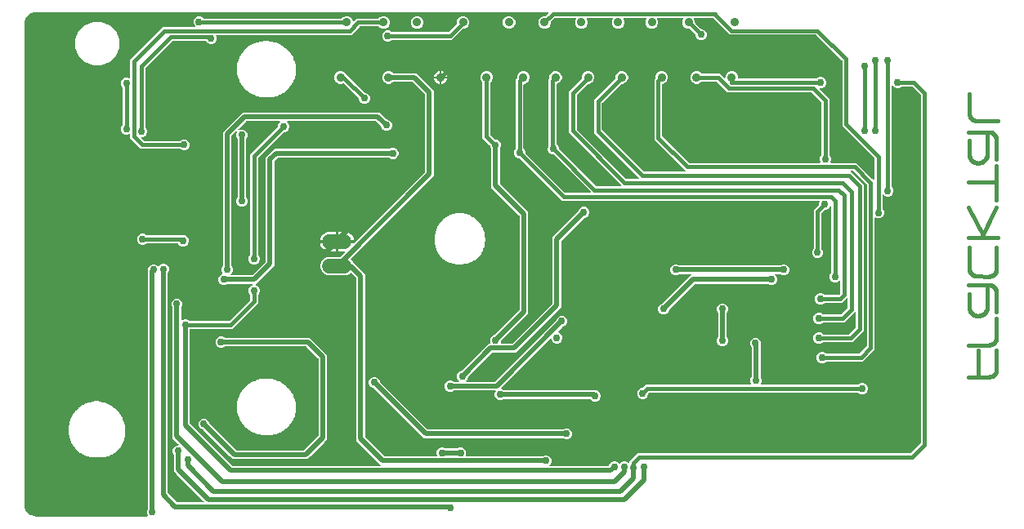
<source format=gbr>
G04 EAGLE Gerber RS-274X export*
G75*
%MOMM*%
%FSLAX34Y34*%
%LPD*%
%INBottom Copper*%
%IPPOS*%
%AMOC8*
5,1,8,0,0,1.08239X$1,22.5*%
G01*
%ADD10C,0.889000*%
%ADD11C,0.406400*%
%ADD12C,1.524000*%
%ADD13C,0.756400*%
%ADD14C,0.508000*%

G36*
X153150Y46490D02*
X153150Y46490D01*
X153196Y46488D01*
X153271Y46510D01*
X153348Y46522D01*
X153388Y46544D01*
X153433Y46557D01*
X153497Y46601D01*
X153565Y46638D01*
X153597Y46671D01*
X153635Y46697D01*
X153681Y46760D01*
X153735Y46816D01*
X153754Y46858D01*
X153781Y46894D01*
X153805Y46968D01*
X153838Y47039D01*
X153843Y47085D01*
X153858Y47128D01*
X153857Y47206D01*
X153865Y47283D01*
X153856Y47328D01*
X153855Y47374D01*
X153817Y47506D01*
X153813Y47524D01*
X153811Y47528D01*
X153808Y47535D01*
X152935Y49643D01*
X152935Y51957D01*
X153821Y54094D01*
X153954Y54228D01*
X154007Y54302D01*
X154067Y54371D01*
X154079Y54401D01*
X154098Y54427D01*
X154125Y54514D01*
X154159Y54599D01*
X154163Y54640D01*
X154170Y54662D01*
X154169Y54695D01*
X154177Y54766D01*
X154177Y303037D01*
X154187Y303061D01*
X154191Y303102D01*
X154198Y303124D01*
X154197Y303156D01*
X154205Y303227D01*
X154205Y303417D01*
X155091Y305554D01*
X156726Y307189D01*
X158863Y308075D01*
X161177Y308075D01*
X163314Y307189D01*
X164209Y306295D01*
X164225Y306283D01*
X164237Y306267D01*
X164325Y306211D01*
X164408Y306151D01*
X164427Y306145D01*
X164444Y306134D01*
X164545Y306109D01*
X164644Y306079D01*
X164663Y306079D01*
X164683Y306074D01*
X164786Y306082D01*
X164889Y306085D01*
X164908Y306092D01*
X164928Y306093D01*
X165023Y306134D01*
X165120Y306169D01*
X165136Y306182D01*
X165154Y306190D01*
X165285Y306295D01*
X166886Y307895D01*
X169023Y308781D01*
X171337Y308781D01*
X173474Y307895D01*
X175109Y306260D01*
X175995Y304123D01*
X175995Y301809D01*
X175109Y299672D01*
X174976Y299538D01*
X174923Y299464D01*
X174863Y299395D01*
X174851Y299365D01*
X174832Y299339D01*
X174805Y299252D01*
X174771Y299167D01*
X174767Y299126D01*
X174760Y299104D01*
X174761Y299071D01*
X174753Y299000D01*
X174753Y70891D01*
X174767Y70801D01*
X174775Y70710D01*
X174787Y70681D01*
X174792Y70649D01*
X174835Y70568D01*
X174871Y70484D01*
X174897Y70452D01*
X174908Y70431D01*
X174931Y70409D01*
X174976Y70353D01*
X184145Y61184D01*
X184219Y61131D01*
X184289Y61071D01*
X184319Y61059D01*
X184345Y61040D01*
X184432Y61013D01*
X184517Y60979D01*
X184558Y60975D01*
X184580Y60968D01*
X184612Y60969D01*
X184683Y60961D01*
X211405Y60961D01*
X211475Y60972D01*
X211547Y60974D01*
X211596Y60992D01*
X211647Y61000D01*
X211711Y61034D01*
X211778Y61059D01*
X211819Y61091D01*
X211865Y61116D01*
X211914Y61168D01*
X211970Y61212D01*
X211998Y61256D01*
X212034Y61294D01*
X212064Y61359D01*
X212103Y61419D01*
X212116Y61470D01*
X212138Y61517D01*
X212146Y61588D01*
X212163Y61658D01*
X212159Y61710D01*
X212165Y61761D01*
X212150Y61832D01*
X212144Y61903D01*
X212124Y61951D01*
X212113Y62002D01*
X212076Y62063D01*
X212048Y62129D01*
X212003Y62185D01*
X211986Y62213D01*
X211969Y62228D01*
X211943Y62260D01*
X183749Y90454D01*
X180847Y93356D01*
X180847Y110334D01*
X180833Y110424D01*
X180825Y110515D01*
X180813Y110545D01*
X180808Y110577D01*
X180765Y110657D01*
X180729Y110742D01*
X180703Y110774D01*
X180692Y110794D01*
X180669Y110816D01*
X180624Y110872D01*
X180491Y111006D01*
X179605Y113143D01*
X179605Y115457D01*
X180491Y117594D01*
X182126Y119229D01*
X184263Y120115D01*
X185271Y120115D01*
X185341Y120126D01*
X185413Y120128D01*
X185462Y120146D01*
X185513Y120154D01*
X185577Y120188D01*
X185644Y120213D01*
X185685Y120245D01*
X185731Y120270D01*
X185780Y120322D01*
X185836Y120366D01*
X185864Y120410D01*
X185900Y120448D01*
X185930Y120513D01*
X185969Y120573D01*
X185982Y120624D01*
X186004Y120671D01*
X186012Y120742D01*
X186029Y120812D01*
X186025Y120864D01*
X186031Y120915D01*
X186016Y120986D01*
X186010Y121057D01*
X185990Y121105D01*
X185979Y121156D01*
X185942Y121217D01*
X185914Y121283D01*
X185869Y121339D01*
X185852Y121367D01*
X185835Y121382D01*
X185809Y121414D01*
X182479Y124744D01*
X179577Y127646D01*
X179577Y262734D01*
X179563Y262824D01*
X179555Y262915D01*
X179543Y262945D01*
X179538Y262977D01*
X179495Y263058D01*
X179459Y263141D01*
X179433Y263174D01*
X179422Y263194D01*
X179399Y263216D01*
X179354Y263272D01*
X179221Y263406D01*
X178335Y265543D01*
X178335Y267857D01*
X179221Y269994D01*
X180856Y271629D01*
X182993Y272515D01*
X185307Y272515D01*
X187444Y271629D01*
X189079Y269994D01*
X189965Y267857D01*
X189965Y265543D01*
X189079Y263406D01*
X188946Y263272D01*
X188893Y263198D01*
X188833Y263129D01*
X188821Y263099D01*
X188802Y263073D01*
X188775Y262986D01*
X188741Y262901D01*
X188737Y262860D01*
X188730Y262838D01*
X188731Y262805D01*
X188723Y262734D01*
X188723Y250755D01*
X188730Y250710D01*
X188728Y250664D01*
X188750Y250589D01*
X188762Y250512D01*
X188784Y250472D01*
X188797Y250427D01*
X188841Y250363D01*
X188878Y250295D01*
X188911Y250263D01*
X188937Y250225D01*
X189000Y250179D01*
X189056Y250125D01*
X189098Y250106D01*
X189134Y250079D01*
X189208Y250054D01*
X189279Y250022D01*
X189325Y250017D01*
X189368Y250002D01*
X189446Y250003D01*
X189523Y249995D01*
X189568Y250004D01*
X189614Y250005D01*
X189746Y250043D01*
X189764Y250047D01*
X189768Y250049D01*
X189775Y250052D01*
X191883Y250925D01*
X194197Y250925D01*
X196334Y250039D01*
X196976Y249398D01*
X197050Y249345D01*
X197119Y249285D01*
X197149Y249273D01*
X197175Y249254D01*
X197262Y249227D01*
X197347Y249193D01*
X197388Y249189D01*
X197410Y249182D01*
X197443Y249183D01*
X197514Y249175D01*
X238031Y249175D01*
X238121Y249189D01*
X238212Y249197D01*
X238242Y249209D01*
X238274Y249214D01*
X238354Y249257D01*
X238438Y249293D01*
X238470Y249319D01*
X238491Y249330D01*
X238513Y249353D01*
X238569Y249398D01*
X259872Y270701D01*
X259925Y270775D01*
X259985Y270844D01*
X259997Y270874D01*
X260016Y270900D01*
X260043Y270987D01*
X260077Y271072D01*
X260081Y271113D01*
X260088Y271136D01*
X260087Y271168D01*
X260095Y271239D01*
X260095Y276196D01*
X260081Y276286D01*
X260073Y276377D01*
X260061Y276407D01*
X260056Y276439D01*
X260013Y276519D01*
X259977Y276603D01*
X259951Y276636D01*
X259940Y276656D01*
X259917Y276678D01*
X259872Y276734D01*
X259231Y277376D01*
X258345Y279513D01*
X258345Y281827D01*
X259231Y283964D01*
X260866Y285599D01*
X261985Y286063D01*
X262067Y286114D01*
X262153Y286160D01*
X262171Y286179D01*
X262194Y286192D01*
X262256Y286267D01*
X262323Y286338D01*
X262334Y286362D01*
X262350Y286382D01*
X262385Y286473D01*
X262426Y286561D01*
X262429Y286587D01*
X262439Y286611D01*
X262443Y286709D01*
X262453Y286805D01*
X262448Y286831D01*
X262449Y286857D01*
X262422Y286951D01*
X262401Y287046D01*
X262388Y287068D01*
X262380Y287093D01*
X262325Y287173D01*
X262275Y287257D01*
X262255Y287274D01*
X262240Y287295D01*
X262162Y287354D01*
X262088Y287417D01*
X262064Y287427D01*
X262043Y287442D01*
X261950Y287472D01*
X261860Y287509D01*
X261827Y287512D01*
X261809Y287518D01*
X261776Y287518D01*
X261693Y287527D01*
X236912Y287527D01*
X236822Y287513D01*
X236731Y287505D01*
X236701Y287493D01*
X236669Y287488D01*
X236588Y287445D01*
X236505Y287409D01*
X236472Y287383D01*
X236452Y287372D01*
X236430Y287349D01*
X236374Y287304D01*
X236240Y287171D01*
X234103Y286285D01*
X231789Y286285D01*
X229652Y287171D01*
X228017Y288806D01*
X227131Y290943D01*
X227131Y293257D01*
X228017Y295394D01*
X229652Y297029D01*
X231128Y297641D01*
X231167Y297665D01*
X231210Y297681D01*
X231270Y297729D01*
X231337Y297770D01*
X231366Y297806D01*
X231402Y297834D01*
X231444Y297900D01*
X231493Y297960D01*
X231510Y298003D01*
X231535Y298041D01*
X231554Y298117D01*
X231582Y298189D01*
X231584Y298235D01*
X231595Y298280D01*
X231589Y298357D01*
X231592Y298435D01*
X231579Y298479D01*
X231576Y298525D01*
X231545Y298596D01*
X231523Y298671D01*
X231497Y298709D01*
X231479Y298751D01*
X231394Y298858D01*
X231383Y298873D01*
X231379Y298876D01*
X231375Y298882D01*
X231291Y298966D01*
X230405Y301103D01*
X230405Y303417D01*
X231291Y305554D01*
X231424Y305688D01*
X231477Y305762D01*
X231537Y305831D01*
X231549Y305861D01*
X231568Y305887D01*
X231595Y305974D01*
X231629Y306059D01*
X231633Y306100D01*
X231640Y306122D01*
X231639Y306155D01*
X231647Y306226D01*
X231647Y445124D01*
X252106Y465583D01*
X394324Y465583D01*
X401749Y458158D01*
X401823Y458105D01*
X401893Y458045D01*
X401923Y458033D01*
X401949Y458014D01*
X402036Y457987D01*
X402121Y457953D01*
X402162Y457949D01*
X402184Y457942D01*
X402216Y457943D01*
X402287Y457935D01*
X402477Y457935D01*
X404614Y457049D01*
X406249Y455414D01*
X407135Y453277D01*
X407135Y450963D01*
X406249Y448826D01*
X404614Y447191D01*
X402477Y446305D01*
X400163Y446305D01*
X398026Y447191D01*
X396391Y448826D01*
X395505Y450963D01*
X395505Y451153D01*
X395491Y451243D01*
X395483Y451334D01*
X395471Y451363D01*
X395466Y451395D01*
X395423Y451476D01*
X395387Y451560D01*
X395361Y451592D01*
X395350Y451613D01*
X395327Y451635D01*
X395282Y451691D01*
X390759Y456214D01*
X390685Y456267D01*
X390615Y456327D01*
X390585Y456339D01*
X390559Y456358D01*
X390472Y456385D01*
X390387Y456419D01*
X390346Y456423D01*
X390324Y456430D01*
X390292Y456429D01*
X390221Y456437D01*
X299114Y456437D01*
X299043Y456426D01*
X298971Y456424D01*
X298922Y456406D01*
X298871Y456398D01*
X298808Y456364D01*
X298740Y456339D01*
X298700Y456307D01*
X298654Y456282D01*
X298604Y456230D01*
X298548Y456186D01*
X298520Y456142D01*
X298484Y456104D01*
X298454Y456039D01*
X298415Y455979D01*
X298403Y455928D01*
X298381Y455881D01*
X298373Y455810D01*
X298355Y455740D01*
X298359Y455688D01*
X298354Y455637D01*
X298369Y455566D01*
X298374Y455495D01*
X298395Y455447D01*
X298406Y455396D01*
X298443Y455335D01*
X298471Y455269D01*
X298516Y455213D01*
X298532Y455185D01*
X298550Y455170D01*
X298576Y455138D01*
X299569Y454144D01*
X300455Y452007D01*
X300455Y449693D01*
X299569Y447556D01*
X297934Y445921D01*
X295797Y445035D01*
X294889Y445035D01*
X294799Y445021D01*
X294708Y445013D01*
X294678Y445001D01*
X294646Y444996D01*
X294566Y444953D01*
X294482Y444917D01*
X294450Y444891D01*
X294429Y444880D01*
X294407Y444857D01*
X294351Y444812D01*
X268448Y418909D01*
X268395Y418835D01*
X268335Y418766D01*
X268323Y418736D01*
X268304Y418710D01*
X268277Y418623D01*
X268243Y418538D01*
X268239Y418497D01*
X268232Y418474D01*
X268233Y418442D01*
X268225Y418371D01*
X268225Y318052D01*
X268239Y317962D01*
X268247Y317871D01*
X268259Y317841D01*
X268264Y317809D01*
X268307Y317728D01*
X268343Y317645D01*
X268369Y317612D01*
X268380Y317592D01*
X268403Y317570D01*
X268448Y317514D01*
X269089Y316872D01*
X269975Y314735D01*
X269975Y312421D01*
X269089Y310284D01*
X267454Y308649D01*
X265317Y307763D01*
X263003Y307763D01*
X260866Y308649D01*
X259231Y310284D01*
X258345Y312421D01*
X258345Y314735D01*
X259231Y316872D01*
X259872Y317514D01*
X259925Y317588D01*
X259985Y317657D01*
X259997Y317687D01*
X260016Y317713D01*
X260043Y317800D01*
X260077Y317885D01*
X260081Y317926D01*
X260088Y317948D01*
X260087Y317981D01*
X260095Y318052D01*
X260095Y422054D01*
X288602Y450561D01*
X288655Y450635D01*
X288715Y450704D01*
X288727Y450734D01*
X288746Y450760D01*
X288773Y450847D01*
X288807Y450932D01*
X288811Y450973D01*
X288818Y450996D01*
X288817Y451028D01*
X288825Y451099D01*
X288825Y452007D01*
X289711Y454144D01*
X290704Y455138D01*
X290746Y455196D01*
X290796Y455248D01*
X290818Y455295D01*
X290848Y455337D01*
X290869Y455406D01*
X290899Y455471D01*
X290905Y455523D01*
X290920Y455573D01*
X290918Y455644D01*
X290926Y455715D01*
X290915Y455766D01*
X290914Y455818D01*
X290889Y455886D01*
X290874Y455956D01*
X290847Y456001D01*
X290830Y456049D01*
X290785Y456105D01*
X290748Y456167D01*
X290708Y456201D01*
X290676Y456241D01*
X290616Y456280D01*
X290561Y456327D01*
X290513Y456346D01*
X290469Y456374D01*
X290399Y456392D01*
X290333Y456419D01*
X290262Y456427D01*
X290230Y456435D01*
X290207Y456433D01*
X290166Y456437D01*
X256209Y456437D01*
X256119Y456423D01*
X256028Y456415D01*
X255999Y456403D01*
X255967Y456398D01*
X255886Y456355D01*
X255802Y456319D01*
X255770Y456293D01*
X255749Y456282D01*
X255727Y456259D01*
X255671Y456214D01*
X247766Y448309D01*
X247709Y448230D01*
X247647Y448155D01*
X247637Y448130D01*
X247622Y448109D01*
X247593Y448016D01*
X247558Y447925D01*
X247557Y447899D01*
X247550Y447874D01*
X247552Y447777D01*
X247548Y447679D01*
X247555Y447654D01*
X247556Y447628D01*
X247590Y447536D01*
X247617Y447443D01*
X247631Y447422D01*
X247640Y447397D01*
X247701Y447321D01*
X247757Y447241D01*
X247778Y447225D01*
X247794Y447205D01*
X247876Y447152D01*
X247954Y447094D01*
X247979Y447086D01*
X248001Y447072D01*
X248096Y447048D01*
X248188Y447018D01*
X248214Y447018D01*
X248240Y447012D01*
X248337Y447019D01*
X248434Y447020D01*
X248466Y447030D01*
X248485Y447031D01*
X248515Y447044D01*
X248595Y447067D01*
X250303Y447775D01*
X252617Y447775D01*
X254754Y446889D01*
X256389Y445254D01*
X257275Y443117D01*
X257275Y440803D01*
X256389Y438666D01*
X256256Y438532D01*
X256203Y438458D01*
X256143Y438389D01*
X256131Y438359D01*
X256112Y438333D01*
X256085Y438246D01*
X256051Y438161D01*
X256047Y438120D01*
X256040Y438098D01*
X256041Y438065D01*
X256033Y437994D01*
X256033Y377346D01*
X256047Y377256D01*
X256055Y377165D01*
X256067Y377135D01*
X256072Y377103D01*
X256115Y377022D01*
X256151Y376939D01*
X256177Y376906D01*
X256188Y376886D01*
X256211Y376864D01*
X256256Y376808D01*
X256389Y376674D01*
X257275Y374537D01*
X257275Y372223D01*
X256389Y370086D01*
X254754Y368451D01*
X252617Y367565D01*
X250303Y367565D01*
X248166Y368451D01*
X246531Y370086D01*
X245645Y372223D01*
X245645Y374537D01*
X246531Y376674D01*
X246664Y376808D01*
X246717Y376882D01*
X246777Y376951D01*
X246789Y376981D01*
X246808Y377007D01*
X246835Y377094D01*
X246869Y377179D01*
X246873Y377220D01*
X246880Y377242D01*
X246879Y377275D01*
X246887Y377346D01*
X246887Y437994D01*
X246873Y438084D01*
X246865Y438175D01*
X246853Y438205D01*
X246848Y438237D01*
X246805Y438317D01*
X246769Y438402D01*
X246743Y438434D01*
X246732Y438454D01*
X246709Y438476D01*
X246664Y438532D01*
X246531Y438666D01*
X245645Y440803D01*
X245645Y443117D01*
X246353Y444825D01*
X246375Y444920D01*
X246404Y445013D01*
X246403Y445039D01*
X246409Y445064D01*
X246400Y445161D01*
X246397Y445259D01*
X246388Y445283D01*
X246386Y445309D01*
X246346Y445398D01*
X246313Y445490D01*
X246297Y445510D01*
X246286Y445534D01*
X246220Y445606D01*
X246159Y445682D01*
X246137Y445696D01*
X246120Y445715D01*
X246034Y445762D01*
X245952Y445815D01*
X245927Y445821D01*
X245904Y445834D01*
X245808Y445851D01*
X245714Y445875D01*
X245688Y445873D01*
X245662Y445877D01*
X245565Y445863D01*
X245469Y445856D01*
X245445Y445845D01*
X245419Y445842D01*
X245332Y445797D01*
X245242Y445759D01*
X245217Y445739D01*
X245199Y445730D01*
X245176Y445706D01*
X245111Y445654D01*
X241016Y441559D01*
X240963Y441485D01*
X240903Y441415D01*
X240891Y441385D01*
X240872Y441359D01*
X240845Y441272D01*
X240811Y441187D01*
X240807Y441146D01*
X240800Y441124D01*
X240801Y441092D01*
X240793Y441021D01*
X240793Y306226D01*
X240807Y306136D01*
X240815Y306045D01*
X240827Y306015D01*
X240832Y305983D01*
X240875Y305902D01*
X240911Y305819D01*
X240937Y305786D01*
X240948Y305766D01*
X240971Y305744D01*
X241016Y305688D01*
X241149Y305554D01*
X242035Y303417D01*
X242035Y301103D01*
X241149Y298966D01*
X240156Y297972D01*
X240114Y297914D01*
X240064Y297862D01*
X240042Y297815D01*
X240012Y297773D01*
X239991Y297704D01*
X239961Y297639D01*
X239955Y297587D01*
X239940Y297537D01*
X239942Y297466D01*
X239934Y297395D01*
X239945Y297344D01*
X239946Y297292D01*
X239971Y297224D01*
X239986Y297154D01*
X240013Y297109D01*
X240030Y297061D01*
X240075Y297005D01*
X240112Y296943D01*
X240152Y296909D01*
X240184Y296869D01*
X240244Y296830D01*
X240299Y296783D01*
X240347Y296764D01*
X240391Y296736D01*
X240461Y296718D01*
X240527Y296691D01*
X240598Y296683D01*
X240630Y296675D01*
X240653Y296677D01*
X240694Y296673D01*
X262233Y296673D01*
X262323Y296687D01*
X262414Y296695D01*
X262444Y296707D01*
X262476Y296712D01*
X262557Y296755D01*
X262640Y296791D01*
X262673Y296817D01*
X262693Y296828D01*
X262715Y296851D01*
X262771Y296896D01*
X275874Y309999D01*
X275927Y310073D01*
X275987Y310142D01*
X275999Y310172D01*
X276018Y310198D01*
X276045Y310285D01*
X276079Y310370D01*
X276083Y310411D01*
X276090Y310433D01*
X276089Y310466D01*
X276097Y310537D01*
X276097Y418454D01*
X285318Y427675D01*
X403896Y427675D01*
X403986Y427690D01*
X404077Y427697D01*
X404107Y427709D01*
X404139Y427715D01*
X404220Y427757D01*
X404304Y427793D01*
X404336Y427819D01*
X404356Y427830D01*
X404379Y427853D01*
X404435Y427898D01*
X404568Y428032D01*
X406706Y428917D01*
X409019Y428917D01*
X411156Y428032D01*
X412792Y426396D01*
X413677Y424259D01*
X413677Y421946D01*
X412792Y419808D01*
X411156Y418173D01*
X409019Y417287D01*
X406706Y417287D01*
X404568Y418173D01*
X404435Y418306D01*
X404361Y418360D01*
X404291Y418419D01*
X404261Y418431D01*
X404235Y418450D01*
X404148Y418477D01*
X404063Y418511D01*
X404022Y418516D01*
X404000Y418522D01*
X403968Y418522D01*
X403896Y418529D01*
X289422Y418529D01*
X289332Y418515D01*
X289241Y418508D01*
X289211Y418495D01*
X289179Y418490D01*
X289098Y418447D01*
X289014Y418411D01*
X288982Y418386D01*
X288961Y418375D01*
X288939Y418351D01*
X288883Y418306D01*
X285466Y414889D01*
X285413Y414815D01*
X285353Y414745D01*
X285341Y414715D01*
X285322Y414689D01*
X285295Y414602D01*
X285261Y414517D01*
X285257Y414476D01*
X285250Y414454D01*
X285251Y414422D01*
X285243Y414351D01*
X285243Y306433D01*
X266214Y287405D01*
X266209Y287402D01*
X266190Y287385D01*
X266167Y287372D01*
X266100Y287302D01*
X266028Y287236D01*
X266015Y287213D01*
X265997Y287194D01*
X265956Y287106D01*
X265909Y287020D01*
X265905Y286995D01*
X265894Y286971D01*
X265883Y286874D01*
X265866Y286778D01*
X265869Y286752D01*
X265867Y286727D01*
X265887Y286631D01*
X265901Y286535D01*
X265913Y286512D01*
X265919Y286486D01*
X265969Y286403D01*
X266013Y286316D01*
X266032Y286297D01*
X266045Y286275D01*
X266119Y286212D01*
X266189Y286144D01*
X266217Y286128D01*
X266232Y286115D01*
X266263Y286103D01*
X266335Y286063D01*
X267454Y285599D01*
X269089Y283964D01*
X269975Y281827D01*
X269975Y279513D01*
X269089Y277376D01*
X268448Y276734D01*
X268395Y276660D01*
X268335Y276591D01*
X268323Y276561D01*
X268304Y276535D01*
X268277Y276448D01*
X268243Y276363D01*
X268239Y276322D01*
X268232Y276300D01*
X268233Y276267D01*
X268225Y276196D01*
X268225Y267556D01*
X241714Y241045D01*
X198374Y241045D01*
X198354Y241042D01*
X198335Y241044D01*
X198233Y241022D01*
X198131Y241006D01*
X198114Y240996D01*
X198094Y240992D01*
X198005Y240939D01*
X197914Y240890D01*
X197900Y240876D01*
X197883Y240866D01*
X197816Y240787D01*
X197744Y240712D01*
X197736Y240694D01*
X197723Y240679D01*
X197684Y240583D01*
X197641Y240489D01*
X197639Y240469D01*
X197631Y240451D01*
X197613Y240284D01*
X197613Y143179D01*
X197627Y143089D01*
X197635Y142998D01*
X197647Y142969D01*
X197652Y142937D01*
X197695Y142856D01*
X197731Y142772D01*
X197757Y142740D01*
X197768Y142719D01*
X197791Y142697D01*
X197804Y142681D01*
X197810Y142671D01*
X197817Y142665D01*
X197836Y142641D01*
X241701Y98776D01*
X241775Y98723D01*
X241845Y98663D01*
X241875Y98651D01*
X241901Y98632D01*
X241988Y98605D01*
X242073Y98571D01*
X242114Y98567D01*
X242136Y98560D01*
X242168Y98561D01*
X242239Y98553D01*
X394793Y98553D01*
X394863Y98564D01*
X394935Y98566D01*
X394984Y98584D01*
X395035Y98592D01*
X395099Y98626D01*
X395166Y98651D01*
X395207Y98683D01*
X395253Y98708D01*
X395302Y98760D01*
X395358Y98804D01*
X395386Y98848D01*
X395422Y98886D01*
X395452Y98951D01*
X395491Y99011D01*
X395504Y99062D01*
X395526Y99109D01*
X395534Y99180D01*
X395551Y99250D01*
X395547Y99302D01*
X395553Y99353D01*
X395538Y99424D01*
X395532Y99495D01*
X395512Y99543D01*
X395501Y99594D01*
X395464Y99655D01*
X395436Y99721D01*
X395391Y99777D01*
X395374Y99805D01*
X395357Y99820D01*
X395331Y99852D01*
X370077Y125106D01*
X370077Y293701D01*
X370063Y293791D01*
X370055Y293882D01*
X370043Y293911D01*
X370038Y293943D01*
X369995Y294024D01*
X369959Y294108D01*
X369933Y294140D01*
X369922Y294161D01*
X369899Y294183D01*
X369854Y294239D01*
X365255Y298838D01*
X365239Y298850D01*
X365226Y298865D01*
X365139Y298922D01*
X365055Y298982D01*
X365036Y298988D01*
X365019Y298998D01*
X364919Y299024D01*
X364820Y299054D01*
X364800Y299054D01*
X364781Y299059D01*
X364678Y299051D01*
X364574Y299048D01*
X364555Y299041D01*
X364536Y299039D01*
X364441Y298999D01*
X364343Y298963D01*
X364328Y298951D01*
X364309Y298943D01*
X364178Y298838D01*
X363227Y297887D01*
X359679Y296417D01*
X340599Y296417D01*
X337051Y297887D01*
X334336Y300602D01*
X332866Y304150D01*
X332866Y307990D01*
X334336Y311538D01*
X337051Y314253D01*
X340599Y315723D01*
X353391Y315723D01*
X353481Y315737D01*
X353572Y315745D01*
X353601Y315757D01*
X353633Y315762D01*
X353714Y315805D01*
X353798Y315841D01*
X353830Y315867D01*
X353851Y315878D01*
X353873Y315901D01*
X353929Y315946D01*
X357993Y320010D01*
X358035Y320068D01*
X358084Y320120D01*
X358106Y320167D01*
X358136Y320209D01*
X358158Y320278D01*
X358188Y320343D01*
X358194Y320395D01*
X358209Y320445D01*
X358207Y320516D01*
X358215Y320587D01*
X358204Y320638D01*
X358202Y320690D01*
X358178Y320758D01*
X358163Y320828D01*
X358136Y320872D01*
X358118Y320921D01*
X358073Y320977D01*
X358036Y321039D01*
X357997Y321073D01*
X357964Y321113D01*
X357904Y321152D01*
X357850Y321199D01*
X357801Y321218D01*
X357757Y321246D01*
X357688Y321264D01*
X357621Y321291D01*
X357550Y321299D01*
X357519Y321307D01*
X357496Y321305D01*
X357455Y321309D01*
X351662Y321309D01*
X351662Y329947D01*
X367615Y329947D01*
X367705Y329962D01*
X367796Y329969D01*
X367825Y329981D01*
X367857Y329987D01*
X367938Y330029D01*
X368022Y330065D01*
X368054Y330091D01*
X368075Y330102D01*
X368097Y330125D01*
X368153Y330170D01*
X440974Y402991D01*
X441019Y403054D01*
X441045Y403081D01*
X441050Y403091D01*
X441087Y403135D01*
X441099Y403165D01*
X441118Y403191D01*
X441145Y403278D01*
X441179Y403363D01*
X441183Y403404D01*
X441190Y403426D01*
X441189Y403458D01*
X441197Y403529D01*
X441197Y484201D01*
X441193Y484224D01*
X441195Y484241D01*
X441181Y484305D01*
X441175Y484382D01*
X441163Y484411D01*
X441158Y484443D01*
X441147Y484463D01*
X441143Y484481D01*
X441108Y484540D01*
X441079Y484608D01*
X441053Y484640D01*
X441042Y484661D01*
X441027Y484675D01*
X441017Y484692D01*
X441000Y484707D01*
X440974Y484739D01*
X428859Y496854D01*
X428785Y496907D01*
X428715Y496967D01*
X428685Y496979D01*
X428659Y496998D01*
X428572Y497025D01*
X428487Y497059D01*
X428446Y497063D01*
X428424Y497070D01*
X428392Y497069D01*
X428321Y497077D01*
X408128Y497077D01*
X408038Y497063D01*
X407947Y497055D01*
X407918Y497043D01*
X407886Y497038D01*
X407805Y496995D01*
X407721Y496959D01*
X407689Y496933D01*
X407668Y496922D01*
X407646Y496899D01*
X407590Y496854D01*
X406894Y496158D01*
X404513Y495172D01*
X401937Y495172D01*
X399556Y496158D01*
X397733Y497981D01*
X396747Y500362D01*
X396747Y502938D01*
X397733Y505319D01*
X399556Y507142D01*
X401937Y508128D01*
X404513Y508128D01*
X406894Y507142D01*
X407590Y506446D01*
X407664Y506393D01*
X407734Y506333D01*
X407764Y506321D01*
X407790Y506302D01*
X407877Y506275D01*
X407962Y506241D01*
X408003Y506237D01*
X408025Y506230D01*
X408057Y506231D01*
X408128Y506223D01*
X432424Y506223D01*
X450343Y488304D01*
X450343Y399426D01*
X447441Y396524D01*
X364737Y313820D01*
X364725Y313804D01*
X364710Y313791D01*
X364653Y313704D01*
X364593Y313620D01*
X364587Y313601D01*
X364577Y313584D01*
X364551Y313484D01*
X364521Y313385D01*
X364521Y313365D01*
X364516Y313346D01*
X364524Y313243D01*
X364527Y313139D01*
X364534Y313120D01*
X364536Y313101D01*
X364576Y313006D01*
X364612Y312908D01*
X364624Y312893D01*
X364632Y312874D01*
X364737Y312743D01*
X365942Y311538D01*
X366205Y310904D01*
X366239Y310848D01*
X366265Y310788D01*
X366317Y310723D01*
X366334Y310695D01*
X366349Y310683D01*
X366370Y310657D01*
X369286Y307741D01*
X379223Y297804D01*
X379223Y129209D01*
X379237Y129119D01*
X379245Y129028D01*
X379257Y128999D01*
X379262Y128967D01*
X379305Y128886D01*
X379341Y128802D01*
X379367Y128770D01*
X379378Y128749D01*
X379401Y128727D01*
X379446Y128671D01*
X399181Y108936D01*
X399255Y108883D01*
X399325Y108823D01*
X399355Y108811D01*
X399381Y108792D01*
X399468Y108765D01*
X399553Y108731D01*
X399594Y108727D01*
X399616Y108720D01*
X399648Y108721D01*
X399719Y108713D01*
X453139Y108713D01*
X453184Y108720D01*
X453230Y108718D01*
X453305Y108740D01*
X453382Y108752D01*
X453422Y108774D01*
X453467Y108787D01*
X453531Y108831D01*
X453599Y108868D01*
X453631Y108901D01*
X453669Y108927D01*
X453715Y108990D01*
X453769Y109046D01*
X453788Y109088D01*
X453815Y109124D01*
X453839Y109198D01*
X453872Y109269D01*
X453877Y109315D01*
X453892Y109358D01*
X453891Y109436D01*
X453899Y109513D01*
X453890Y109558D01*
X453889Y109604D01*
X453851Y109735D01*
X453847Y109754D01*
X453845Y109758D01*
X453842Y109765D01*
X453191Y111337D01*
X453191Y113651D01*
X454077Y115788D01*
X455712Y117423D01*
X457849Y118309D01*
X460163Y118309D01*
X462300Y117423D01*
X462434Y117290D01*
X462508Y117237D01*
X462577Y117177D01*
X462607Y117165D01*
X462633Y117146D01*
X462720Y117119D01*
X462805Y117085D01*
X462846Y117081D01*
X462868Y117074D01*
X462901Y117075D01*
X462972Y117067D01*
X474090Y117067D01*
X474180Y117081D01*
X474271Y117089D01*
X474301Y117101D01*
X474333Y117106D01*
X474414Y117149D01*
X474497Y117185D01*
X474530Y117211D01*
X474550Y117222D01*
X474572Y117245D01*
X474628Y117290D01*
X474762Y117423D01*
X476899Y118309D01*
X479213Y118309D01*
X481350Y117423D01*
X482985Y115788D01*
X483871Y113651D01*
X483871Y111337D01*
X483220Y109765D01*
X483209Y109721D01*
X483190Y109679D01*
X483181Y109602D01*
X483163Y109526D01*
X483168Y109480D01*
X483163Y109435D01*
X483179Y109358D01*
X483186Y109281D01*
X483205Y109239D01*
X483215Y109194D01*
X483255Y109127D01*
X483286Y109056D01*
X483318Y109022D01*
X483341Y108983D01*
X483400Y108932D01*
X483453Y108875D01*
X483493Y108853D01*
X483528Y108823D01*
X483600Y108794D01*
X483668Y108757D01*
X483714Y108748D01*
X483756Y108731D01*
X483892Y108716D01*
X483910Y108713D01*
X483915Y108714D01*
X483923Y108713D01*
X562454Y108713D01*
X562544Y108727D01*
X562635Y108735D01*
X562665Y108747D01*
X562697Y108752D01*
X562778Y108795D01*
X562861Y108831D01*
X562894Y108857D01*
X562914Y108868D01*
X562936Y108891D01*
X562992Y108936D01*
X563126Y109069D01*
X565263Y109955D01*
X567577Y109955D01*
X569714Y109069D01*
X571349Y107434D01*
X572235Y105297D01*
X572235Y102983D01*
X571349Y100846D01*
X570356Y99852D01*
X570314Y99794D01*
X570264Y99742D01*
X570242Y99695D01*
X570212Y99653D01*
X570191Y99584D01*
X570161Y99519D01*
X570155Y99467D01*
X570140Y99417D01*
X570142Y99346D01*
X570134Y99275D01*
X570145Y99224D01*
X570146Y99172D01*
X570171Y99104D01*
X570186Y99034D01*
X570213Y98989D01*
X570230Y98941D01*
X570275Y98885D01*
X570312Y98823D01*
X570352Y98789D01*
X570384Y98749D01*
X570444Y98710D01*
X570499Y98663D01*
X570547Y98644D01*
X570591Y98616D01*
X570661Y98598D01*
X570727Y98571D01*
X570798Y98563D01*
X570830Y98555D01*
X570853Y98557D01*
X570894Y98553D01*
X631053Y98553D01*
X631168Y98572D01*
X631284Y98589D01*
X631290Y98591D01*
X631296Y98592D01*
X631399Y98647D01*
X631504Y98700D01*
X631508Y98705D01*
X631514Y98708D01*
X631593Y98792D01*
X631676Y98876D01*
X631680Y98882D01*
X631683Y98886D01*
X631691Y98903D01*
X631757Y99023D01*
X632611Y101084D01*
X634246Y102719D01*
X636383Y103605D01*
X638697Y103605D01*
X640834Y102719D01*
X642082Y101472D01*
X642098Y101460D01*
X642110Y101444D01*
X642198Y101388D01*
X642281Y101328D01*
X642300Y101322D01*
X642317Y101311D01*
X642418Y101286D01*
X642517Y101256D01*
X642536Y101256D01*
X642556Y101251D01*
X642659Y101259D01*
X642762Y101262D01*
X642781Y101269D01*
X642801Y101270D01*
X642896Y101311D01*
X642993Y101346D01*
X643009Y101359D01*
X643027Y101367D01*
X643158Y101472D01*
X644406Y102719D01*
X646543Y103605D01*
X648857Y103605D01*
X650994Y102719D01*
X651932Y101782D01*
X651990Y101740D01*
X652042Y101690D01*
X652089Y101668D01*
X652131Y101638D01*
X652200Y101617D01*
X652265Y101587D01*
X652317Y101581D01*
X652367Y101566D01*
X652438Y101568D01*
X652509Y101560D01*
X652560Y101571D01*
X652612Y101572D01*
X652680Y101597D01*
X652750Y101612D01*
X652795Y101639D01*
X652843Y101656D01*
X652899Y101701D01*
X652961Y101738D01*
X652995Y101778D01*
X653035Y101810D01*
X653074Y101870D01*
X653121Y101925D01*
X653140Y101973D01*
X653168Y102017D01*
X653186Y102087D01*
X653213Y102153D01*
X653221Y102224D01*
X653229Y102256D01*
X653227Y102279D01*
X653231Y102320D01*
X653231Y103990D01*
X661256Y112015D01*
X944151Y112015D01*
X944241Y112029D01*
X944332Y112037D01*
X944362Y112049D01*
X944394Y112054D01*
X944474Y112097D01*
X944558Y112133D01*
X944590Y112159D01*
X944611Y112170D01*
X944633Y112193D01*
X944689Y112238D01*
X954562Y122111D01*
X954611Y122178D01*
X954612Y122180D01*
X954613Y122181D01*
X954615Y122185D01*
X954675Y122254D01*
X954687Y122284D01*
X954706Y122310D01*
X954733Y122397D01*
X954767Y122482D01*
X954771Y122523D01*
X954778Y122546D01*
X954777Y122578D01*
X954785Y122649D01*
X954785Y483141D01*
X954771Y483231D01*
X954763Y483322D01*
X954751Y483352D01*
X954746Y483384D01*
X954703Y483464D01*
X954667Y483548D01*
X954641Y483580D01*
X954630Y483601D01*
X954607Y483623D01*
X954562Y483679D01*
X946243Y491998D01*
X946169Y492051D01*
X946100Y492111D01*
X946070Y492123D01*
X946044Y492142D01*
X945957Y492169D01*
X945872Y492203D01*
X945831Y492207D01*
X945808Y492214D01*
X945776Y492213D01*
X945705Y492221D01*
X935384Y492221D01*
X935294Y492207D01*
X935203Y492199D01*
X935173Y492187D01*
X935141Y492182D01*
X935060Y492139D01*
X934977Y492103D01*
X934944Y492077D01*
X934924Y492066D01*
X934902Y492043D01*
X934846Y491998D01*
X934204Y491357D01*
X932067Y490471D01*
X929753Y490471D01*
X927616Y491357D01*
X926114Y492858D01*
X926056Y492900D01*
X926004Y492950D01*
X925957Y492972D01*
X925915Y493002D01*
X925846Y493023D01*
X925781Y493053D01*
X925729Y493059D01*
X925679Y493074D01*
X925608Y493072D01*
X925537Y493080D01*
X925486Y493069D01*
X925434Y493068D01*
X925366Y493043D01*
X925296Y493028D01*
X925251Y493001D01*
X925203Y492984D01*
X925147Y492939D01*
X925085Y492902D01*
X925051Y492862D01*
X925011Y492830D01*
X924972Y492770D01*
X924925Y492715D01*
X924906Y492667D01*
X924878Y492623D01*
X924860Y492553D01*
X924833Y492487D01*
X924825Y492416D01*
X924817Y492384D01*
X924819Y492361D01*
X924815Y492320D01*
X924815Y388649D01*
X924829Y388559D01*
X924837Y388468D01*
X924849Y388438D01*
X924854Y388406D01*
X924897Y388325D01*
X924933Y388242D01*
X924959Y388209D01*
X924970Y388189D01*
X924993Y388167D01*
X925038Y388111D01*
X925679Y387469D01*
X926565Y385332D01*
X926565Y383018D01*
X925679Y380881D01*
X924044Y379246D01*
X921907Y378360D01*
X919593Y378360D01*
X917456Y379246D01*
X916422Y380279D01*
X916364Y380321D01*
X916312Y380371D01*
X916265Y380393D01*
X916223Y380423D01*
X916154Y380444D01*
X916089Y380474D01*
X916037Y380480D01*
X915987Y380495D01*
X915916Y380494D01*
X915844Y380501D01*
X915794Y380490D01*
X915742Y380489D01*
X915674Y380464D01*
X915604Y380449D01*
X915559Y380422D01*
X915511Y380405D01*
X915454Y380360D01*
X915393Y380323D01*
X915359Y380283D01*
X915318Y380251D01*
X915280Y380191D01*
X915233Y380136D01*
X915214Y380088D01*
X915185Y380044D01*
X915168Y379974D01*
X915141Y379908D01*
X915133Y379837D01*
X915125Y379805D01*
X915127Y379782D01*
X915123Y379741D01*
X915123Y365956D01*
X915137Y365866D01*
X915145Y365775D01*
X915157Y365745D01*
X915162Y365713D01*
X915205Y365632D01*
X915241Y365549D01*
X915267Y365516D01*
X915278Y365496D01*
X915301Y365474D01*
X915346Y365418D01*
X915987Y364776D01*
X916873Y362639D01*
X916873Y360325D01*
X915987Y358188D01*
X914352Y356553D01*
X912215Y355667D01*
X909901Y355667D01*
X908059Y356430D01*
X908015Y356441D01*
X907973Y356460D01*
X907896Y356469D01*
X907820Y356486D01*
X907774Y356482D01*
X907729Y356487D01*
X907652Y356471D01*
X907575Y356463D01*
X907533Y356445D01*
X907488Y356435D01*
X907421Y356395D01*
X907350Y356363D01*
X907316Y356332D01*
X907277Y356309D01*
X907226Y356250D01*
X907169Y356197D01*
X907147Y356157D01*
X907117Y356122D01*
X907088Y356050D01*
X907051Y355981D01*
X907042Y355936D01*
X907025Y355894D01*
X907010Y355758D01*
X907007Y355739D01*
X907008Y355734D01*
X907007Y355727D01*
X907007Y219559D01*
X894838Y207390D01*
X857025Y207390D01*
X856935Y207376D01*
X856844Y207368D01*
X856814Y207356D01*
X856782Y207351D01*
X856701Y207308D01*
X856618Y207272D01*
X856585Y207246D01*
X856565Y207235D01*
X856543Y207212D01*
X856487Y207167D01*
X855845Y206526D01*
X853708Y205640D01*
X851394Y205640D01*
X849257Y206526D01*
X847622Y208161D01*
X846736Y210298D01*
X846736Y212612D01*
X847622Y214749D01*
X849257Y216384D01*
X851394Y217270D01*
X853708Y217270D01*
X855845Y216384D01*
X856487Y215743D01*
X856561Y215690D01*
X856630Y215630D01*
X856660Y215618D01*
X856686Y215599D01*
X856773Y215572D01*
X856858Y215538D01*
X856899Y215534D01*
X856921Y215527D01*
X856954Y215528D01*
X857025Y215520D01*
X891156Y215520D01*
X891246Y215534D01*
X891337Y215542D01*
X891366Y215554D01*
X891398Y215559D01*
X891479Y215602D01*
X891563Y215638D01*
X891595Y215664D01*
X891616Y215675D01*
X891638Y215698D01*
X891694Y215743D01*
X898654Y222703D01*
X898707Y222777D01*
X898767Y222847D01*
X898779Y222877D01*
X898798Y222903D01*
X898825Y222990D01*
X898859Y223075D01*
X898863Y223116D01*
X898870Y223138D01*
X898869Y223170D01*
X898877Y223241D01*
X898877Y390701D01*
X898863Y390791D01*
X898855Y390882D01*
X898843Y390912D01*
X898838Y390944D01*
X898795Y391024D01*
X898759Y391108D01*
X898733Y391140D01*
X898722Y391161D01*
X898699Y391183D01*
X898654Y391239D01*
X885114Y404779D01*
X885040Y404832D01*
X884971Y404892D01*
X884940Y404904D01*
X884914Y404923D01*
X884827Y404950D01*
X884742Y404984D01*
X884702Y404988D01*
X884679Y404995D01*
X884647Y404994D01*
X884576Y405002D01*
X882957Y405002D01*
X882886Y404991D01*
X882815Y404989D01*
X882766Y404971D01*
X882714Y404963D01*
X882651Y404929D01*
X882584Y404904D01*
X882543Y404872D01*
X882497Y404847D01*
X882448Y404795D01*
X882392Y404751D01*
X882363Y404707D01*
X882327Y404669D01*
X882297Y404604D01*
X882259Y404544D01*
X882246Y404493D01*
X882224Y404446D01*
X882216Y404375D01*
X882198Y404305D01*
X882203Y404253D01*
X882197Y404202D01*
X882212Y404131D01*
X882218Y404060D01*
X882238Y404012D01*
X882249Y403961D01*
X882286Y403900D01*
X882314Y403834D01*
X882359Y403778D01*
X882375Y403750D01*
X882393Y403735D01*
X882419Y403703D01*
X893227Y392895D01*
X895831Y390291D01*
X895831Y239244D01*
X883789Y227202D01*
X853977Y227202D01*
X853887Y227188D01*
X853796Y227180D01*
X853766Y227168D01*
X853734Y227163D01*
X853653Y227120D01*
X853570Y227084D01*
X853537Y227058D01*
X853517Y227047D01*
X853495Y227024D01*
X853439Y226979D01*
X852797Y226338D01*
X850660Y225452D01*
X848346Y225452D01*
X846209Y226338D01*
X844574Y227973D01*
X843688Y230110D01*
X843688Y232424D01*
X844574Y234561D01*
X846209Y236196D01*
X848346Y237082D01*
X850660Y237082D01*
X852797Y236196D01*
X853439Y235555D01*
X853513Y235502D01*
X853582Y235442D01*
X853612Y235430D01*
X853638Y235411D01*
X853725Y235384D01*
X853810Y235350D01*
X853851Y235346D01*
X853873Y235339D01*
X853906Y235340D01*
X853977Y235332D01*
X880107Y235332D01*
X880197Y235346D01*
X880288Y235354D01*
X880317Y235366D01*
X880349Y235371D01*
X880430Y235414D01*
X880514Y235450D01*
X880546Y235476D01*
X880567Y235487D01*
X880589Y235510D01*
X880645Y235555D01*
X887478Y242388D01*
X887527Y242455D01*
X887528Y242457D01*
X887529Y242459D01*
X887531Y242462D01*
X887591Y242532D01*
X887603Y242562D01*
X887622Y242588D01*
X887649Y242675D01*
X887683Y242760D01*
X887687Y242801D01*
X887694Y242823D01*
X887693Y242855D01*
X887701Y242926D01*
X887701Y257979D01*
X887690Y258049D01*
X887688Y258121D01*
X887670Y258170D01*
X887662Y258221D01*
X887628Y258285D01*
X887603Y258352D01*
X887571Y258393D01*
X887546Y258439D01*
X887494Y258488D01*
X887450Y258544D01*
X887406Y258572D01*
X887368Y258608D01*
X887303Y258638D01*
X887243Y258677D01*
X887192Y258690D01*
X887145Y258712D01*
X887074Y258720D01*
X887004Y258737D01*
X886952Y258733D01*
X886901Y258739D01*
X886830Y258724D01*
X886759Y258718D01*
X886711Y258698D01*
X886660Y258687D01*
X886599Y258650D01*
X886533Y258622D01*
X886477Y258577D01*
X886449Y258560D01*
X886434Y258543D01*
X886402Y258517D01*
X875788Y247903D01*
X853977Y247903D01*
X853887Y247889D01*
X853796Y247881D01*
X853766Y247869D01*
X853734Y247864D01*
X853653Y247821D01*
X853570Y247785D01*
X853537Y247759D01*
X853517Y247748D01*
X853495Y247725D01*
X853439Y247680D01*
X852797Y247039D01*
X850660Y246153D01*
X848346Y246153D01*
X846209Y247039D01*
X844574Y248674D01*
X843688Y250811D01*
X843688Y253125D01*
X844574Y255262D01*
X846209Y256897D01*
X848346Y257783D01*
X850660Y257783D01*
X852797Y256897D01*
X853439Y256256D01*
X853513Y256203D01*
X853582Y256143D01*
X853612Y256131D01*
X853638Y256112D01*
X853725Y256085D01*
X853810Y256051D01*
X853851Y256047D01*
X853873Y256040D01*
X853906Y256041D01*
X853977Y256033D01*
X872106Y256033D01*
X872196Y256047D01*
X872287Y256055D01*
X872316Y256067D01*
X872348Y256072D01*
X872429Y256115D01*
X872513Y256151D01*
X872545Y256177D01*
X872566Y256188D01*
X872588Y256211D01*
X872644Y256256D01*
X878842Y262454D01*
X878895Y262528D01*
X878955Y262598D01*
X878967Y262628D01*
X878986Y262654D01*
X879013Y262741D01*
X879047Y262826D01*
X879051Y262867D01*
X879058Y262889D01*
X879057Y262921D01*
X879065Y262992D01*
X879065Y272203D01*
X879054Y272273D01*
X879052Y272345D01*
X879034Y272394D01*
X879026Y272445D01*
X878992Y272509D01*
X878967Y272576D01*
X878935Y272617D01*
X878910Y272663D01*
X878858Y272712D01*
X878814Y272768D01*
X878770Y272796D01*
X878732Y272832D01*
X878667Y272862D01*
X878607Y272901D01*
X878556Y272914D01*
X878509Y272936D01*
X878438Y272944D01*
X878368Y272961D01*
X878316Y272957D01*
X878265Y272963D01*
X878194Y272948D01*
X878123Y272942D01*
X878075Y272922D01*
X878024Y272911D01*
X877963Y272874D01*
X877897Y272846D01*
X877841Y272801D01*
X877813Y272784D01*
X877798Y272767D01*
X877766Y272741D01*
X873375Y268350D01*
X855374Y268350D01*
X855284Y268336D01*
X855193Y268328D01*
X855163Y268316D01*
X855131Y268311D01*
X855050Y268268D01*
X854967Y268232D01*
X854934Y268206D01*
X854914Y268195D01*
X854892Y268172D01*
X854836Y268127D01*
X854194Y267486D01*
X852057Y266600D01*
X849743Y266600D01*
X847606Y267486D01*
X845971Y269121D01*
X845085Y271258D01*
X845085Y273572D01*
X845971Y275709D01*
X847606Y277344D01*
X849743Y278230D01*
X852057Y278230D01*
X854194Y277344D01*
X854836Y276703D01*
X854910Y276650D01*
X854979Y276590D01*
X855009Y276578D01*
X855035Y276559D01*
X855122Y276532D01*
X855207Y276498D01*
X855248Y276494D01*
X855270Y276487D01*
X855303Y276488D01*
X855374Y276480D01*
X869693Y276480D01*
X869783Y276494D01*
X869874Y276502D01*
X869903Y276514D01*
X869935Y276519D01*
X870016Y276562D01*
X870100Y276598D01*
X870132Y276624D01*
X870153Y276635D01*
X870175Y276658D01*
X870231Y276703D01*
X870968Y277440D01*
X871021Y277514D01*
X871081Y277584D01*
X871093Y277614D01*
X871112Y277640D01*
X871139Y277727D01*
X871173Y277812D01*
X871177Y277853D01*
X871184Y277875D01*
X871183Y277907D01*
X871191Y277978D01*
X871191Y290265D01*
X871180Y290336D01*
X871178Y290408D01*
X871160Y290457D01*
X871152Y290508D01*
X871118Y290571D01*
X871093Y290639D01*
X871061Y290679D01*
X871036Y290725D01*
X870984Y290775D01*
X870940Y290831D01*
X870896Y290859D01*
X870858Y290895D01*
X870793Y290925D01*
X870733Y290964D01*
X870682Y290976D01*
X870635Y290998D01*
X870564Y291006D01*
X870494Y291024D01*
X870442Y291020D01*
X870391Y291025D01*
X870320Y291010D01*
X870249Y291005D01*
X870201Y290984D01*
X870150Y290973D01*
X870089Y290936D01*
X870023Y290908D01*
X869967Y290863D01*
X869939Y290847D01*
X869924Y290829D01*
X869892Y290803D01*
X869434Y290345D01*
X867297Y289460D01*
X864983Y289460D01*
X862846Y290346D01*
X861211Y291981D01*
X860325Y294118D01*
X860325Y296432D01*
X861211Y298569D01*
X861852Y299211D01*
X861905Y299285D01*
X861965Y299354D01*
X861977Y299384D01*
X861996Y299410D01*
X862023Y299497D01*
X862057Y299582D01*
X862061Y299623D01*
X862068Y299645D01*
X862067Y299678D01*
X862075Y299749D01*
X862075Y367467D01*
X862060Y367563D01*
X862050Y367660D01*
X862040Y367684D01*
X862036Y367709D01*
X861990Y367795D01*
X861950Y367884D01*
X861933Y367904D01*
X861920Y367927D01*
X861850Y367994D01*
X861784Y368065D01*
X861761Y368078D01*
X861742Y368096D01*
X861654Y368137D01*
X861568Y368184D01*
X861543Y368189D01*
X861519Y368200D01*
X861422Y368210D01*
X861326Y368228D01*
X861300Y368224D01*
X861275Y368227D01*
X861180Y368206D01*
X861083Y368192D01*
X861060Y368180D01*
X861034Y368175D01*
X860950Y368124D01*
X860864Y368080D01*
X860846Y368062D01*
X860823Y368048D01*
X860760Y367974D01*
X860692Y367905D01*
X860676Y367876D01*
X860663Y367861D01*
X860651Y367831D01*
X860611Y367758D01*
X860166Y366685D01*
X858531Y365050D01*
X856394Y364164D01*
X855486Y364164D01*
X855396Y364150D01*
X855305Y364142D01*
X855275Y364130D01*
X855243Y364125D01*
X855162Y364082D01*
X855079Y364046D01*
X855046Y364020D01*
X855026Y364009D01*
X855004Y363986D01*
X854948Y363941D01*
X852172Y361165D01*
X852119Y361091D01*
X852059Y361022D01*
X852047Y360992D01*
X852028Y360966D01*
X852001Y360879D01*
X851967Y360794D01*
X851963Y360753D01*
X851956Y360731D01*
X851957Y360698D01*
X851949Y360627D01*
X851949Y324514D01*
X851963Y324424D01*
X851971Y324333D01*
X851983Y324303D01*
X851988Y324271D01*
X852031Y324190D01*
X852067Y324107D01*
X852093Y324074D01*
X852104Y324054D01*
X852127Y324032D01*
X852172Y323976D01*
X852813Y323334D01*
X853699Y321197D01*
X853699Y318883D01*
X852813Y316746D01*
X851178Y315111D01*
X849041Y314225D01*
X846727Y314225D01*
X844590Y315111D01*
X842955Y316746D01*
X842069Y318883D01*
X842069Y321197D01*
X842955Y323334D01*
X843596Y323976D01*
X843649Y324050D01*
X843709Y324119D01*
X843721Y324149D01*
X843740Y324175D01*
X843767Y324262D01*
X843801Y324347D01*
X843805Y324388D01*
X843812Y324410D01*
X843811Y324443D01*
X843819Y324514D01*
X843819Y364310D01*
X849199Y369690D01*
X849252Y369764D01*
X849312Y369833D01*
X849324Y369863D01*
X849343Y369889D01*
X849370Y369976D01*
X849404Y370061D01*
X849408Y370102D01*
X849415Y370125D01*
X849414Y370157D01*
X849422Y370228D01*
X849422Y371136D01*
X850073Y372708D01*
X850084Y372752D01*
X850103Y372794D01*
X850112Y372871D01*
X850130Y372947D01*
X850125Y372993D01*
X850130Y373038D01*
X850114Y373115D01*
X850106Y373192D01*
X850088Y373234D01*
X850078Y373279D01*
X850038Y373346D01*
X850006Y373417D01*
X849975Y373451D01*
X849952Y373490D01*
X849893Y373540D01*
X849840Y373598D01*
X849800Y373620D01*
X849765Y373650D01*
X849693Y373679D01*
X849625Y373716D01*
X849579Y373725D01*
X849537Y373742D01*
X849401Y373757D01*
X849382Y373760D01*
X849378Y373759D01*
X849370Y373760D01*
X583151Y373760D01*
X580547Y376364D01*
X539404Y417507D01*
X539330Y417560D01*
X539261Y417620D01*
X539231Y417632D01*
X539205Y417651D01*
X539118Y417678D01*
X539033Y417712D01*
X538992Y417716D01*
X538970Y417723D01*
X538937Y417722D01*
X538866Y417730D01*
X537958Y417730D01*
X535821Y418616D01*
X534186Y420251D01*
X533300Y422388D01*
X533300Y424702D01*
X534186Y426839D01*
X534827Y427481D01*
X534880Y427555D01*
X534940Y427624D01*
X534952Y427654D01*
X534971Y427680D01*
X534998Y427767D01*
X535032Y427852D01*
X535036Y427893D01*
X535043Y427915D01*
X535042Y427948D01*
X535050Y428019D01*
X535050Y499524D01*
X536224Y500698D01*
X536277Y500772D01*
X536337Y500841D01*
X536349Y500871D01*
X536368Y500897D01*
X536395Y500984D01*
X536429Y501069D01*
X536433Y501110D01*
X536440Y501133D01*
X536439Y501165D01*
X536447Y501236D01*
X536447Y502938D01*
X537433Y505319D01*
X539256Y507142D01*
X541637Y508128D01*
X544213Y508128D01*
X546594Y507142D01*
X548417Y505319D01*
X549403Y502938D01*
X549403Y500362D01*
X548417Y497981D01*
X546594Y496158D01*
X544213Y495172D01*
X543941Y495172D01*
X543921Y495169D01*
X543902Y495171D01*
X543800Y495149D01*
X543698Y495133D01*
X543681Y495123D01*
X543661Y495119D01*
X543572Y495066D01*
X543481Y495017D01*
X543467Y495003D01*
X543450Y494993D01*
X543383Y494914D01*
X543311Y494839D01*
X543303Y494821D01*
X543290Y494806D01*
X543251Y494710D01*
X543208Y494616D01*
X543206Y494596D01*
X543198Y494578D01*
X543180Y494411D01*
X543180Y428019D01*
X543194Y427929D01*
X543202Y427838D01*
X543214Y427808D01*
X543219Y427776D01*
X543262Y427695D01*
X543298Y427612D01*
X543324Y427579D01*
X543335Y427559D01*
X543358Y427537D01*
X543403Y427481D01*
X544044Y426839D01*
X544930Y424702D01*
X544930Y423794D01*
X544944Y423704D01*
X544952Y423613D01*
X544964Y423583D01*
X544969Y423551D01*
X545012Y423471D01*
X545048Y423387D01*
X545074Y423355D01*
X545085Y423334D01*
X545108Y423312D01*
X545153Y423256D01*
X586296Y382113D01*
X586370Y382060D01*
X586439Y382000D01*
X586469Y381988D01*
X586495Y381969D01*
X586582Y381942D01*
X586667Y381908D01*
X586708Y381904D01*
X586731Y381897D01*
X586763Y381898D01*
X586834Y381890D01*
X612554Y381890D01*
X612625Y381901D01*
X612697Y381903D01*
X612745Y381921D01*
X612797Y381929D01*
X612860Y381963D01*
X612928Y381988D01*
X612968Y382020D01*
X613014Y382045D01*
X613064Y382097D01*
X613120Y382141D01*
X613148Y382185D01*
X613184Y382223D01*
X613214Y382288D01*
X613253Y382348D01*
X613265Y382399D01*
X613287Y382446D01*
X613295Y382517D01*
X613313Y382587D01*
X613309Y382639D01*
X613314Y382690D01*
X613299Y382761D01*
X613293Y382832D01*
X613273Y382880D01*
X613262Y382931D01*
X613225Y382992D01*
X613197Y383058D01*
X613152Y383114D01*
X613136Y383142D01*
X613118Y383157D01*
X613092Y383189D01*
X574583Y421698D01*
X574509Y421751D01*
X574440Y421811D01*
X574410Y421823D01*
X574384Y421842D01*
X574297Y421869D01*
X574212Y421903D01*
X574171Y421907D01*
X574148Y421914D01*
X574116Y421913D01*
X574045Y421921D01*
X573137Y421921D01*
X571000Y422807D01*
X569365Y424442D01*
X568479Y426579D01*
X568479Y428893D01*
X568901Y429912D01*
X568909Y429945D01*
X568910Y429948D01*
X568911Y429952D01*
X568916Y429975D01*
X568941Y430036D01*
X568950Y430119D01*
X568957Y430151D01*
X568956Y430170D01*
X568959Y430203D01*
X568959Y499778D01*
X569879Y500698D01*
X569932Y500772D01*
X569992Y500841D01*
X570004Y500871D01*
X570023Y500897D01*
X570050Y500984D01*
X570084Y501069D01*
X570088Y501110D01*
X570095Y501132D01*
X570094Y501165D01*
X570102Y501236D01*
X570102Y502938D01*
X571088Y505319D01*
X572911Y507142D01*
X575292Y508128D01*
X577868Y508128D01*
X580249Y507142D01*
X582072Y505319D01*
X583058Y502938D01*
X583058Y500362D01*
X582072Y497981D01*
X580249Y496158D01*
X577868Y495172D01*
X577850Y495172D01*
X577830Y495169D01*
X577811Y495171D01*
X577709Y495149D01*
X577607Y495133D01*
X577590Y495123D01*
X577570Y495119D01*
X577481Y495066D01*
X577390Y495017D01*
X577376Y495003D01*
X577359Y494993D01*
X577292Y494914D01*
X577220Y494839D01*
X577212Y494821D01*
X577199Y494806D01*
X577160Y494710D01*
X577117Y494616D01*
X577115Y494596D01*
X577107Y494578D01*
X577089Y494411D01*
X577089Y433381D01*
X577108Y433266D01*
X577125Y433150D01*
X577127Y433144D01*
X577128Y433138D01*
X577183Y433035D01*
X577236Y432931D01*
X577241Y432926D01*
X577244Y432921D01*
X577328Y432840D01*
X577412Y432758D01*
X577418Y432755D01*
X577422Y432751D01*
X577439Y432744D01*
X577559Y432678D01*
X577588Y432666D01*
X579223Y431030D01*
X580109Y428893D01*
X580109Y427985D01*
X580123Y427895D01*
X580131Y427804D01*
X580143Y427774D01*
X580148Y427742D01*
X580191Y427662D01*
X580227Y427578D01*
X580253Y427546D01*
X580264Y427525D01*
X580287Y427503D01*
X580332Y427447D01*
X618300Y389479D01*
X618374Y389426D01*
X618443Y389366D01*
X618473Y389354D01*
X618499Y389335D01*
X618586Y389308D01*
X618671Y389274D01*
X618712Y389270D01*
X618735Y389263D01*
X618767Y389264D01*
X618838Y389256D01*
X643669Y389256D01*
X643740Y389267D01*
X643812Y389269D01*
X643860Y389287D01*
X643912Y389295D01*
X643975Y389329D01*
X644043Y389354D01*
X644083Y389386D01*
X644129Y389411D01*
X644179Y389463D01*
X644235Y389507D01*
X644263Y389551D01*
X644299Y389589D01*
X644329Y389654D01*
X644368Y389714D01*
X644380Y389765D01*
X644402Y389812D01*
X644410Y389883D01*
X644428Y389953D01*
X644424Y390005D01*
X644429Y390056D01*
X644414Y390127D01*
X644408Y390198D01*
X644388Y390246D01*
X644377Y390297D01*
X644340Y390358D01*
X644312Y390424D01*
X644267Y390480D01*
X644251Y390508D01*
X644233Y390523D01*
X644207Y390555D01*
X590168Y444594D01*
X590168Y487332D01*
X603534Y500698D01*
X603587Y500772D01*
X603647Y500841D01*
X603659Y500871D01*
X603678Y500897D01*
X603705Y500984D01*
X603739Y501069D01*
X603743Y501110D01*
X603750Y501133D01*
X603749Y501165D01*
X603757Y501236D01*
X603757Y502938D01*
X604743Y505319D01*
X606566Y507142D01*
X608947Y508128D01*
X611523Y508128D01*
X613904Y507142D01*
X615727Y505319D01*
X616713Y502938D01*
X616713Y500362D01*
X615727Y497981D01*
X613904Y496158D01*
X611523Y495172D01*
X609821Y495172D01*
X609731Y495158D01*
X609640Y495150D01*
X609610Y495138D01*
X609578Y495133D01*
X609498Y495090D01*
X609414Y495054D01*
X609382Y495028D01*
X609361Y495017D01*
X609339Y494994D01*
X609283Y494949D01*
X598521Y484187D01*
X598468Y484113D01*
X598408Y484044D01*
X598396Y484014D01*
X598377Y483988D01*
X598350Y483901D01*
X598316Y483816D01*
X598312Y483775D01*
X598305Y483752D01*
X598306Y483720D01*
X598298Y483649D01*
X598298Y448277D01*
X598312Y448187D01*
X598320Y448096D01*
X598332Y448066D01*
X598337Y448034D01*
X598380Y447954D01*
X598416Y447870D01*
X598442Y447838D01*
X598453Y447817D01*
X598476Y447795D01*
X598521Y447739D01*
X649415Y396845D01*
X649489Y396792D01*
X649558Y396732D01*
X649588Y396720D01*
X649614Y396701D01*
X649701Y396674D01*
X649786Y396640D01*
X649827Y396636D01*
X649850Y396629D01*
X649882Y396630D01*
X649953Y396622D01*
X661957Y396622D01*
X662028Y396633D01*
X662100Y396635D01*
X662148Y396653D01*
X662200Y396661D01*
X662263Y396695D01*
X662331Y396720D01*
X662371Y396752D01*
X662417Y396777D01*
X662467Y396829D01*
X662523Y396873D01*
X662551Y396917D01*
X662587Y396955D01*
X662617Y397020D01*
X662656Y397080D01*
X662668Y397131D01*
X662690Y397178D01*
X662698Y397249D01*
X662716Y397319D01*
X662712Y397371D01*
X662717Y397422D01*
X662702Y397493D01*
X662696Y397564D01*
X662676Y397612D01*
X662665Y397663D01*
X662628Y397724D01*
X662600Y397790D01*
X662555Y397846D01*
X662539Y397874D01*
X662521Y397889D01*
X662495Y397921D01*
X618807Y441609D01*
X616203Y444213D01*
X616203Y478442D01*
X638459Y500698D01*
X638512Y500772D01*
X638572Y500841D01*
X638584Y500871D01*
X638603Y500897D01*
X638630Y500984D01*
X638664Y501069D01*
X638668Y501110D01*
X638675Y501133D01*
X638674Y501165D01*
X638682Y501236D01*
X638682Y502938D01*
X639668Y505319D01*
X641491Y507142D01*
X643872Y508128D01*
X646448Y508128D01*
X648829Y507142D01*
X650652Y505319D01*
X651638Y502938D01*
X651638Y500362D01*
X650652Y497981D01*
X648829Y496158D01*
X646448Y495172D01*
X644746Y495172D01*
X644656Y495158D01*
X644565Y495150D01*
X644535Y495138D01*
X644503Y495133D01*
X644423Y495090D01*
X644339Y495054D01*
X644307Y495028D01*
X644286Y495017D01*
X644264Y494994D01*
X644208Y494949D01*
X624556Y475297D01*
X624503Y475223D01*
X624443Y475154D01*
X624431Y475124D01*
X624412Y475098D01*
X624385Y475011D01*
X624351Y474926D01*
X624347Y474885D01*
X624340Y474862D01*
X624341Y474830D01*
X624333Y474759D01*
X624333Y447896D01*
X624347Y447806D01*
X624355Y447715D01*
X624367Y447685D01*
X624372Y447653D01*
X624415Y447573D01*
X624451Y447489D01*
X624477Y447456D01*
X624488Y447436D01*
X624511Y447414D01*
X624556Y447358D01*
X667703Y404211D01*
X667777Y404158D01*
X667846Y404098D01*
X667876Y404086D01*
X667902Y404067D01*
X667989Y404040D01*
X668074Y404006D01*
X668115Y404002D01*
X668138Y403995D01*
X668170Y403996D01*
X668241Y403988D01*
X710344Y403988D01*
X710415Y403999D01*
X710487Y404001D01*
X710535Y404019D01*
X710587Y404027D01*
X710650Y404061D01*
X710718Y404086D01*
X710758Y404118D01*
X710804Y404143D01*
X710854Y404195D01*
X710910Y404239D01*
X710938Y404283D01*
X710974Y404321D01*
X711004Y404386D01*
X711043Y404446D01*
X711055Y404497D01*
X711077Y404544D01*
X711085Y404615D01*
X711103Y404685D01*
X711099Y404737D01*
X711104Y404788D01*
X711089Y404859D01*
X711083Y404930D01*
X711063Y404978D01*
X711052Y405029D01*
X711015Y405090D01*
X710987Y405156D01*
X710942Y405212D01*
X710926Y405240D01*
X710908Y405255D01*
X710882Y405287D01*
X681418Y434751D01*
X678814Y437355D01*
X678814Y499778D01*
X679734Y500698D01*
X679787Y500772D01*
X679847Y500841D01*
X679859Y500871D01*
X679878Y500897D01*
X679905Y500984D01*
X679939Y501069D01*
X679943Y501110D01*
X679950Y501132D01*
X679949Y501165D01*
X679957Y501236D01*
X679957Y502938D01*
X680943Y505319D01*
X682766Y507142D01*
X685147Y508128D01*
X687723Y508128D01*
X690104Y507142D01*
X691927Y505319D01*
X692913Y502938D01*
X692913Y500362D01*
X691927Y497981D01*
X690104Y496158D01*
X687723Y495172D01*
X687705Y495172D01*
X687685Y495169D01*
X687666Y495171D01*
X687564Y495149D01*
X687462Y495133D01*
X687445Y495123D01*
X687425Y495119D01*
X687336Y495066D01*
X687245Y495017D01*
X687231Y495003D01*
X687214Y494993D01*
X687147Y494914D01*
X687075Y494839D01*
X687067Y494821D01*
X687054Y494806D01*
X687015Y494710D01*
X686972Y494616D01*
X686970Y494596D01*
X686962Y494578D01*
X686944Y494411D01*
X686944Y441038D01*
X686958Y440948D01*
X686966Y440857D01*
X686978Y440827D01*
X686983Y440795D01*
X687026Y440715D01*
X687062Y440631D01*
X687088Y440599D01*
X687099Y440578D01*
X687122Y440556D01*
X687167Y440500D01*
X714312Y413355D01*
X714386Y413302D01*
X714455Y413242D01*
X714485Y413230D01*
X714511Y413211D01*
X714598Y413184D01*
X714683Y413150D01*
X714724Y413146D01*
X714747Y413139D01*
X714779Y413140D01*
X714850Y413132D01*
X850067Y413132D01*
X850112Y413139D01*
X850158Y413137D01*
X850233Y413159D01*
X850310Y413171D01*
X850350Y413193D01*
X850395Y413206D01*
X850459Y413250D01*
X850527Y413287D01*
X850559Y413320D01*
X850597Y413346D01*
X850643Y413409D01*
X850697Y413465D01*
X850716Y413507D01*
X850743Y413543D01*
X850767Y413617D01*
X850800Y413688D01*
X850805Y413734D01*
X850820Y413777D01*
X850819Y413855D01*
X850827Y413932D01*
X850818Y413977D01*
X850817Y414023D01*
X850779Y414155D01*
X850775Y414173D01*
X850773Y414177D01*
X850770Y414184D01*
X850119Y415756D01*
X850119Y418070D01*
X851005Y420207D01*
X851646Y420849D01*
X851699Y420923D01*
X851759Y420992D01*
X851771Y421022D01*
X851790Y421048D01*
X851817Y421135D01*
X851851Y421220D01*
X851855Y421261D01*
X851862Y421283D01*
X851861Y421316D01*
X851869Y421387D01*
X851869Y475567D01*
X851855Y475657D01*
X851847Y475748D01*
X851835Y475778D01*
X851830Y475810D01*
X851787Y475890D01*
X851751Y475974D01*
X851725Y476006D01*
X851714Y476027D01*
X851691Y476049D01*
X851646Y476105D01*
X841849Y485902D01*
X841775Y485955D01*
X841706Y486015D01*
X841676Y486027D01*
X841650Y486046D01*
X841563Y486073D01*
X841478Y486107D01*
X841437Y486111D01*
X841414Y486118D01*
X841382Y486117D01*
X841311Y486125D01*
X754616Y486125D01*
X743379Y497362D01*
X743305Y497415D01*
X743236Y497475D01*
X743206Y497487D01*
X743179Y497506D01*
X743093Y497533D01*
X743008Y497567D01*
X742967Y497571D01*
X742944Y497578D01*
X742912Y497577D01*
X742841Y497585D01*
X728041Y497585D01*
X727951Y497571D01*
X727860Y497563D01*
X727831Y497551D01*
X727799Y497546D01*
X727718Y497503D01*
X727634Y497467D01*
X727602Y497441D01*
X727581Y497430D01*
X727559Y497407D01*
X727503Y497362D01*
X726299Y496158D01*
X723918Y495172D01*
X721342Y495172D01*
X718961Y496158D01*
X717138Y497981D01*
X716152Y500362D01*
X716152Y502938D01*
X717138Y505319D01*
X718961Y507142D01*
X721342Y508128D01*
X723918Y508128D01*
X726299Y507142D01*
X727503Y505938D01*
X727577Y505885D01*
X727647Y505825D01*
X727677Y505813D01*
X727703Y505794D01*
X727790Y505767D01*
X727875Y505733D01*
X727916Y505729D01*
X727938Y505722D01*
X727970Y505723D01*
X728041Y505715D01*
X746524Y505715D01*
X751048Y501191D01*
X751106Y501149D01*
X751158Y501099D01*
X751205Y501077D01*
X751247Y501047D01*
X751316Y501026D01*
X751381Y500996D01*
X751433Y500990D01*
X751483Y500975D01*
X751554Y500977D01*
X751625Y500969D01*
X751676Y500980D01*
X751728Y500981D01*
X751796Y501006D01*
X751866Y501021D01*
X751911Y501048D01*
X751959Y501065D01*
X752015Y501110D01*
X752077Y501147D01*
X752111Y501187D01*
X752151Y501219D01*
X752190Y501279D01*
X752237Y501334D01*
X752256Y501382D01*
X752284Y501426D01*
X752302Y501496D01*
X752329Y501562D01*
X752337Y501633D01*
X752345Y501665D01*
X752343Y501688D01*
X752347Y501729D01*
X752347Y502938D01*
X753333Y505319D01*
X755156Y507142D01*
X757537Y508128D01*
X760113Y508128D01*
X762494Y507142D01*
X764317Y505319D01*
X765303Y502938D01*
X765303Y501112D01*
X765306Y501092D01*
X765304Y501073D01*
X765326Y500971D01*
X765342Y500869D01*
X765352Y500852D01*
X765356Y500832D01*
X765409Y500743D01*
X765458Y500652D01*
X765472Y500638D01*
X765482Y500621D01*
X765561Y500554D01*
X765636Y500482D01*
X765654Y500474D01*
X765669Y500461D01*
X765765Y500422D01*
X765859Y500379D01*
X765879Y500377D01*
X765897Y500369D01*
X766064Y500351D01*
X846426Y500351D01*
X846516Y500365D01*
X846607Y500373D01*
X846637Y500385D01*
X846669Y500390D01*
X846750Y500433D01*
X846833Y500469D01*
X846866Y500495D01*
X846886Y500506D01*
X846908Y500529D01*
X846964Y500574D01*
X847606Y501215D01*
X849743Y502101D01*
X852057Y502101D01*
X854194Y501215D01*
X855829Y499580D01*
X856715Y497443D01*
X856715Y495129D01*
X855829Y492992D01*
X854194Y491357D01*
X852057Y490471D01*
X850615Y490471D01*
X850544Y490460D01*
X850472Y490458D01*
X850424Y490440D01*
X850372Y490432D01*
X850309Y490398D01*
X850241Y490373D01*
X850201Y490341D01*
X850155Y490316D01*
X850105Y490264D01*
X850049Y490220D01*
X850021Y490176D01*
X849985Y490138D01*
X849955Y490073D01*
X849916Y490013D01*
X849904Y489962D01*
X849882Y489915D01*
X849874Y489844D01*
X849856Y489774D01*
X849860Y489722D01*
X849855Y489671D01*
X849870Y489600D01*
X849876Y489529D01*
X849896Y489481D01*
X849907Y489430D01*
X849944Y489369D01*
X849972Y489303D01*
X850017Y489247D01*
X850033Y489219D01*
X850051Y489204D01*
X850077Y489172D01*
X859999Y479250D01*
X859999Y421387D01*
X860013Y421297D01*
X860021Y421206D01*
X860033Y421176D01*
X860038Y421144D01*
X860081Y421063D01*
X860117Y420980D01*
X860143Y420947D01*
X860154Y420927D01*
X860177Y420905D01*
X860222Y420849D01*
X860863Y420207D01*
X861749Y418070D01*
X861749Y415756D01*
X861098Y414184D01*
X861087Y414140D01*
X861068Y414098D01*
X861059Y414021D01*
X861041Y413945D01*
X861046Y413899D01*
X861041Y413854D01*
X861057Y413777D01*
X861064Y413700D01*
X861083Y413658D01*
X861093Y413613D01*
X861133Y413546D01*
X861164Y413475D01*
X861196Y413441D01*
X861219Y413402D01*
X861278Y413351D01*
X861331Y413294D01*
X861371Y413272D01*
X861406Y413242D01*
X861478Y413213D01*
X861546Y413176D01*
X861592Y413167D01*
X861634Y413150D01*
X861770Y413135D01*
X861788Y413132D01*
X861793Y413133D01*
X861801Y413132D01*
X888258Y413132D01*
X904403Y396987D01*
X905694Y395696D01*
X905752Y395655D01*
X905804Y395605D01*
X905851Y395583D01*
X905893Y395553D01*
X905962Y395532D01*
X906027Y395502D01*
X906079Y395496D01*
X906129Y395481D01*
X906200Y395482D01*
X906271Y395474D01*
X906322Y395486D01*
X906374Y395487D01*
X906442Y395512D01*
X906512Y395527D01*
X906556Y395553D01*
X906605Y395571D01*
X906661Y395616D01*
X906723Y395653D01*
X906757Y395692D01*
X906797Y395725D01*
X906836Y395785D01*
X906883Y395840D01*
X906902Y395888D01*
X906930Y395932D01*
X906948Y396001D01*
X906975Y396068D01*
X906983Y396139D01*
X906991Y396170D01*
X906989Y396194D01*
X906993Y396235D01*
X906993Y417903D01*
X906978Y417993D01*
X906971Y418084D01*
X906959Y418114D01*
X906953Y418146D01*
X906911Y418226D01*
X906875Y418310D01*
X906849Y418342D01*
X906838Y418363D01*
X906815Y418385D01*
X906770Y418441D01*
X873505Y451706D01*
X873505Y518701D01*
X873491Y518791D01*
X873483Y518882D01*
X873471Y518912D01*
X873466Y518944D01*
X873423Y519024D01*
X873387Y519108D01*
X873361Y519140D01*
X873350Y519161D01*
X873327Y519183D01*
X873282Y519239D01*
X846518Y546003D01*
X846444Y546056D01*
X846375Y546116D01*
X846345Y546128D01*
X846319Y546147D01*
X846232Y546174D01*
X846147Y546208D01*
X846106Y546212D01*
X846083Y546219D01*
X846051Y546218D01*
X845980Y546226D01*
X756792Y546226D01*
X739870Y563148D01*
X739796Y563201D01*
X739726Y563261D01*
X739696Y563273D01*
X739670Y563292D01*
X739583Y563319D01*
X739498Y563353D01*
X739457Y563357D01*
X739435Y563364D01*
X739403Y563363D01*
X739331Y563371D01*
X720632Y563371D01*
X720587Y563364D01*
X720541Y563366D01*
X720466Y563344D01*
X720389Y563332D01*
X720349Y563310D01*
X720305Y563297D01*
X720241Y563253D01*
X720172Y563216D01*
X720140Y563183D01*
X720103Y563157D01*
X720056Y563095D01*
X720003Y563038D01*
X719983Y562996D01*
X719956Y562960D01*
X719932Y562886D01*
X719899Y562815D01*
X719894Y562769D01*
X719880Y562726D01*
X719881Y562648D01*
X719872Y562571D01*
X719882Y562526D01*
X719882Y562480D01*
X719920Y562348D01*
X719924Y562330D01*
X719927Y562326D01*
X719929Y562319D01*
X720853Y560088D01*
X720853Y558386D01*
X720867Y558296D01*
X720875Y558205D01*
X720887Y558175D01*
X720892Y558143D01*
X720935Y558063D01*
X720971Y557979D01*
X720997Y557947D01*
X721008Y557926D01*
X721031Y557904D01*
X721076Y557848D01*
X726786Y552138D01*
X726860Y552085D01*
X726929Y552025D01*
X726959Y552013D01*
X726985Y551994D01*
X727072Y551967D01*
X727157Y551933D01*
X727198Y551929D01*
X727221Y551922D01*
X727253Y551923D01*
X727324Y551915D01*
X728232Y551915D01*
X730369Y551029D01*
X732004Y549394D01*
X732890Y547257D01*
X732890Y544943D01*
X732004Y542806D01*
X730369Y541171D01*
X728232Y540285D01*
X725918Y540285D01*
X723781Y541171D01*
X722146Y542806D01*
X721260Y544943D01*
X721260Y545851D01*
X721246Y545941D01*
X721238Y546032D01*
X721226Y546062D01*
X721221Y546094D01*
X721196Y546141D01*
X721195Y546143D01*
X721190Y546151D01*
X721178Y546174D01*
X721142Y546258D01*
X721116Y546290D01*
X721105Y546311D01*
X721082Y546333D01*
X721079Y546338D01*
X721069Y546354D01*
X721059Y546363D01*
X721037Y546389D01*
X715327Y552099D01*
X715253Y552152D01*
X715184Y552212D01*
X715154Y552224D01*
X715128Y552243D01*
X715041Y552270D01*
X714956Y552304D01*
X714915Y552308D01*
X714893Y552315D01*
X714860Y552314D01*
X714789Y552322D01*
X713087Y552322D01*
X710706Y553308D01*
X708883Y555131D01*
X707897Y557512D01*
X707897Y560088D01*
X708821Y562319D01*
X708832Y562363D01*
X708851Y562405D01*
X708859Y562482D01*
X708877Y562558D01*
X708873Y562604D01*
X708878Y562649D01*
X708861Y562726D01*
X708854Y562803D01*
X708835Y562845D01*
X708826Y562890D01*
X708786Y562957D01*
X708754Y563028D01*
X708723Y563062D01*
X708700Y563101D01*
X708640Y563152D01*
X708588Y563209D01*
X708548Y563231D01*
X708513Y563261D01*
X708440Y563290D01*
X708372Y563327D01*
X708327Y563336D01*
X708284Y563353D01*
X708149Y563368D01*
X708130Y563371D01*
X708125Y563370D01*
X708118Y563371D01*
X682532Y563371D01*
X682487Y563364D01*
X682441Y563366D01*
X682366Y563344D01*
X682289Y563332D01*
X682249Y563310D01*
X682205Y563297D01*
X682141Y563253D01*
X682072Y563216D01*
X682040Y563183D01*
X682003Y563157D01*
X681956Y563095D01*
X681903Y563038D01*
X681883Y562996D01*
X681856Y562960D01*
X681832Y562886D01*
X681799Y562815D01*
X681794Y562769D01*
X681780Y562726D01*
X681781Y562648D01*
X681772Y562571D01*
X681782Y562526D01*
X681782Y562480D01*
X681820Y562348D01*
X681824Y562330D01*
X681827Y562326D01*
X681829Y562319D01*
X682753Y560088D01*
X682753Y557512D01*
X681767Y555131D01*
X679944Y553308D01*
X677563Y552322D01*
X674987Y552322D01*
X672606Y553308D01*
X670783Y555131D01*
X669797Y557512D01*
X669797Y560088D01*
X670721Y562319D01*
X670732Y562363D01*
X670751Y562405D01*
X670759Y562482D01*
X670777Y562558D01*
X670773Y562604D01*
X670778Y562649D01*
X670761Y562726D01*
X670754Y562803D01*
X670735Y562845D01*
X670726Y562890D01*
X670686Y562957D01*
X670654Y563028D01*
X670623Y563062D01*
X670600Y563101D01*
X670540Y563152D01*
X670488Y563209D01*
X670448Y563231D01*
X670413Y563261D01*
X670340Y563290D01*
X670272Y563327D01*
X670227Y563336D01*
X670184Y563353D01*
X670049Y563368D01*
X670030Y563371D01*
X670025Y563370D01*
X670018Y563371D01*
X647607Y563371D01*
X647562Y563364D01*
X647516Y563366D01*
X647441Y563344D01*
X647364Y563332D01*
X647324Y563310D01*
X647280Y563297D01*
X647216Y563253D01*
X647147Y563216D01*
X647115Y563183D01*
X647078Y563157D01*
X647031Y563095D01*
X646978Y563038D01*
X646958Y562996D01*
X646931Y562960D01*
X646907Y562886D01*
X646874Y562815D01*
X646869Y562769D01*
X646855Y562726D01*
X646856Y562648D01*
X646847Y562571D01*
X646857Y562526D01*
X646857Y562480D01*
X646895Y562348D01*
X646899Y562330D01*
X646902Y562326D01*
X646904Y562319D01*
X647828Y560088D01*
X647828Y557512D01*
X646842Y555131D01*
X645019Y553308D01*
X642638Y552322D01*
X640062Y552322D01*
X637681Y553308D01*
X635858Y555131D01*
X634872Y557512D01*
X634872Y560088D01*
X635796Y562319D01*
X635807Y562363D01*
X635826Y562405D01*
X635834Y562482D01*
X635852Y562558D01*
X635848Y562604D01*
X635853Y562649D01*
X635836Y562726D01*
X635829Y562803D01*
X635810Y562845D01*
X635801Y562890D01*
X635761Y562957D01*
X635729Y563028D01*
X635698Y563062D01*
X635675Y563101D01*
X635615Y563152D01*
X635563Y563209D01*
X635523Y563231D01*
X635488Y563261D01*
X635415Y563290D01*
X635347Y563327D01*
X635302Y563336D01*
X635259Y563353D01*
X635124Y563368D01*
X635105Y563371D01*
X635100Y563370D01*
X635093Y563371D01*
X609507Y563371D01*
X609462Y563364D01*
X609416Y563366D01*
X609341Y563344D01*
X609264Y563332D01*
X609224Y563310D01*
X609180Y563297D01*
X609116Y563253D01*
X609047Y563216D01*
X609015Y563183D01*
X608978Y563157D01*
X608931Y563095D01*
X608878Y563038D01*
X608858Y562996D01*
X608831Y562960D01*
X608807Y562886D01*
X608774Y562815D01*
X608769Y562769D01*
X608755Y562726D01*
X608756Y562648D01*
X608747Y562571D01*
X608757Y562526D01*
X608757Y562480D01*
X608795Y562348D01*
X608799Y562330D01*
X608802Y562326D01*
X608804Y562319D01*
X609728Y560088D01*
X609728Y557512D01*
X608742Y555131D01*
X606919Y553308D01*
X604538Y552322D01*
X601962Y552322D01*
X599581Y553308D01*
X597758Y555131D01*
X596772Y557512D01*
X596772Y560088D01*
X597696Y562319D01*
X597707Y562363D01*
X597726Y562405D01*
X597734Y562482D01*
X597752Y562558D01*
X597748Y562604D01*
X597753Y562649D01*
X597736Y562726D01*
X597729Y562803D01*
X597710Y562845D01*
X597701Y562890D01*
X597661Y562957D01*
X597629Y563028D01*
X597598Y563062D01*
X597575Y563101D01*
X597515Y563152D01*
X597463Y563209D01*
X597423Y563231D01*
X597388Y563261D01*
X597315Y563290D01*
X597247Y563327D01*
X597202Y563336D01*
X597159Y563353D01*
X597024Y563368D01*
X597005Y563371D01*
X597000Y563370D01*
X596993Y563371D01*
X575785Y563371D01*
X575695Y563357D01*
X575604Y563349D01*
X575574Y563337D01*
X575542Y563332D01*
X575462Y563289D01*
X575378Y563253D01*
X575346Y563227D01*
X575325Y563216D01*
X575303Y563193D01*
X575247Y563148D01*
X571851Y559752D01*
X571798Y559678D01*
X571738Y559609D01*
X571726Y559579D01*
X571707Y559553D01*
X571680Y559466D01*
X571646Y559381D01*
X571642Y559340D01*
X571635Y559317D01*
X571636Y559285D01*
X571628Y559214D01*
X571628Y557512D01*
X570642Y555131D01*
X568819Y553308D01*
X566438Y552322D01*
X563862Y552322D01*
X561481Y553308D01*
X559658Y555131D01*
X558672Y557512D01*
X558672Y560088D01*
X559658Y562469D01*
X561481Y564292D01*
X563862Y565278D01*
X565564Y565278D01*
X565654Y565292D01*
X565745Y565300D01*
X565775Y565312D01*
X565807Y565317D01*
X565887Y565360D01*
X565971Y565396D01*
X566004Y565422D01*
X566024Y565433D01*
X566046Y565456D01*
X566102Y565501D01*
X568769Y568168D01*
X568811Y568226D01*
X568861Y568278D01*
X568883Y568325D01*
X568913Y568367D01*
X568934Y568436D01*
X568964Y568501D01*
X568970Y568553D01*
X568985Y568603D01*
X568983Y568674D01*
X568991Y568745D01*
X568980Y568796D01*
X568979Y568848D01*
X568954Y568916D01*
X568939Y568986D01*
X568912Y569031D01*
X568894Y569079D01*
X568850Y569135D01*
X568813Y569197D01*
X568773Y569231D01*
X568741Y569271D01*
X568680Y569310D01*
X568626Y569357D01*
X568578Y569376D01*
X568534Y569404D01*
X568464Y569422D01*
X568398Y569449D01*
X568326Y569457D01*
X568295Y569465D01*
X568272Y569463D01*
X568231Y569467D01*
X38100Y569467D01*
X38078Y569464D01*
X38040Y569465D01*
X36292Y569327D01*
X36286Y569326D01*
X36281Y569326D01*
X36116Y569292D01*
X32791Y568212D01*
X32759Y568195D01*
X32725Y568187D01*
X32579Y568104D01*
X29750Y566049D01*
X29725Y566023D01*
X29694Y566004D01*
X29581Y565880D01*
X27526Y563051D01*
X27522Y563044D01*
X27517Y563038D01*
X27506Y563015D01*
X27487Y562992D01*
X27418Y562839D01*
X26338Y559514D01*
X26337Y559508D01*
X26334Y559503D01*
X26303Y559338D01*
X26165Y557590D01*
X26167Y557568D01*
X26163Y557530D01*
X26163Y58420D01*
X26166Y58398D01*
X26165Y58360D01*
X26303Y56612D01*
X26304Y56606D01*
X26304Y56601D01*
X26338Y56436D01*
X27418Y53111D01*
X27435Y53079D01*
X27443Y53045D01*
X27526Y52899D01*
X29581Y50070D01*
X29607Y50045D01*
X29626Y50014D01*
X29750Y49901D01*
X32579Y47846D01*
X32611Y47830D01*
X32638Y47807D01*
X32791Y47738D01*
X36116Y46658D01*
X36122Y46657D01*
X36127Y46654D01*
X36292Y46623D01*
X38040Y46485D01*
X38062Y46487D01*
X38100Y46483D01*
X153105Y46483D01*
X153150Y46490D01*
G37*
%LPC*%
G36*
X616348Y165635D02*
X616348Y165635D01*
X614211Y166521D01*
X612807Y167924D01*
X612733Y167977D01*
X612664Y168037D01*
X612634Y168049D01*
X612608Y168068D01*
X612521Y168095D01*
X612436Y168129D01*
X612395Y168133D01*
X612373Y168140D01*
X612340Y168139D01*
X612269Y168147D01*
X523297Y168147D01*
X523207Y168133D01*
X523116Y168125D01*
X523086Y168113D01*
X523054Y168108D01*
X522973Y168065D01*
X522890Y168029D01*
X522857Y168003D01*
X522837Y167992D01*
X522815Y167969D01*
X522759Y167924D01*
X522625Y167791D01*
X520488Y166905D01*
X518174Y166905D01*
X516037Y167791D01*
X514402Y169426D01*
X513516Y171563D01*
X513516Y173877D01*
X514389Y175985D01*
X514400Y176029D01*
X514419Y176071D01*
X514428Y176148D01*
X514446Y176224D01*
X514441Y176270D01*
X514446Y176315D01*
X514430Y176392D01*
X514423Y176469D01*
X514404Y176511D01*
X514394Y176556D01*
X514354Y176623D01*
X514323Y176694D01*
X514291Y176728D01*
X514268Y176767D01*
X514209Y176818D01*
X514156Y176875D01*
X514116Y176897D01*
X514081Y176927D01*
X514009Y176956D01*
X513941Y176993D01*
X513895Y177002D01*
X513853Y177019D01*
X513717Y177034D01*
X513699Y177037D01*
X513694Y177036D01*
X513686Y177037D01*
X471326Y177037D01*
X471236Y177023D01*
X471145Y177015D01*
X471115Y177003D01*
X471083Y176998D01*
X471002Y176955D01*
X470919Y176919D01*
X470886Y176893D01*
X470866Y176882D01*
X470844Y176859D01*
X470788Y176814D01*
X470654Y176681D01*
X468517Y175795D01*
X466203Y175795D01*
X464066Y176681D01*
X462431Y178316D01*
X461545Y180453D01*
X461545Y182767D01*
X462431Y184904D01*
X464066Y186539D01*
X466203Y187425D01*
X468517Y187425D01*
X470654Y186539D01*
X470788Y186406D01*
X470862Y186353D01*
X470931Y186293D01*
X470961Y186281D01*
X470987Y186262D01*
X471074Y186235D01*
X471159Y186201D01*
X471200Y186197D01*
X471222Y186190D01*
X471255Y186191D01*
X471326Y186183D01*
X475586Y186183D01*
X475657Y186194D01*
X475729Y186196D01*
X475778Y186214D01*
X475829Y186222D01*
X475892Y186256D01*
X475960Y186281D01*
X476000Y186313D01*
X476046Y186338D01*
X476096Y186390D01*
X476152Y186434D01*
X476180Y186478D01*
X476216Y186516D01*
X476246Y186581D01*
X476285Y186641D01*
X476297Y186692D01*
X476319Y186739D01*
X476327Y186810D01*
X476345Y186880D01*
X476341Y186932D01*
X476346Y186983D01*
X476331Y187054D01*
X476326Y187125D01*
X476305Y187173D01*
X476294Y187224D01*
X476257Y187285D01*
X476229Y187351D01*
X476184Y187407D01*
X476168Y187435D01*
X476150Y187450D01*
X476124Y187482D01*
X475131Y188476D01*
X474245Y190613D01*
X474245Y192927D01*
X475131Y195064D01*
X476766Y196699D01*
X478903Y197585D01*
X479093Y197585D01*
X479183Y197599D01*
X479274Y197607D01*
X479303Y197619D01*
X479335Y197624D01*
X479416Y197667D01*
X479500Y197703D01*
X479532Y197729D01*
X479553Y197740D01*
X479575Y197763D01*
X479631Y197808D01*
X507376Y225553D01*
X508483Y225553D01*
X508528Y225560D01*
X508574Y225558D01*
X508649Y225580D01*
X508726Y225592D01*
X508766Y225614D01*
X508811Y225627D01*
X508875Y225671D01*
X508943Y225708D01*
X508975Y225741D01*
X509013Y225767D01*
X509059Y225830D01*
X509113Y225886D01*
X509132Y225928D01*
X509159Y225964D01*
X509183Y226038D01*
X509216Y226109D01*
X509221Y226155D01*
X509236Y226198D01*
X509235Y226276D01*
X509243Y226353D01*
X509234Y226398D01*
X509233Y226444D01*
X509195Y226576D01*
X509191Y226594D01*
X509189Y226598D01*
X509186Y226605D01*
X508535Y228177D01*
X508535Y230491D01*
X509421Y232628D01*
X511056Y234263D01*
X513193Y235149D01*
X513383Y235149D01*
X513473Y235163D01*
X513564Y235171D01*
X513593Y235183D01*
X513625Y235188D01*
X513706Y235231D01*
X513790Y235267D01*
X513822Y235293D01*
X513843Y235304D01*
X513865Y235327D01*
X513921Y235372D01*
X538764Y260215D01*
X538817Y260289D01*
X538877Y260359D01*
X538889Y260389D01*
X538908Y260415D01*
X538935Y260502D01*
X538969Y260587D01*
X538973Y260628D01*
X538980Y260650D01*
X538979Y260682D01*
X538987Y260753D01*
X538987Y358127D01*
X538973Y358217D01*
X538965Y358308D01*
X538953Y358338D01*
X538948Y358370D01*
X538905Y358450D01*
X538869Y358534D01*
X538843Y358566D01*
X538832Y358587D01*
X538809Y358609D01*
X538764Y358665D01*
X509777Y387652D01*
X509777Y427490D01*
X509763Y427580D01*
X509755Y427671D01*
X509743Y427701D01*
X509738Y427733D01*
X509695Y427814D01*
X509659Y427898D01*
X509633Y427930D01*
X509622Y427950D01*
X509599Y427973D01*
X509554Y428029D01*
X509421Y428162D01*
X508535Y430300D01*
X508535Y431207D01*
X508521Y431297D01*
X508513Y431388D01*
X508501Y431418D01*
X508496Y431450D01*
X508453Y431531D01*
X508417Y431615D01*
X508391Y431647D01*
X508380Y431667D01*
X508357Y431690D01*
X508312Y431746D01*
X500760Y439298D01*
X500760Y496239D01*
X500746Y496329D01*
X500738Y496420D01*
X500726Y496449D01*
X500721Y496481D01*
X500678Y496562D01*
X500642Y496646D01*
X500616Y496678D01*
X500605Y496699D01*
X500582Y496721D01*
X500537Y496777D01*
X499333Y497981D01*
X498347Y500362D01*
X498347Y502938D01*
X499333Y505319D01*
X501156Y507142D01*
X503537Y508128D01*
X506113Y508128D01*
X508494Y507142D01*
X510317Y505319D01*
X511303Y502938D01*
X511303Y500362D01*
X510317Y497981D01*
X509113Y496777D01*
X509060Y496703D01*
X509000Y496633D01*
X508988Y496603D01*
X508969Y496577D01*
X508942Y496490D01*
X508908Y496405D01*
X508904Y496364D01*
X508897Y496342D01*
X508898Y496310D01*
X508890Y496239D01*
X508890Y442980D01*
X508904Y442890D01*
X508912Y442799D01*
X508924Y442769D01*
X508929Y442737D01*
X508972Y442657D01*
X509008Y442573D01*
X509034Y442541D01*
X509045Y442520D01*
X509068Y442498D01*
X509113Y442442D01*
X514061Y437494D01*
X514135Y437441D01*
X514204Y437381D01*
X514234Y437369D01*
X514260Y437350D01*
X514347Y437324D01*
X514432Y437289D01*
X514473Y437285D01*
X514495Y437278D01*
X514528Y437279D01*
X514599Y437271D01*
X515507Y437271D01*
X517644Y436386D01*
X519279Y434750D01*
X520165Y432613D01*
X520165Y430300D01*
X519279Y428162D01*
X519146Y428029D01*
X519093Y427955D01*
X519033Y427885D01*
X519021Y427855D01*
X519002Y427829D01*
X518975Y427742D01*
X518941Y427657D01*
X518937Y427616D01*
X518930Y427594D01*
X518931Y427562D01*
X518923Y427490D01*
X518923Y391756D01*
X518937Y391666D01*
X518945Y391575D01*
X518957Y391545D01*
X518962Y391513D01*
X519005Y391432D01*
X519041Y391348D01*
X519067Y391316D01*
X519078Y391295D01*
X519101Y391273D01*
X519146Y391217D01*
X548133Y362230D01*
X548133Y256650D01*
X520388Y228905D01*
X520335Y228831D01*
X520275Y228761D01*
X520263Y228731D01*
X520244Y228705D01*
X520217Y228618D01*
X520183Y228533D01*
X520179Y228492D01*
X520172Y228470D01*
X520173Y228438D01*
X520165Y228367D01*
X520165Y228177D01*
X519514Y226605D01*
X519503Y226561D01*
X519484Y226519D01*
X519475Y226442D01*
X519457Y226366D01*
X519462Y226320D01*
X519457Y226275D01*
X519473Y226198D01*
X519480Y226121D01*
X519499Y226079D01*
X519509Y226034D01*
X519549Y225967D01*
X519580Y225896D01*
X519612Y225862D01*
X519635Y225823D01*
X519694Y225772D01*
X519747Y225715D01*
X519787Y225693D01*
X519822Y225663D01*
X519894Y225634D01*
X519962Y225597D01*
X520008Y225588D01*
X520050Y225571D01*
X520186Y225556D01*
X520204Y225553D01*
X520209Y225554D01*
X520217Y225553D01*
X531191Y225553D01*
X531281Y225567D01*
X531372Y225575D01*
X531401Y225587D01*
X531433Y225592D01*
X531514Y225635D01*
X531598Y225671D01*
X531630Y225697D01*
X531651Y225708D01*
X531673Y225731D01*
X531729Y225776D01*
X573054Y267101D01*
X573107Y267175D01*
X573167Y267245D01*
X573179Y267275D01*
X573198Y267301D01*
X573225Y267388D01*
X573259Y267473D01*
X573263Y267514D01*
X573270Y267536D01*
X573269Y267568D01*
X573277Y267639D01*
X573277Y335904D01*
X599752Y362379D01*
X599805Y362453D01*
X599865Y362523D01*
X599877Y362553D01*
X599896Y362579D01*
X599923Y362666D01*
X599957Y362751D01*
X599961Y362792D01*
X599968Y362814D01*
X599967Y362846D01*
X599975Y362917D01*
X599975Y363107D01*
X600861Y365244D01*
X602496Y366879D01*
X604633Y367765D01*
X606947Y367765D01*
X609084Y366879D01*
X610719Y365244D01*
X611605Y363107D01*
X611605Y360793D01*
X610719Y358656D01*
X609084Y357021D01*
X606947Y356135D01*
X606757Y356135D01*
X606667Y356121D01*
X606576Y356113D01*
X606547Y356101D01*
X606515Y356096D01*
X606434Y356053D01*
X606350Y356017D01*
X606318Y355991D01*
X606297Y355980D01*
X606275Y355957D01*
X606219Y355912D01*
X582646Y332339D01*
X582593Y332265D01*
X582533Y332195D01*
X582521Y332165D01*
X582502Y332139D01*
X582475Y332052D01*
X582441Y331967D01*
X582437Y331926D01*
X582430Y331904D01*
X582431Y331872D01*
X582423Y331801D01*
X582423Y263536D01*
X535294Y216407D01*
X511479Y216407D01*
X511389Y216393D01*
X511298Y216385D01*
X511269Y216373D01*
X511237Y216368D01*
X511156Y216325D01*
X511072Y216289D01*
X511040Y216263D01*
X511019Y216252D01*
X510997Y216229D01*
X510941Y216184D01*
X486098Y191341D01*
X486045Y191267D01*
X485985Y191197D01*
X485973Y191167D01*
X485954Y191141D01*
X485927Y191054D01*
X485893Y190969D01*
X485889Y190928D01*
X485882Y190906D01*
X485883Y190874D01*
X485875Y190803D01*
X485875Y190613D01*
X484989Y188476D01*
X483996Y187482D01*
X483954Y187424D01*
X483904Y187372D01*
X483882Y187325D01*
X483852Y187283D01*
X483831Y187214D01*
X483801Y187149D01*
X483795Y187097D01*
X483780Y187047D01*
X483782Y186976D01*
X483774Y186905D01*
X483785Y186854D01*
X483786Y186802D01*
X483811Y186734D01*
X483826Y186664D01*
X483853Y186619D01*
X483870Y186571D01*
X483915Y186515D01*
X483952Y186453D01*
X483992Y186419D01*
X484024Y186379D01*
X484084Y186340D01*
X484139Y186293D01*
X484187Y186274D01*
X484231Y186246D01*
X484301Y186228D01*
X484367Y186201D01*
X484438Y186193D01*
X484470Y186185D01*
X484493Y186187D01*
X484534Y186183D01*
X513411Y186183D01*
X513501Y186197D01*
X513592Y186205D01*
X513621Y186217D01*
X513653Y186222D01*
X513734Y186265D01*
X513818Y186301D01*
X513850Y186327D01*
X513871Y186338D01*
X513893Y186361D01*
X513949Y186406D01*
X576892Y249349D01*
X576945Y249423D01*
X577005Y249493D01*
X577017Y249523D01*
X577036Y249549D01*
X577063Y249636D01*
X577097Y249721D01*
X577101Y249762D01*
X577108Y249784D01*
X577107Y249816D01*
X577115Y249887D01*
X577115Y250077D01*
X578001Y252214D01*
X579636Y253849D01*
X581773Y254735D01*
X584087Y254735D01*
X586224Y253849D01*
X587859Y252214D01*
X588745Y250077D01*
X588745Y247763D01*
X587859Y245626D01*
X586224Y243991D01*
X584087Y243105D01*
X583897Y243105D01*
X583807Y243091D01*
X583716Y243083D01*
X583687Y243071D01*
X583655Y243066D01*
X583574Y243023D01*
X583490Y242987D01*
X583458Y242961D01*
X583437Y242950D01*
X583415Y242927D01*
X583359Y242882D01*
X579147Y238671D01*
X579121Y238633D01*
X579087Y238602D01*
X579049Y238534D01*
X579004Y238471D01*
X578990Y238427D01*
X578968Y238387D01*
X578954Y238310D01*
X578932Y238236D01*
X578933Y238190D01*
X578925Y238145D01*
X578936Y238068D01*
X578938Y237990D01*
X578954Y237947D01*
X578960Y237901D01*
X578996Y237832D01*
X579022Y237759D01*
X579051Y237723D01*
X579072Y237682D01*
X579127Y237628D01*
X579176Y237567D01*
X579215Y237542D01*
X579247Y237510D01*
X579367Y237444D01*
X579383Y237434D01*
X579388Y237433D01*
X579394Y237429D01*
X581144Y236704D01*
X582779Y235069D01*
X583665Y232932D01*
X583665Y230618D01*
X582779Y228481D01*
X581144Y226846D01*
X579007Y225960D01*
X576693Y225960D01*
X574556Y226846D01*
X572921Y228481D01*
X572196Y230231D01*
X572172Y230270D01*
X572156Y230313D01*
X572107Y230373D01*
X572066Y230440D01*
X572031Y230469D01*
X572002Y230505D01*
X571937Y230547D01*
X571877Y230596D01*
X571834Y230613D01*
X571795Y230638D01*
X571720Y230657D01*
X571647Y230685D01*
X571601Y230687D01*
X571557Y230698D01*
X571479Y230692D01*
X571401Y230695D01*
X571357Y230682D01*
X571312Y230679D01*
X571240Y230648D01*
X571165Y230626D01*
X571127Y230600D01*
X571085Y230582D01*
X570979Y230497D01*
X570963Y230486D01*
X570960Y230482D01*
X570954Y230478D01*
X520249Y179773D01*
X520223Y179735D01*
X520189Y179704D01*
X520151Y179636D01*
X520106Y179573D01*
X520092Y179529D01*
X520070Y179489D01*
X520056Y179412D01*
X520034Y179338D01*
X520035Y179292D01*
X520027Y179247D01*
X520038Y179170D01*
X520040Y179092D01*
X520056Y179049D01*
X520062Y179003D01*
X520098Y178934D01*
X520124Y178861D01*
X520153Y178825D01*
X520174Y178784D01*
X520229Y178730D01*
X520278Y178669D01*
X520317Y178644D01*
X520349Y178612D01*
X520469Y178546D01*
X520485Y178536D01*
X520490Y178535D01*
X520496Y178531D01*
X522625Y177649D01*
X522759Y177516D01*
X522833Y177463D01*
X522902Y177403D01*
X522932Y177391D01*
X522958Y177372D01*
X523045Y177345D01*
X523130Y177311D01*
X523171Y177307D01*
X523193Y177300D01*
X523226Y177301D01*
X523297Y177293D01*
X618282Y177293D01*
X618306Y177283D01*
X618347Y177279D01*
X618369Y177272D01*
X618401Y177273D01*
X618472Y177265D01*
X618662Y177265D01*
X620799Y176379D01*
X622434Y174744D01*
X623320Y172607D01*
X623320Y170293D01*
X622434Y168156D01*
X620799Y166521D01*
X618662Y165635D01*
X616348Y165635D01*
G37*
%LPD*%
%LPC*%
G36*
X190613Y425985D02*
X190613Y425985D01*
X188476Y426871D01*
X187834Y427512D01*
X187760Y427565D01*
X187691Y427625D01*
X187661Y427637D01*
X187635Y427656D01*
X187548Y427683D01*
X187463Y427717D01*
X187422Y427721D01*
X187400Y427728D01*
X187367Y427727D01*
X187296Y427735D01*
X146906Y427735D01*
X135635Y439006D01*
X135635Y442443D01*
X135628Y442488D01*
X135630Y442534D01*
X135608Y442609D01*
X135596Y442686D01*
X135574Y442726D01*
X135561Y442771D01*
X135517Y442835D01*
X135480Y442903D01*
X135447Y442935D01*
X135421Y442973D01*
X135358Y443019D01*
X135302Y443073D01*
X135260Y443092D01*
X135224Y443119D01*
X135150Y443143D01*
X135079Y443176D01*
X135033Y443181D01*
X134990Y443196D01*
X134912Y443195D01*
X134835Y443203D01*
X134790Y443194D01*
X134744Y443193D01*
X134612Y443155D01*
X134594Y443151D01*
X134590Y443149D01*
X134583Y443146D01*
X133011Y442495D01*
X130697Y442495D01*
X128560Y443381D01*
X126925Y445016D01*
X126039Y447153D01*
X126039Y449467D01*
X126925Y451604D01*
X127566Y452246D01*
X127619Y452320D01*
X127679Y452389D01*
X127691Y452419D01*
X127710Y452445D01*
X127737Y452532D01*
X127771Y452617D01*
X127775Y452658D01*
X127782Y452680D01*
X127781Y452713D01*
X127789Y452784D01*
X127789Y491052D01*
X127786Y491074D01*
X127788Y491092D01*
X127773Y491158D01*
X127767Y491233D01*
X127755Y491263D01*
X127750Y491295D01*
X127739Y491314D01*
X127735Y491333D01*
X127700Y491392D01*
X127671Y491459D01*
X127645Y491492D01*
X127634Y491512D01*
X127619Y491526D01*
X127609Y491544D01*
X127592Y491559D01*
X127566Y491590D01*
X126925Y492232D01*
X126039Y494369D01*
X126039Y496683D01*
X126925Y498820D01*
X128560Y500455D01*
X130697Y501341D01*
X133011Y501341D01*
X134583Y500690D01*
X134627Y500679D01*
X134669Y500660D01*
X134746Y500651D01*
X134822Y500633D01*
X134868Y500638D01*
X134913Y500633D01*
X134990Y500649D01*
X135067Y500656D01*
X135109Y500675D01*
X135154Y500685D01*
X135221Y500725D01*
X135292Y500756D01*
X135326Y500788D01*
X135365Y500811D01*
X135416Y500870D01*
X135473Y500923D01*
X135495Y500963D01*
X135525Y500998D01*
X135554Y501070D01*
X135591Y501138D01*
X135600Y501184D01*
X135617Y501226D01*
X135632Y501362D01*
X135635Y501380D01*
X135634Y501385D01*
X135635Y501393D01*
X135635Y519844D01*
X169766Y553975D01*
X202564Y553975D01*
X202635Y553986D01*
X202707Y553988D01*
X202756Y554006D01*
X202807Y554014D01*
X202870Y554048D01*
X202938Y554073D01*
X202978Y554105D01*
X203024Y554130D01*
X203074Y554182D01*
X203130Y554226D01*
X203158Y554270D01*
X203194Y554308D01*
X203224Y554373D01*
X203263Y554433D01*
X203275Y554484D01*
X203297Y554531D01*
X203305Y554602D01*
X203323Y554672D01*
X203319Y554724D01*
X203324Y554775D01*
X203309Y554846D01*
X203304Y554917D01*
X203283Y554965D01*
X203272Y555016D01*
X203235Y555077D01*
X203207Y555143D01*
X203162Y555199D01*
X203146Y555227D01*
X203128Y555242D01*
X203102Y555274D01*
X202081Y556296D01*
X201195Y558433D01*
X201195Y560747D01*
X202081Y562884D01*
X203716Y564519D01*
X205853Y565405D01*
X208167Y565405D01*
X210304Y564519D01*
X211736Y563088D01*
X211810Y563035D01*
X211879Y562975D01*
X211909Y562963D01*
X211935Y562944D01*
X212022Y562917D01*
X212107Y562883D01*
X212148Y562879D01*
X212170Y562872D01*
X212203Y562873D01*
X212274Y562865D01*
X354634Y562865D01*
X354724Y562879D01*
X354815Y562887D01*
X354844Y562899D01*
X354876Y562904D01*
X354957Y562947D01*
X355041Y562983D01*
X355073Y563009D01*
X355094Y563020D01*
X355116Y563043D01*
X355172Y563088D01*
X356376Y564292D01*
X358757Y565278D01*
X361333Y565278D01*
X363714Y564292D01*
X365537Y562469D01*
X366417Y560344D01*
X366441Y560305D01*
X366457Y560262D01*
X366505Y560201D01*
X366547Y560135D01*
X366582Y560106D01*
X366611Y560070D01*
X366676Y560028D01*
X366736Y559978D01*
X366779Y559962D01*
X366817Y559937D01*
X366893Y559918D01*
X366966Y559890D01*
X367011Y559888D01*
X367056Y559877D01*
X367134Y559883D01*
X367211Y559879D01*
X367256Y559892D01*
X367301Y559896D01*
X367373Y559926D01*
X367448Y559948D01*
X367485Y559974D01*
X367528Y559992D01*
X367634Y560077D01*
X367650Y560088D01*
X367653Y560092D01*
X367659Y560097D01*
X370426Y562865D01*
X392734Y562865D01*
X392824Y562879D01*
X392915Y562887D01*
X392944Y562899D01*
X392976Y562904D01*
X393057Y562947D01*
X393141Y562983D01*
X393173Y563009D01*
X393194Y563020D01*
X393216Y563043D01*
X393272Y563088D01*
X394476Y564292D01*
X396857Y565278D01*
X399433Y565278D01*
X401814Y564292D01*
X403637Y562469D01*
X404623Y560088D01*
X404623Y557512D01*
X403637Y555131D01*
X401814Y553308D01*
X399433Y552322D01*
X396857Y552322D01*
X394476Y553308D01*
X393272Y554512D01*
X393198Y554565D01*
X393128Y554625D01*
X393098Y554637D01*
X393072Y554656D01*
X392985Y554683D01*
X392900Y554717D01*
X392859Y554721D01*
X392837Y554728D01*
X392805Y554727D01*
X392734Y554735D01*
X374109Y554735D01*
X374019Y554721D01*
X373928Y554713D01*
X373898Y554701D01*
X373866Y554696D01*
X373786Y554653D01*
X373702Y554617D01*
X373670Y554591D01*
X373649Y554580D01*
X373627Y554557D01*
X373571Y554512D01*
X364904Y545845D01*
X225577Y545845D01*
X225532Y545838D01*
X225486Y545840D01*
X225411Y545818D01*
X225334Y545806D01*
X225294Y545784D01*
X225249Y545771D01*
X225185Y545727D01*
X225117Y545690D01*
X225085Y545657D01*
X225047Y545631D01*
X225001Y545568D01*
X224947Y545512D01*
X224928Y545470D01*
X224901Y545434D01*
X224877Y545360D01*
X224844Y545289D01*
X224839Y545243D01*
X224824Y545200D01*
X224825Y545122D01*
X224817Y545045D01*
X224826Y545000D01*
X224827Y544954D01*
X224865Y544822D01*
X224869Y544804D01*
X224871Y544800D01*
X224874Y544793D01*
X225525Y543221D01*
X225525Y540907D01*
X224639Y538770D01*
X223004Y537135D01*
X220867Y536249D01*
X218553Y536249D01*
X216416Y537135D01*
X214781Y538770D01*
X214675Y539025D01*
X214613Y539125D01*
X214553Y539225D01*
X214549Y539229D01*
X214545Y539234D01*
X214455Y539309D01*
X214366Y539385D01*
X214361Y539387D01*
X214356Y539391D01*
X214247Y539433D01*
X214138Y539477D01*
X214131Y539478D01*
X214126Y539479D01*
X214108Y539480D01*
X213972Y539495D01*
X179799Y539495D01*
X179709Y539481D01*
X179618Y539473D01*
X179588Y539461D01*
X179556Y539456D01*
X179476Y539413D01*
X179392Y539377D01*
X179360Y539351D01*
X179339Y539340D01*
X179317Y539317D01*
X179261Y539272D01*
X151834Y511845D01*
X151781Y511771D01*
X151721Y511702D01*
X151709Y511672D01*
X151690Y511646D01*
X151663Y511559D01*
X151629Y511474D01*
X151625Y511433D01*
X151618Y511410D01*
X151619Y511378D01*
X151611Y511307D01*
X151611Y450244D01*
X151625Y450154D01*
X151633Y450063D01*
X151645Y450033D01*
X151650Y450001D01*
X151693Y449920D01*
X151729Y449837D01*
X151755Y449804D01*
X151766Y449784D01*
X151789Y449762D01*
X151834Y449706D01*
X152475Y449064D01*
X153361Y446927D01*
X153361Y444613D01*
X152475Y442476D01*
X150840Y440841D01*
X148703Y439955D01*
X148021Y439955D01*
X147950Y439944D01*
X147878Y439942D01*
X147830Y439924D01*
X147778Y439916D01*
X147715Y439882D01*
X147647Y439857D01*
X147607Y439825D01*
X147561Y439800D01*
X147511Y439748D01*
X147455Y439704D01*
X147427Y439660D01*
X147391Y439622D01*
X147361Y439557D01*
X147322Y439497D01*
X147310Y439446D01*
X147288Y439399D01*
X147280Y439328D01*
X147262Y439258D01*
X147266Y439206D01*
X147261Y439155D01*
X147276Y439084D01*
X147282Y439013D01*
X147302Y438965D01*
X147313Y438914D01*
X147350Y438853D01*
X147378Y438787D01*
X147423Y438731D01*
X147439Y438703D01*
X147457Y438688D01*
X147483Y438656D01*
X150051Y436088D01*
X150125Y436035D01*
X150194Y435975D01*
X150224Y435963D01*
X150250Y435944D01*
X150338Y435917D01*
X150422Y435883D01*
X150463Y435879D01*
X150486Y435872D01*
X150518Y435873D01*
X150589Y435865D01*
X187296Y435865D01*
X187386Y435879D01*
X187477Y435887D01*
X187507Y435899D01*
X187539Y435904D01*
X187620Y435947D01*
X187703Y435983D01*
X187736Y436009D01*
X187756Y436020D01*
X187778Y436043D01*
X187834Y436088D01*
X188476Y436729D01*
X190613Y437615D01*
X192927Y437615D01*
X195064Y436729D01*
X196699Y435094D01*
X197585Y432957D01*
X197585Y430643D01*
X196699Y428506D01*
X195064Y426871D01*
X192927Y425985D01*
X190613Y425985D01*
G37*
%LPD*%
%LPC*%
G36*
X241946Y105917D02*
X241946Y105917D01*
X239044Y108819D01*
X211661Y136202D01*
X211587Y136255D01*
X211517Y136315D01*
X211487Y136327D01*
X211461Y136346D01*
X211374Y136373D01*
X211289Y136407D01*
X211248Y136411D01*
X211226Y136418D01*
X211194Y136417D01*
X211123Y136425D01*
X210933Y136425D01*
X208796Y137311D01*
X207161Y138946D01*
X206275Y141083D01*
X206275Y143397D01*
X207161Y145534D01*
X208796Y147169D01*
X210933Y148055D01*
X213247Y148055D01*
X215384Y147169D01*
X217019Y145534D01*
X217905Y143397D01*
X217905Y143207D01*
X217919Y143117D01*
X217927Y143026D01*
X217939Y142997D01*
X217944Y142965D01*
X217987Y142884D01*
X218023Y142800D01*
X218049Y142768D01*
X218060Y142747D01*
X218083Y142725D01*
X218128Y142669D01*
X245511Y115286D01*
X245585Y115233D01*
X245655Y115173D01*
X245685Y115161D01*
X245711Y115142D01*
X245798Y115115D01*
X245883Y115081D01*
X245924Y115077D01*
X245946Y115070D01*
X245978Y115071D01*
X246049Y115063D01*
X315291Y115063D01*
X315381Y115077D01*
X315472Y115085D01*
X315501Y115097D01*
X315533Y115102D01*
X315614Y115145D01*
X315698Y115181D01*
X315730Y115207D01*
X315751Y115218D01*
X315773Y115241D01*
X315829Y115286D01*
X330484Y129941D01*
X330537Y130015D01*
X330597Y130085D01*
X330609Y130115D01*
X330628Y130141D01*
X330655Y130228D01*
X330689Y130313D01*
X330693Y130354D01*
X330700Y130376D01*
X330699Y130408D01*
X330707Y130479D01*
X330707Y209881D01*
X330693Y209971D01*
X330685Y210062D01*
X330673Y210091D01*
X330668Y210123D01*
X330625Y210204D01*
X330589Y210288D01*
X330563Y210320D01*
X330552Y210341D01*
X330529Y210363D01*
X330484Y210419D01*
X318369Y222534D01*
X318295Y222587D01*
X318225Y222647D01*
X318195Y222659D01*
X318169Y222678D01*
X318082Y222705D01*
X317997Y222739D01*
X317956Y222743D01*
X317934Y222750D01*
X317902Y222749D01*
X317831Y222757D01*
X233836Y222757D01*
X233746Y222743D01*
X233655Y222735D01*
X233625Y222723D01*
X233593Y222718D01*
X233512Y222675D01*
X233429Y222639D01*
X233396Y222613D01*
X233376Y222602D01*
X233354Y222579D01*
X233298Y222534D01*
X233164Y222401D01*
X231027Y221515D01*
X228713Y221515D01*
X226576Y222401D01*
X224941Y224036D01*
X224055Y226173D01*
X224055Y228487D01*
X224941Y230624D01*
X226576Y232259D01*
X228713Y233145D01*
X231027Y233145D01*
X233164Y232259D01*
X233298Y232126D01*
X233372Y232073D01*
X233441Y232013D01*
X233471Y232001D01*
X233497Y231982D01*
X233584Y231955D01*
X233669Y231921D01*
X233710Y231917D01*
X233732Y231910D01*
X233765Y231911D01*
X233836Y231903D01*
X321934Y231903D01*
X339853Y213984D01*
X339853Y126376D01*
X336951Y123474D01*
X322296Y108819D01*
X319394Y105917D01*
X241946Y105917D01*
G37*
%LPD*%
%LPC*%
G36*
X275590Y481073D02*
X275590Y481073D01*
X275570Y481071D01*
X275535Y481075D01*
X275158Y481075D01*
X275134Y481087D01*
X275050Y481103D01*
X275018Y481113D01*
X274999Y481112D01*
X274969Y481118D01*
X271993Y481331D01*
X271956Y481327D01*
X271919Y481332D01*
X271834Y481316D01*
X271748Y481308D01*
X271739Y481304D01*
X271486Y481359D01*
X271453Y481361D01*
X271378Y481375D01*
X271119Y481393D01*
X271108Y481402D01*
X271073Y481416D01*
X271043Y481437D01*
X270884Y481490D01*
X267909Y482137D01*
X267871Y482139D01*
X267836Y482149D01*
X267749Y482146D01*
X267663Y482150D01*
X267653Y482147D01*
X267411Y482238D01*
X267379Y482244D01*
X267307Y482268D01*
X267053Y482323D01*
X267043Y482334D01*
X267011Y482352D01*
X266983Y482377D01*
X266834Y482453D01*
X263981Y483517D01*
X263944Y483524D01*
X263910Y483539D01*
X263824Y483548D01*
X263740Y483564D01*
X263729Y483563D01*
X263502Y483687D01*
X263471Y483698D01*
X263403Y483732D01*
X263160Y483823D01*
X263152Y483835D01*
X263123Y483857D01*
X263099Y483886D01*
X262962Y483982D01*
X260289Y485442D01*
X260254Y485454D01*
X260223Y485474D01*
X260139Y485494D01*
X260057Y485523D01*
X260047Y485523D01*
X259840Y485678D01*
X259811Y485693D01*
X259749Y485737D01*
X259521Y485861D01*
X259514Y485874D01*
X259488Y485901D01*
X259469Y485933D01*
X259347Y486047D01*
X256909Y487872D01*
X256883Y487885D01*
X256869Y487897D01*
X256864Y487899D01*
X256848Y487913D01*
X256768Y487946D01*
X256691Y487986D01*
X256681Y487987D01*
X256498Y488170D01*
X256472Y488189D01*
X256416Y488241D01*
X256208Y488397D01*
X256204Y488410D01*
X256182Y488440D01*
X256167Y488475D01*
X256063Y488606D01*
X253910Y490759D01*
X253879Y490780D01*
X253855Y490808D01*
X253780Y490852D01*
X253710Y490902D01*
X253700Y490905D01*
X253545Y491112D01*
X253521Y491135D01*
X253474Y491194D01*
X253290Y491378D01*
X253288Y491392D01*
X253271Y491425D01*
X253261Y491461D01*
X253176Y491605D01*
X251351Y494043D01*
X251325Y494068D01*
X251304Y494100D01*
X251236Y494153D01*
X251174Y494213D01*
X251165Y494218D01*
X251041Y494445D01*
X251021Y494471D01*
X250982Y494536D01*
X250826Y494744D01*
X250826Y494758D01*
X250814Y494793D01*
X250809Y494830D01*
X250746Y494985D01*
X249286Y497658D01*
X249264Y497687D01*
X249248Y497721D01*
X249188Y497783D01*
X249135Y497852D01*
X249127Y497857D01*
X249036Y498099D01*
X249020Y498128D01*
X248991Y498198D01*
X248867Y498426D01*
X248868Y498441D01*
X248861Y498477D01*
X248862Y498514D01*
X248821Y498677D01*
X247757Y501529D01*
X247738Y501562D01*
X247728Y501598D01*
X247678Y501668D01*
X247635Y501743D01*
X247627Y501750D01*
X247572Y502003D01*
X247560Y502033D01*
X247542Y502107D01*
X247451Y502350D01*
X247455Y502364D01*
X247452Y502401D01*
X247459Y502438D01*
X247451Y502509D01*
X247451Y502511D01*
X247451Y502514D01*
X247441Y502605D01*
X246794Y505580D01*
X246780Y505614D01*
X246775Y505651D01*
X246735Y505728D01*
X246704Y505808D01*
X246697Y505816D01*
X246679Y506074D01*
X246671Y506106D01*
X246663Y506182D01*
X246608Y506436D01*
X246613Y506449D01*
X246617Y506486D01*
X246628Y506521D01*
X246635Y506689D01*
X246417Y509726D01*
X246409Y509762D01*
X246409Y509799D01*
X246380Y509881D01*
X246360Y509965D01*
X246355Y509974D01*
X246373Y510232D01*
X246370Y510264D01*
X246373Y510340D01*
X246355Y510600D01*
X246362Y510612D01*
X246371Y510648D01*
X246387Y510681D01*
X246417Y510846D01*
X246635Y513883D01*
X246631Y513920D01*
X246636Y513957D01*
X246620Y514042D01*
X246612Y514128D01*
X246608Y514137D01*
X246663Y514390D01*
X246665Y514423D01*
X246679Y514498D01*
X246697Y514757D01*
X246706Y514768D01*
X246720Y514803D01*
X246741Y514833D01*
X246794Y514992D01*
X247441Y517967D01*
X247443Y518005D01*
X247453Y518040D01*
X247450Y518127D01*
X247454Y518213D01*
X247451Y518223D01*
X247542Y518465D01*
X247548Y518497D01*
X247572Y518569D01*
X247627Y518823D01*
X247638Y518833D01*
X247656Y518865D01*
X247681Y518893D01*
X247757Y519043D01*
X248821Y521895D01*
X248828Y521932D01*
X248843Y521966D01*
X248852Y522052D01*
X248868Y522136D01*
X248867Y522147D01*
X248991Y522374D01*
X249002Y522405D01*
X249036Y522473D01*
X249127Y522716D01*
X249139Y522724D01*
X249161Y522753D01*
X249190Y522777D01*
X249286Y522914D01*
X250746Y525587D01*
X250758Y525622D01*
X250778Y525653D01*
X250798Y525737D01*
X250827Y525819D01*
X250827Y525829D01*
X250982Y526036D01*
X250997Y526065D01*
X251041Y526127D01*
X251165Y526355D01*
X251178Y526362D01*
X251205Y526388D01*
X251237Y526407D01*
X251351Y526529D01*
X253176Y528967D01*
X253193Y528999D01*
X253217Y529028D01*
X253250Y529108D01*
X253290Y529185D01*
X253291Y529195D01*
X253474Y529378D01*
X253493Y529404D01*
X253545Y529460D01*
X253701Y529668D01*
X253714Y529672D01*
X253745Y529694D01*
X253779Y529709D01*
X253910Y529813D01*
X256063Y531966D01*
X256084Y531996D01*
X256112Y532021D01*
X256156Y532096D01*
X256206Y532166D01*
X256209Y532176D01*
X256416Y532331D01*
X256439Y532355D01*
X256498Y532402D01*
X256682Y532586D01*
X256696Y532588D01*
X256729Y532605D01*
X256765Y532615D01*
X256909Y532700D01*
X259347Y534525D01*
X259372Y534551D01*
X259404Y534572D01*
X259457Y534640D01*
X259517Y534702D01*
X259522Y534711D01*
X259749Y534835D01*
X259775Y534855D01*
X259840Y534894D01*
X260048Y535050D01*
X260062Y535050D01*
X260097Y535062D01*
X260134Y535067D01*
X260289Y535130D01*
X262962Y536590D01*
X262991Y536612D01*
X263025Y536628D01*
X263087Y536688D01*
X263156Y536741D01*
X263161Y536749D01*
X263403Y536840D01*
X263432Y536856D01*
X263502Y536885D01*
X263730Y537009D01*
X263745Y537008D01*
X263781Y537015D01*
X263818Y537014D01*
X263981Y537055D01*
X266833Y538119D01*
X266866Y538138D01*
X266901Y538148D01*
X266972Y538198D01*
X267047Y538241D01*
X267054Y538249D01*
X267307Y538304D01*
X267337Y538316D01*
X267411Y538334D01*
X267654Y538425D01*
X267668Y538421D01*
X267705Y538424D01*
X267742Y538417D01*
X267909Y538435D01*
X270884Y539082D01*
X270918Y539096D01*
X270955Y539101D01*
X271032Y539141D01*
X271112Y539172D01*
X271120Y539179D01*
X271378Y539197D01*
X271410Y539205D01*
X271486Y539213D01*
X271740Y539268D01*
X271753Y539263D01*
X271790Y539259D01*
X271825Y539248D01*
X271993Y539241D01*
X274969Y539454D01*
X275031Y539469D01*
X275096Y539474D01*
X275148Y539497D01*
X275535Y539497D01*
X275555Y539500D01*
X275590Y539499D01*
X275966Y539526D01*
X275992Y539515D01*
X276077Y539506D01*
X276109Y539498D01*
X276128Y539500D01*
X276158Y539497D01*
X276800Y539497D01*
X276863Y539507D01*
X276928Y539508D01*
X276982Y539526D01*
X277368Y539499D01*
X277388Y539501D01*
X277422Y539497D01*
X277800Y539497D01*
X277824Y539485D01*
X277908Y539469D01*
X277940Y539459D01*
X277959Y539460D01*
X277989Y539454D01*
X281092Y539232D01*
X281129Y539236D01*
X281166Y539231D01*
X281250Y539247D01*
X281337Y539255D01*
X281346Y539259D01*
X281599Y539204D01*
X281631Y539202D01*
X281706Y539188D01*
X281965Y539170D01*
X281976Y539161D01*
X282011Y539147D01*
X282042Y539126D01*
X282201Y539073D01*
X285300Y538399D01*
X285337Y538397D01*
X285373Y538387D01*
X285459Y538391D01*
X285545Y538386D01*
X285555Y538389D01*
X285797Y538298D01*
X285829Y538292D01*
X285891Y538271D01*
X285898Y538269D01*
X285900Y538268D01*
X285902Y538268D01*
X286156Y538213D01*
X286165Y538202D01*
X286198Y538184D01*
X286225Y538159D01*
X286375Y538083D01*
X289346Y536975D01*
X289383Y536968D01*
X289417Y536952D01*
X289503Y536944D01*
X289588Y536927D01*
X289598Y536929D01*
X289825Y536805D01*
X289856Y536794D01*
X289924Y536759D01*
X290167Y536669D01*
X290175Y536657D01*
X290205Y536634D01*
X290228Y536605D01*
X290366Y536509D01*
X293149Y534989D01*
X293184Y534977D01*
X293216Y534957D01*
X293300Y534937D01*
X293381Y534908D01*
X293392Y534908D01*
X293599Y534753D01*
X293627Y534738D01*
X293690Y534694D01*
X293918Y534570D01*
X293924Y534557D01*
X293950Y534530D01*
X293970Y534498D01*
X294092Y534383D01*
X296631Y532483D01*
X296664Y532466D01*
X296692Y532442D01*
X296772Y532409D01*
X296849Y532369D01*
X296859Y532368D01*
X297042Y532185D01*
X297068Y532166D01*
X297124Y532114D01*
X297332Y531958D01*
X297336Y531944D01*
X297358Y531914D01*
X297373Y531880D01*
X297478Y531749D01*
X299720Y529507D01*
X299750Y529485D01*
X299775Y529457D01*
X299850Y529414D01*
X299920Y529363D01*
X299930Y529360D01*
X300085Y529153D01*
X300108Y529130D01*
X300156Y529071D01*
X300340Y528887D01*
X300342Y528873D01*
X300352Y528854D01*
X300356Y528835D01*
X300364Y528821D01*
X300369Y528804D01*
X300454Y528660D01*
X302354Y526121D01*
X302381Y526095D01*
X302402Y526064D01*
X302470Y526010D01*
X302532Y525950D01*
X302541Y525946D01*
X302665Y525719D01*
X302685Y525693D01*
X302724Y525627D01*
X302879Y525420D01*
X302880Y525405D01*
X302892Y525370D01*
X302897Y525333D01*
X302960Y525178D01*
X304480Y522395D01*
X304503Y522365D01*
X304519Y522332D01*
X304578Y522269D01*
X304631Y522201D01*
X304640Y522195D01*
X304730Y521953D01*
X304747Y521925D01*
X304776Y521854D01*
X304900Y521626D01*
X304898Y521612D01*
X304906Y521575D01*
X304905Y521538D01*
X304946Y521375D01*
X306054Y518404D01*
X306073Y518372D01*
X306083Y518336D01*
X306133Y518265D01*
X306176Y518190D01*
X306184Y518184D01*
X306239Y517931D01*
X306251Y517900D01*
X306269Y517826D01*
X306360Y517583D01*
X306356Y517569D01*
X306359Y517532D01*
X306352Y517496D01*
X306370Y517329D01*
X307044Y514230D01*
X307058Y514195D01*
X307063Y514158D01*
X307103Y514082D01*
X307134Y514001D01*
X307141Y513993D01*
X307159Y513735D01*
X307167Y513703D01*
X307175Y513628D01*
X307230Y513374D01*
X307224Y513361D01*
X307221Y513324D01*
X307210Y513288D01*
X307203Y513121D01*
X307430Y509957D01*
X307438Y509921D01*
X307438Y509884D01*
X307467Y509802D01*
X307487Y509718D01*
X307492Y509709D01*
X307474Y509451D01*
X307477Y509419D01*
X307474Y509343D01*
X307492Y509083D01*
X307485Y509071D01*
X307476Y509035D01*
X307460Y509002D01*
X307430Y508837D01*
X307221Y505926D01*
X307225Y505889D01*
X307220Y505852D01*
X307236Y505768D01*
X307244Y505681D01*
X307248Y505672D01*
X307193Y505419D01*
X307191Y505387D01*
X307178Y505312D01*
X307159Y505053D01*
X307150Y505042D01*
X307136Y505007D01*
X307115Y504976D01*
X307062Y504817D01*
X306442Y501966D01*
X306440Y501929D01*
X306430Y501893D01*
X306434Y501807D01*
X306429Y501721D01*
X306432Y501711D01*
X306341Y501468D01*
X306335Y501436D01*
X306311Y501364D01*
X306256Y501110D01*
X306245Y501101D01*
X306227Y501068D01*
X306202Y501041D01*
X306126Y500891D01*
X305106Y498157D01*
X305101Y498130D01*
X305091Y498109D01*
X305090Y498101D01*
X305084Y498087D01*
X305076Y498001D01*
X305059Y497916D01*
X305060Y497906D01*
X304936Y497678D01*
X304925Y497648D01*
X304891Y497580D01*
X304800Y497336D01*
X304789Y497329D01*
X304766Y497299D01*
X304737Y497275D01*
X304641Y497138D01*
X303243Y494577D01*
X303230Y494542D01*
X303210Y494510D01*
X303190Y494427D01*
X303161Y494345D01*
X303161Y494335D01*
X303006Y494128D01*
X302991Y494099D01*
X302947Y494036D01*
X302823Y493808D01*
X302810Y493802D01*
X302783Y493776D01*
X302751Y493757D01*
X302637Y493634D01*
X300888Y491299D01*
X300871Y491266D01*
X300847Y491237D01*
X300814Y491157D01*
X300775Y491081D01*
X300773Y491070D01*
X300590Y490887D01*
X300571Y490861D01*
X300519Y490805D01*
X300363Y490597D01*
X300350Y490593D01*
X300319Y490571D01*
X300285Y490556D01*
X300154Y490452D01*
X298091Y488389D01*
X298070Y488358D01*
X298042Y488334D01*
X297998Y488259D01*
X297948Y488189D01*
X297945Y488179D01*
X297738Y488024D01*
X297715Y488000D01*
X297655Y487953D01*
X297472Y487769D01*
X297458Y487767D01*
X297425Y487749D01*
X297389Y487740D01*
X297244Y487655D01*
X294909Y485906D01*
X294883Y485879D01*
X294852Y485859D01*
X294798Y485791D01*
X294738Y485729D01*
X294734Y485720D01*
X294507Y485596D01*
X294481Y485576D01*
X294415Y485537D01*
X294207Y485381D01*
X294193Y485381D01*
X294158Y485368D01*
X294121Y485364D01*
X293966Y485300D01*
X291405Y483902D01*
X291376Y483879D01*
X291342Y483863D01*
X291279Y483804D01*
X291211Y483751D01*
X291205Y483742D01*
X290963Y483652D01*
X290935Y483636D01*
X290864Y483607D01*
X290636Y483482D01*
X290622Y483484D01*
X290586Y483477D01*
X290548Y483477D01*
X290386Y483437D01*
X287652Y482417D01*
X287620Y482398D01*
X287584Y482388D01*
X287514Y482338D01*
X287439Y482295D01*
X287432Y482287D01*
X287179Y482232D01*
X287148Y482220D01*
X287075Y482202D01*
X286831Y482111D01*
X286818Y482115D01*
X286780Y482112D01*
X286744Y482119D01*
X286577Y482101D01*
X283726Y481481D01*
X283691Y481467D01*
X283654Y481462D01*
X283578Y481422D01*
X283497Y481391D01*
X283489Y481384D01*
X283231Y481365D01*
X283199Y481358D01*
X283124Y481350D01*
X282870Y481295D01*
X282857Y481300D01*
X282820Y481304D01*
X282784Y481315D01*
X282617Y481322D01*
X279767Y481118D01*
X279705Y481103D01*
X279640Y481098D01*
X279588Y481075D01*
X279201Y481075D01*
X279181Y481072D01*
X279146Y481073D01*
X278770Y481046D01*
X278744Y481057D01*
X278659Y481066D01*
X278627Y481074D01*
X278609Y481072D01*
X278578Y481075D01*
X276158Y481075D01*
X276095Y481065D01*
X276030Y481064D01*
X275976Y481046D01*
X275590Y481073D01*
G37*
%LPD*%
%LPC*%
G36*
X275590Y130807D02*
X275590Y130807D01*
X275570Y130805D01*
X275535Y130809D01*
X275158Y130809D01*
X275134Y130821D01*
X275050Y130837D01*
X275018Y130847D01*
X274999Y130846D01*
X274969Y130852D01*
X271993Y131065D01*
X271956Y131061D01*
X271919Y131066D01*
X271834Y131050D01*
X271748Y131042D01*
X271739Y131038D01*
X271486Y131093D01*
X271453Y131095D01*
X271378Y131109D01*
X271119Y131127D01*
X271108Y131136D01*
X271073Y131150D01*
X271043Y131171D01*
X270884Y131224D01*
X268584Y131724D01*
X267909Y131871D01*
X267872Y131873D01*
X267836Y131883D01*
X267749Y131879D01*
X267663Y131884D01*
X267653Y131881D01*
X267411Y131972D01*
X267379Y131978D01*
X267307Y132002D01*
X267053Y132057D01*
X267043Y132068D01*
X267011Y132086D01*
X266983Y132111D01*
X266833Y132187D01*
X263981Y133251D01*
X263944Y133258D01*
X263910Y133273D01*
X263824Y133282D01*
X263740Y133298D01*
X263729Y133297D01*
X263502Y133421D01*
X263471Y133432D01*
X263403Y133466D01*
X263160Y133557D01*
X263152Y133569D01*
X263123Y133591D01*
X263099Y133620D01*
X262962Y133716D01*
X260289Y135176D01*
X260254Y135188D01*
X260223Y135208D01*
X260139Y135228D01*
X260057Y135257D01*
X260047Y135257D01*
X259840Y135412D01*
X259813Y135426D01*
X259799Y135439D01*
X259790Y135442D01*
X259749Y135471D01*
X259521Y135595D01*
X259514Y135608D01*
X259488Y135635D01*
X259469Y135667D01*
X259347Y135781D01*
X256909Y137606D01*
X256877Y137623D01*
X256848Y137647D01*
X256768Y137680D01*
X256691Y137720D01*
X256681Y137721D01*
X256498Y137904D01*
X256472Y137923D01*
X256416Y137975D01*
X256208Y138131D01*
X256204Y138144D01*
X256182Y138175D01*
X256167Y138209D01*
X256063Y138340D01*
X253910Y140493D01*
X253879Y140514D01*
X253855Y140542D01*
X253780Y140586D01*
X253710Y140636D01*
X253700Y140639D01*
X253545Y140846D01*
X253521Y140869D01*
X253474Y140928D01*
X253290Y141112D01*
X253288Y141126D01*
X253277Y141147D01*
X253274Y141158D01*
X253268Y141168D01*
X253261Y141195D01*
X253176Y141339D01*
X251351Y143777D01*
X251325Y143802D01*
X251304Y143834D01*
X251236Y143887D01*
X251174Y143947D01*
X251165Y143952D01*
X251041Y144179D01*
X251021Y144205D01*
X250982Y144270D01*
X250826Y144478D01*
X250826Y144492D01*
X250814Y144527D01*
X250809Y144564D01*
X250746Y144719D01*
X249286Y147392D01*
X249264Y147421D01*
X249248Y147455D01*
X249188Y147517D01*
X249135Y147586D01*
X249127Y147591D01*
X249036Y147833D01*
X249020Y147862D01*
X248991Y147932D01*
X248867Y148160D01*
X248868Y148175D01*
X248861Y148211D01*
X248862Y148248D01*
X248821Y148411D01*
X247757Y151264D01*
X247738Y151296D01*
X247728Y151332D01*
X247678Y151402D01*
X247635Y151477D01*
X247627Y151484D01*
X247572Y151737D01*
X247560Y151767D01*
X247542Y151841D01*
X247451Y152084D01*
X247455Y152098D01*
X247452Y152135D01*
X247459Y152172D01*
X247441Y152339D01*
X246794Y155314D01*
X246780Y155348D01*
X246775Y155385D01*
X246735Y155462D01*
X246704Y155542D01*
X246697Y155550D01*
X246679Y155808D01*
X246671Y155840D01*
X246663Y155916D01*
X246608Y156170D01*
X246613Y156183D01*
X246617Y156220D01*
X246628Y156255D01*
X246635Y156423D01*
X246417Y159460D01*
X246409Y159496D01*
X246409Y159533D01*
X246380Y159615D01*
X246360Y159699D01*
X246355Y159708D01*
X246373Y159966D01*
X246370Y159998D01*
X246373Y160074D01*
X246355Y160334D01*
X246362Y160346D01*
X246371Y160382D01*
X246387Y160415D01*
X246417Y160580D01*
X246635Y163617D01*
X246631Y163654D01*
X246636Y163691D01*
X246620Y163776D01*
X246612Y163862D01*
X246608Y163871D01*
X246663Y164124D01*
X246665Y164157D01*
X246679Y164232D01*
X246697Y164491D01*
X246706Y164502D01*
X246720Y164537D01*
X246741Y164567D01*
X246794Y164726D01*
X247441Y167701D01*
X247443Y167739D01*
X247453Y167774D01*
X247450Y167861D01*
X247454Y167947D01*
X247451Y167957D01*
X247542Y168199D01*
X247548Y168231D01*
X247572Y168303D01*
X247627Y168557D01*
X247638Y168567D01*
X247654Y168595D01*
X247674Y168616D01*
X247676Y168621D01*
X247681Y168627D01*
X247757Y168776D01*
X248821Y171629D01*
X248828Y171666D01*
X248843Y171700D01*
X248852Y171786D01*
X248868Y171870D01*
X248867Y171881D01*
X248991Y172108D01*
X249002Y172139D01*
X249036Y172207D01*
X249127Y172450D01*
X249139Y172458D01*
X249161Y172487D01*
X249190Y172511D01*
X249286Y172648D01*
X250746Y175321D01*
X250758Y175356D01*
X250778Y175387D01*
X250798Y175471D01*
X250827Y175553D01*
X250827Y175563D01*
X250982Y175770D01*
X250997Y175799D01*
X251041Y175861D01*
X251165Y176089D01*
X251178Y176096D01*
X251205Y176122D01*
X251237Y176141D01*
X251351Y176263D01*
X253176Y178701D01*
X253193Y178733D01*
X253217Y178762D01*
X253250Y178842D01*
X253290Y178919D01*
X253291Y178929D01*
X253474Y179112D01*
X253493Y179138D01*
X253545Y179194D01*
X253701Y179402D01*
X253714Y179406D01*
X253744Y179428D01*
X253779Y179443D01*
X253910Y179547D01*
X256063Y181700D01*
X256084Y181731D01*
X256112Y181755D01*
X256156Y181830D01*
X256206Y181900D01*
X256209Y181910D01*
X256416Y182065D01*
X256439Y182089D01*
X256498Y182136D01*
X256682Y182320D01*
X256696Y182322D01*
X256729Y182339D01*
X256765Y182349D01*
X256909Y182434D01*
X259347Y184259D01*
X259372Y184285D01*
X259404Y184306D01*
X259457Y184374D01*
X259517Y184436D01*
X259522Y184445D01*
X259749Y184569D01*
X259775Y184589D01*
X259840Y184628D01*
X260048Y184784D01*
X260062Y184784D01*
X260097Y184796D01*
X260134Y184801D01*
X260289Y184864D01*
X262962Y186324D01*
X262991Y186346D01*
X263025Y186362D01*
X263087Y186422D01*
X263156Y186475D01*
X263161Y186483D01*
X263403Y186574D01*
X263432Y186590D01*
X263502Y186619D01*
X263730Y186743D01*
X263745Y186742D01*
X263781Y186749D01*
X263818Y186748D01*
X263981Y186789D01*
X266833Y187853D01*
X266866Y187872D01*
X266902Y187882D01*
X266972Y187932D01*
X267047Y187975D01*
X267054Y187983D01*
X267307Y188038D01*
X267337Y188050D01*
X267411Y188068D01*
X267654Y188159D01*
X267668Y188155D01*
X267705Y188158D01*
X267742Y188151D01*
X267909Y188169D01*
X270884Y188816D01*
X270918Y188830D01*
X270955Y188835D01*
X271032Y188875D01*
X271112Y188906D01*
X271120Y188913D01*
X271378Y188931D01*
X271410Y188939D01*
X271486Y188947D01*
X271740Y189002D01*
X271753Y188997D01*
X271790Y188993D01*
X271825Y188982D01*
X271993Y188975D01*
X274969Y189188D01*
X275031Y189203D01*
X275096Y189208D01*
X275148Y189231D01*
X275535Y189231D01*
X275555Y189234D01*
X275590Y189233D01*
X275966Y189260D01*
X275992Y189249D01*
X276077Y189240D01*
X276109Y189232D01*
X276128Y189234D01*
X276158Y189231D01*
X276800Y189231D01*
X276863Y189241D01*
X276928Y189242D01*
X276982Y189260D01*
X277368Y189233D01*
X277388Y189235D01*
X277422Y189231D01*
X277800Y189231D01*
X277824Y189219D01*
X277908Y189203D01*
X277940Y189193D01*
X277959Y189194D01*
X277989Y189188D01*
X281092Y188966D01*
X281129Y188970D01*
X281166Y188965D01*
X281250Y188981D01*
X281337Y188989D01*
X281346Y188993D01*
X281599Y188938D01*
X281631Y188936D01*
X281706Y188922D01*
X281965Y188904D01*
X281976Y188895D01*
X282011Y188881D01*
X282042Y188860D01*
X282201Y188807D01*
X285300Y188133D01*
X285337Y188131D01*
X285373Y188121D01*
X285459Y188124D01*
X285545Y188120D01*
X285555Y188123D01*
X285797Y188032D01*
X285829Y188026D01*
X285902Y188002D01*
X286156Y187947D01*
X286165Y187936D01*
X286198Y187918D01*
X286225Y187893D01*
X286375Y187817D01*
X289346Y186709D01*
X289383Y186702D01*
X289417Y186686D01*
X289503Y186678D01*
X289588Y186661D01*
X289598Y186663D01*
X289825Y186539D01*
X289856Y186528D01*
X289924Y186493D01*
X290167Y186403D01*
X290175Y186391D01*
X290205Y186368D01*
X290228Y186339D01*
X290366Y186243D01*
X293149Y184723D01*
X293184Y184711D01*
X293216Y184691D01*
X293300Y184671D01*
X293381Y184642D01*
X293392Y184642D01*
X293598Y184487D01*
X293627Y184472D01*
X293690Y184428D01*
X293918Y184303D01*
X293924Y184291D01*
X293950Y184264D01*
X293970Y184232D01*
X294092Y184117D01*
X296631Y182217D01*
X296664Y182200D01*
X296692Y182176D01*
X296772Y182143D01*
X296849Y182103D01*
X296859Y182102D01*
X297042Y181919D01*
X297068Y181900D01*
X297124Y181848D01*
X297332Y181692D01*
X297336Y181679D01*
X297358Y181648D01*
X297373Y181614D01*
X297478Y181483D01*
X299720Y179241D01*
X299750Y179219D01*
X299775Y179191D01*
X299850Y179147D01*
X299920Y179097D01*
X299930Y179094D01*
X300085Y178887D01*
X300108Y178864D01*
X300156Y178805D01*
X300340Y178621D01*
X300342Y178607D01*
X300359Y178574D01*
X300369Y178538D01*
X300454Y178394D01*
X302354Y175855D01*
X302381Y175829D01*
X302402Y175798D01*
X302470Y175744D01*
X302532Y175684D01*
X302541Y175680D01*
X302665Y175453D01*
X302685Y175427D01*
X302724Y175361D01*
X302879Y175154D01*
X302880Y175139D01*
X302892Y175104D01*
X302897Y175067D01*
X302960Y174912D01*
X304480Y172129D01*
X304503Y172099D01*
X304519Y172066D01*
X304578Y172003D01*
X304631Y171935D01*
X304640Y171929D01*
X304730Y171687D01*
X304747Y171659D01*
X304776Y171588D01*
X304900Y171360D01*
X304898Y171346D01*
X304906Y171309D01*
X304905Y171272D01*
X304946Y171109D01*
X306054Y168138D01*
X306073Y168106D01*
X306083Y168070D01*
X306133Y167999D01*
X306176Y167924D01*
X306184Y167918D01*
X306239Y167665D01*
X306251Y167634D01*
X306269Y167560D01*
X306360Y167317D01*
X306356Y167304D01*
X306359Y167266D01*
X306352Y167230D01*
X306370Y167063D01*
X307044Y163964D01*
X307058Y163929D01*
X307063Y163892D01*
X307103Y163816D01*
X307134Y163735D01*
X307141Y163727D01*
X307159Y163469D01*
X307167Y163437D01*
X307175Y163362D01*
X307230Y163108D01*
X307224Y163095D01*
X307221Y163058D01*
X307210Y163022D01*
X307203Y162855D01*
X307430Y159691D01*
X307438Y159655D01*
X307438Y159618D01*
X307467Y159536D01*
X307487Y159452D01*
X307492Y159443D01*
X307474Y159185D01*
X307477Y159153D01*
X307475Y159121D01*
X307474Y159108D01*
X307475Y159105D01*
X307474Y159077D01*
X307492Y158817D01*
X307485Y158805D01*
X307476Y158769D01*
X307460Y158736D01*
X307430Y158571D01*
X307221Y155660D01*
X307225Y155623D01*
X307220Y155586D01*
X307236Y155502D01*
X307244Y155415D01*
X307248Y155406D01*
X307193Y155153D01*
X307191Y155121D01*
X307178Y155046D01*
X307159Y154787D01*
X307150Y154776D01*
X307136Y154741D01*
X307115Y154710D01*
X307062Y154551D01*
X306442Y151700D01*
X306440Y151663D01*
X306430Y151627D01*
X306433Y151551D01*
X306427Y151496D01*
X306430Y151480D01*
X306429Y151455D01*
X306432Y151445D01*
X306341Y151202D01*
X306335Y151170D01*
X306311Y151098D01*
X306256Y150844D01*
X306245Y150835D01*
X306227Y150802D01*
X306202Y150775D01*
X306126Y150625D01*
X305106Y147891D01*
X305099Y147855D01*
X305084Y147821D01*
X305076Y147735D01*
X305059Y147650D01*
X305060Y147640D01*
X304936Y147412D01*
X304925Y147382D01*
X304891Y147314D01*
X304800Y147070D01*
X304789Y147063D01*
X304766Y147033D01*
X304737Y147009D01*
X304641Y146872D01*
X303243Y144311D01*
X303230Y144276D01*
X303210Y144244D01*
X303190Y144161D01*
X303161Y144079D01*
X303161Y144069D01*
X303006Y143862D01*
X302991Y143833D01*
X302947Y143770D01*
X302823Y143542D01*
X302810Y143536D01*
X302783Y143510D01*
X302751Y143491D01*
X302637Y143368D01*
X300888Y141033D01*
X300871Y141000D01*
X300847Y140971D01*
X300814Y140891D01*
X300775Y140815D01*
X300773Y140804D01*
X300590Y140622D01*
X300571Y140595D01*
X300519Y140539D01*
X300363Y140331D01*
X300350Y140327D01*
X300319Y140305D01*
X300285Y140290D01*
X300154Y140186D01*
X298091Y138123D01*
X298070Y138092D01*
X298042Y138068D01*
X297998Y137993D01*
X297948Y137923D01*
X297945Y137913D01*
X297738Y137758D01*
X297715Y137734D01*
X297655Y137687D01*
X297472Y137503D01*
X297458Y137501D01*
X297425Y137483D01*
X297389Y137474D01*
X297244Y137389D01*
X294909Y135640D01*
X294883Y135613D01*
X294852Y135593D01*
X294798Y135525D01*
X294738Y135463D01*
X294734Y135454D01*
X294507Y135330D01*
X294481Y135310D01*
X294415Y135271D01*
X294207Y135115D01*
X294193Y135115D01*
X294158Y135102D01*
X294121Y135098D01*
X293966Y135034D01*
X291405Y133636D01*
X291376Y133613D01*
X291342Y133597D01*
X291279Y133538D01*
X291211Y133485D01*
X291205Y133476D01*
X290963Y133386D01*
X290935Y133370D01*
X290864Y133341D01*
X290636Y133216D01*
X290622Y133218D01*
X290586Y133211D01*
X290548Y133211D01*
X290386Y133171D01*
X287652Y132151D01*
X287620Y132132D01*
X287584Y132122D01*
X287514Y132072D01*
X287439Y132029D01*
X287432Y132021D01*
X287179Y131966D01*
X287148Y131954D01*
X287075Y131936D01*
X286831Y131845D01*
X286818Y131849D01*
X286780Y131846D01*
X286744Y131853D01*
X286577Y131835D01*
X283726Y131215D01*
X283691Y131201D01*
X283654Y131196D01*
X283578Y131156D01*
X283497Y131125D01*
X283489Y131118D01*
X283231Y131099D01*
X283199Y131092D01*
X283124Y131084D01*
X282870Y131029D01*
X282857Y131034D01*
X282820Y131038D01*
X282784Y131049D01*
X282617Y131056D01*
X279767Y130852D01*
X279705Y130837D01*
X279640Y130832D01*
X279588Y130809D01*
X279201Y130809D01*
X279181Y130806D01*
X279146Y130807D01*
X278770Y130780D01*
X278744Y130791D01*
X278659Y130800D01*
X278627Y130808D01*
X278609Y130806D01*
X278578Y130809D01*
X276158Y130809D01*
X276095Y130799D01*
X276031Y130798D01*
X275976Y130780D01*
X275590Y130807D01*
G37*
%LPD*%
%LPC*%
G36*
X99568Y107693D02*
X99568Y107693D01*
X99548Y107691D01*
X99513Y107695D01*
X99136Y107695D01*
X99112Y107707D01*
X99028Y107723D01*
X98996Y107733D01*
X98977Y107732D01*
X98947Y107738D01*
X96224Y107932D01*
X96187Y107929D01*
X96150Y107934D01*
X96065Y107918D01*
X95979Y107910D01*
X95970Y107906D01*
X95717Y107961D01*
X95684Y107963D01*
X95609Y107976D01*
X95350Y107995D01*
X95339Y108004D01*
X95304Y108018D01*
X95274Y108038D01*
X95115Y108092D01*
X94961Y108126D01*
X92388Y108685D01*
X92350Y108687D01*
X92315Y108697D01*
X92228Y108693D01*
X92142Y108698D01*
X92132Y108695D01*
X91890Y108786D01*
X91858Y108792D01*
X91786Y108816D01*
X91532Y108871D01*
X91522Y108882D01*
X91490Y108900D01*
X91462Y108925D01*
X91312Y109001D01*
X88698Y109976D01*
X88661Y109983D01*
X88627Y109999D01*
X88541Y110007D01*
X88456Y110024D01*
X88446Y110022D01*
X88219Y110146D01*
X88188Y110157D01*
X88120Y110192D01*
X87877Y110282D01*
X87869Y110294D01*
X87839Y110317D01*
X87816Y110346D01*
X87678Y110442D01*
X85229Y111779D01*
X85194Y111792D01*
X85162Y111812D01*
X85078Y111832D01*
X84997Y111861D01*
X84986Y111861D01*
X84779Y112016D01*
X84750Y112031D01*
X84688Y112075D01*
X84460Y112199D01*
X84454Y112212D01*
X84428Y112239D01*
X84408Y112270D01*
X84286Y112385D01*
X82052Y114058D01*
X82019Y114075D01*
X81991Y114099D01*
X81910Y114131D01*
X81834Y114171D01*
X81824Y114173D01*
X81641Y114356D01*
X81614Y114375D01*
X81559Y114427D01*
X81350Y114583D01*
X81346Y114596D01*
X81324Y114626D01*
X81310Y114661D01*
X81205Y114791D01*
X79231Y116765D01*
X79201Y116787D01*
X79177Y116815D01*
X79102Y116858D01*
X79032Y116908D01*
X79022Y116911D01*
X78867Y117119D01*
X78843Y117141D01*
X78796Y117201D01*
X78612Y117384D01*
X78610Y117398D01*
X78592Y117431D01*
X78583Y117467D01*
X78498Y117612D01*
X76825Y119846D01*
X76798Y119872D01*
X76778Y119903D01*
X76710Y119957D01*
X76648Y120016D01*
X76639Y120021D01*
X76515Y120248D01*
X76494Y120274D01*
X76456Y120339D01*
X76300Y120547D01*
X76300Y120561D01*
X76287Y120597D01*
X76283Y120634D01*
X76219Y120789D01*
X74882Y123238D01*
X74859Y123268D01*
X74843Y123301D01*
X74784Y123364D01*
X74731Y123432D01*
X74722Y123438D01*
X74632Y123680D01*
X74615Y123708D01*
X74586Y123779D01*
X74462Y124007D01*
X74464Y124021D01*
X74456Y124058D01*
X74457Y124095D01*
X74416Y124258D01*
X73441Y126872D01*
X73422Y126905D01*
X73412Y126940D01*
X73362Y127011D01*
X73319Y127086D01*
X73311Y127093D01*
X73256Y127346D01*
X73244Y127376D01*
X73226Y127450D01*
X73135Y127693D01*
X73138Y127707D01*
X73136Y127744D01*
X73143Y127781D01*
X73125Y127948D01*
X72532Y130675D01*
X72518Y130709D01*
X72513Y130746D01*
X72473Y130823D01*
X72442Y130903D01*
X72435Y130911D01*
X72416Y131169D01*
X72409Y131201D01*
X72401Y131277D01*
X72346Y131531D01*
X72351Y131544D01*
X72354Y131581D01*
X72366Y131616D01*
X72372Y131782D01*
X72372Y131784D01*
X72178Y134507D01*
X72163Y134569D01*
X72158Y134634D01*
X72135Y134686D01*
X72135Y135073D01*
X72132Y135093D01*
X72133Y135128D01*
X72106Y135504D01*
X72117Y135530D01*
X72126Y135615D01*
X72134Y135647D01*
X72132Y135666D01*
X72135Y135696D01*
X72135Y136338D01*
X72134Y136346D01*
X72134Y136350D01*
X72130Y136367D01*
X72125Y136401D01*
X72124Y136465D01*
X72106Y136520D01*
X72133Y136906D01*
X72131Y136926D01*
X72135Y136961D01*
X72135Y137338D01*
X72147Y137362D01*
X72163Y137446D01*
X72173Y137478D01*
X72172Y137497D01*
X72178Y137527D01*
X72391Y140503D01*
X72387Y140540D01*
X72392Y140577D01*
X72376Y140662D01*
X72368Y140748D01*
X72364Y140757D01*
X72419Y141010D01*
X72421Y141043D01*
X72435Y141118D01*
X72453Y141377D01*
X72462Y141388D01*
X72476Y141423D01*
X72497Y141453D01*
X72550Y141612D01*
X73197Y144587D01*
X73199Y144625D01*
X73209Y144660D01*
X73206Y144747D01*
X73210Y144833D01*
X73207Y144843D01*
X73298Y145085D01*
X73304Y145117D01*
X73328Y145189D01*
X73383Y145443D01*
X73394Y145453D01*
X73412Y145485D01*
X73437Y145513D01*
X73513Y145663D01*
X74577Y148515D01*
X74584Y148552D01*
X74599Y148586D01*
X74608Y148672D01*
X74624Y148756D01*
X74623Y148767D01*
X74747Y148994D01*
X74758Y149025D01*
X74792Y149093D01*
X74883Y149336D01*
X74895Y149344D01*
X74917Y149373D01*
X74946Y149397D01*
X75042Y149534D01*
X76502Y152207D01*
X76514Y152242D01*
X76534Y152273D01*
X76554Y152357D01*
X76583Y152439D01*
X76583Y152449D01*
X76738Y152656D01*
X76753Y152685D01*
X76797Y152747D01*
X76921Y152975D01*
X76934Y152982D01*
X76961Y153008D01*
X76993Y153027D01*
X77107Y153149D01*
X78932Y155587D01*
X78949Y155619D01*
X78973Y155648D01*
X79006Y155728D01*
X79046Y155805D01*
X79047Y155815D01*
X79230Y155998D01*
X79249Y156024D01*
X79301Y156080D01*
X79457Y156288D01*
X79470Y156292D01*
X79501Y156314D01*
X79535Y156329D01*
X79666Y156433D01*
X81819Y158586D01*
X81840Y158616D01*
X81868Y158641D01*
X81912Y158716D01*
X81962Y158786D01*
X81965Y158796D01*
X82172Y158951D01*
X82195Y158975D01*
X82254Y159022D01*
X82438Y159206D01*
X82452Y159208D01*
X82485Y159225D01*
X82521Y159235D01*
X82665Y159320D01*
X85103Y161145D01*
X85128Y161171D01*
X85160Y161192D01*
X85213Y161260D01*
X85273Y161322D01*
X85278Y161331D01*
X85505Y161455D01*
X85531Y161475D01*
X85596Y161514D01*
X85804Y161670D01*
X85818Y161670D01*
X85853Y161682D01*
X85890Y161687D01*
X86045Y161750D01*
X88718Y163210D01*
X88747Y163233D01*
X88781Y163248D01*
X88843Y163308D01*
X88912Y163361D01*
X88917Y163369D01*
X89159Y163460D01*
X89188Y163476D01*
X89258Y163505D01*
X89486Y163629D01*
X89501Y163628D01*
X89537Y163635D01*
X89574Y163634D01*
X89737Y163675D01*
X92590Y164739D01*
X92622Y164758D01*
X92658Y164768D01*
X92728Y164818D01*
X92803Y164861D01*
X92810Y164869D01*
X93063Y164924D01*
X93093Y164936D01*
X93167Y164954D01*
X93410Y165045D01*
X93424Y165041D01*
X93461Y165044D01*
X93498Y165037D01*
X93665Y165055D01*
X96640Y165702D01*
X96674Y165716D01*
X96711Y165721D01*
X96788Y165761D01*
X96868Y165792D01*
X96876Y165799D01*
X97134Y165817D01*
X97166Y165825D01*
X97242Y165833D01*
X97496Y165888D01*
X97509Y165883D01*
X97546Y165879D01*
X97581Y165868D01*
X97749Y165861D01*
X98810Y165937D01*
X98872Y165952D01*
X98936Y165957D01*
X98991Y165980D01*
X99049Y165994D01*
X99104Y166028D01*
X99163Y166054D01*
X99230Y166107D01*
X99258Y166125D01*
X99269Y166139D01*
X99271Y166140D01*
X99568Y166119D01*
X99589Y166121D01*
X99623Y166117D01*
X101291Y166117D01*
X101311Y166120D01*
X101346Y166119D01*
X101722Y166146D01*
X101748Y166135D01*
X101833Y166126D01*
X101865Y166118D01*
X101883Y166120D01*
X101914Y166117D01*
X103440Y166117D01*
X103533Y166024D01*
X103541Y166018D01*
X103547Y166010D01*
X103632Y165952D01*
X103647Y165938D01*
X103666Y165928D01*
X103733Y165880D01*
X103742Y165877D01*
X103750Y165872D01*
X103851Y165838D01*
X103868Y165830D01*
X103885Y165827D01*
X103909Y165818D01*
X103925Y165815D01*
X103949Y165814D01*
X103968Y165808D01*
X103984Y165808D01*
X104033Y165799D01*
X104292Y165781D01*
X104303Y165772D01*
X104338Y165758D01*
X104368Y165737D01*
X104527Y165684D01*
X107750Y164983D01*
X107787Y164981D01*
X107823Y164971D01*
X107910Y164974D01*
X107996Y164970D01*
X108006Y164973D01*
X108248Y164882D01*
X108280Y164876D01*
X108352Y164852D01*
X108606Y164797D01*
X108616Y164786D01*
X108648Y164768D01*
X108676Y164743D01*
X108825Y164667D01*
X111916Y163514D01*
X111952Y163507D01*
X111986Y163492D01*
X112072Y163484D01*
X112157Y163467D01*
X112167Y163468D01*
X112394Y163344D01*
X112425Y163333D01*
X112493Y163299D01*
X112736Y163208D01*
X112744Y163197D01*
X112774Y163174D01*
X112798Y163145D01*
X112888Y163082D01*
X112908Y163064D01*
X112919Y163060D01*
X112935Y163049D01*
X115830Y161468D01*
X115865Y161456D01*
X115896Y161436D01*
X115980Y161415D01*
X116062Y161387D01*
X116072Y161387D01*
X116279Y161232D01*
X116308Y161217D01*
X116371Y161173D01*
X116599Y161048D01*
X116605Y161036D01*
X116631Y161009D01*
X116650Y160977D01*
X116773Y160862D01*
X119413Y158886D01*
X119446Y158869D01*
X119474Y158844D01*
X119555Y158812D01*
X119631Y158772D01*
X119641Y158771D01*
X119824Y158588D01*
X119851Y158569D01*
X119906Y158517D01*
X120114Y158361D01*
X120118Y158347D01*
X120140Y158317D01*
X120155Y158283D01*
X120260Y158152D01*
X122592Y155820D01*
X122622Y155798D01*
X122647Y155770D01*
X122722Y155727D01*
X122792Y155676D01*
X122802Y155673D01*
X122957Y155466D01*
X122980Y155443D01*
X123028Y155384D01*
X123211Y155200D01*
X123214Y155186D01*
X123231Y155153D01*
X123241Y155117D01*
X123326Y154973D01*
X125302Y152333D01*
X125329Y152307D01*
X125350Y152275D01*
X125417Y152222D01*
X125480Y152162D01*
X125489Y152158D01*
X125613Y151931D01*
X125633Y151905D01*
X125672Y151839D01*
X125827Y151631D01*
X125828Y151617D01*
X125840Y151582D01*
X125845Y151545D01*
X125908Y151390D01*
X127489Y148495D01*
X127512Y148466D01*
X127528Y148432D01*
X127587Y148369D01*
X127640Y148301D01*
X127649Y148295D01*
X127739Y148053D01*
X127755Y148025D01*
X127784Y147954D01*
X127909Y147726D01*
X127907Y147712D01*
X127914Y147675D01*
X127913Y147638D01*
X127954Y147476D01*
X129107Y144385D01*
X129126Y144353D01*
X129136Y144317D01*
X129186Y144247D01*
X129229Y144172D01*
X129237Y144165D01*
X129292Y143912D01*
X129304Y143882D01*
X129322Y143808D01*
X129413Y143565D01*
X129409Y143551D01*
X129412Y143514D01*
X129405Y143477D01*
X129423Y143310D01*
X130124Y140087D01*
X130138Y140053D01*
X130143Y140016D01*
X130182Y139939D01*
X130214Y139859D01*
X130221Y139851D01*
X130239Y139593D01*
X130247Y139561D01*
X130255Y139485D01*
X130310Y139231D01*
X130304Y139218D01*
X130301Y139181D01*
X130290Y139146D01*
X130283Y138978D01*
X130514Y135749D01*
X130529Y135687D01*
X130534Y135622D01*
X130557Y135570D01*
X130557Y135183D01*
X130560Y135163D01*
X130559Y135128D01*
X130586Y134752D01*
X130575Y134726D01*
X130566Y134641D01*
X130558Y134609D01*
X130560Y134591D01*
X130557Y134560D01*
X130557Y133918D01*
X130567Y133855D01*
X130568Y133790D01*
X130586Y133736D01*
X130559Y133350D01*
X130561Y133330D01*
X130557Y133295D01*
X130557Y132918D01*
X130545Y132894D01*
X130529Y132810D01*
X130519Y132778D01*
X130520Y132759D01*
X130514Y132729D01*
X130338Y130259D01*
X130341Y130222D01*
X130336Y130185D01*
X130352Y130100D01*
X130360Y130014D01*
X130364Y130005D01*
X130309Y129752D01*
X130307Y129719D01*
X130294Y129644D01*
X130275Y129385D01*
X130266Y129374D01*
X130253Y129340D01*
X130232Y129309D01*
X130178Y129150D01*
X129639Y126671D01*
X129637Y126633D01*
X129627Y126597D01*
X129631Y126511D01*
X129626Y126425D01*
X129629Y126415D01*
X129538Y126173D01*
X129532Y126141D01*
X129508Y126069D01*
X129453Y125815D01*
X129442Y125805D01*
X129424Y125773D01*
X129399Y125745D01*
X129323Y125595D01*
X128436Y123218D01*
X128429Y123182D01*
X128414Y123148D01*
X128406Y123062D01*
X128389Y122977D01*
X128390Y122967D01*
X128266Y122740D01*
X128255Y122709D01*
X128221Y122641D01*
X128130Y122397D01*
X128119Y122390D01*
X128096Y122360D01*
X128067Y122336D01*
X127971Y122199D01*
X126755Y119972D01*
X126743Y119937D01*
X126723Y119905D01*
X126702Y119822D01*
X126674Y119740D01*
X126673Y119730D01*
X126518Y119523D01*
X126503Y119494D01*
X126460Y119431D01*
X126335Y119203D01*
X126322Y119197D01*
X126296Y119171D01*
X126264Y119152D01*
X126149Y119029D01*
X124629Y116998D01*
X124612Y116965D01*
X124587Y116937D01*
X124555Y116857D01*
X124515Y116780D01*
X124513Y116770D01*
X124331Y116587D01*
X124312Y116560D01*
X124259Y116505D01*
X124104Y116297D01*
X124090Y116293D01*
X124060Y116271D01*
X124026Y116256D01*
X123895Y116151D01*
X122101Y114357D01*
X122079Y114327D01*
X122051Y114302D01*
X122008Y114227D01*
X121957Y114157D01*
X121954Y114148D01*
X121747Y113993D01*
X121724Y113969D01*
X121665Y113921D01*
X121481Y113738D01*
X121467Y113735D01*
X121434Y113718D01*
X121398Y113708D01*
X121254Y113623D01*
X119223Y112103D01*
X119197Y112076D01*
X119166Y112056D01*
X119112Y111988D01*
X119052Y111926D01*
X119048Y111916D01*
X118821Y111792D01*
X118795Y111772D01*
X118729Y111734D01*
X118521Y111578D01*
X118507Y111578D01*
X118472Y111565D01*
X118435Y111561D01*
X118280Y111497D01*
X116053Y110281D01*
X116024Y110258D01*
X115990Y110242D01*
X115927Y110183D01*
X115859Y110130D01*
X115854Y110121D01*
X115611Y110031D01*
X115583Y110015D01*
X115512Y109986D01*
X115284Y109861D01*
X115270Y109863D01*
X115234Y109856D01*
X115196Y109856D01*
X115034Y109816D01*
X112657Y108929D01*
X112624Y108910D01*
X112589Y108900D01*
X112518Y108850D01*
X112443Y108807D01*
X112436Y108799D01*
X112183Y108744D01*
X112153Y108732D01*
X112079Y108714D01*
X111836Y108623D01*
X111822Y108626D01*
X111785Y108624D01*
X111748Y108631D01*
X111581Y108613D01*
X109102Y108074D01*
X109068Y108060D01*
X109031Y108055D01*
X108954Y108015D01*
X108874Y107983D01*
X108866Y107977D01*
X108608Y107958D01*
X108576Y107951D01*
X108500Y107943D01*
X108246Y107888D01*
X108233Y107893D01*
X108196Y107896D01*
X108161Y107908D01*
X107993Y107914D01*
X105523Y107738D01*
X105461Y107723D01*
X105396Y107718D01*
X105344Y107695D01*
X104957Y107695D01*
X104937Y107692D01*
X104902Y107693D01*
X104526Y107666D01*
X104500Y107677D01*
X104415Y107686D01*
X104383Y107694D01*
X104364Y107692D01*
X104334Y107695D01*
X100136Y107695D01*
X100073Y107685D01*
X100009Y107684D01*
X99954Y107666D01*
X99568Y107693D01*
G37*
%LPD*%
%LPC*%
G36*
X687183Y255805D02*
X687183Y255805D01*
X685046Y256691D01*
X683411Y258326D01*
X682525Y260463D01*
X682525Y262777D01*
X683411Y264914D01*
X685046Y266549D01*
X687183Y267435D01*
X687373Y267435D01*
X687463Y267449D01*
X687554Y267457D01*
X687583Y267469D01*
X687615Y267474D01*
X687696Y267517D01*
X687780Y267553D01*
X687812Y267579D01*
X687833Y267590D01*
X687855Y267613D01*
X687911Y267658D01*
X716641Y296388D01*
X716683Y296446D01*
X716732Y296498D01*
X716754Y296545D01*
X716784Y296587D01*
X716806Y296656D01*
X716836Y296721D01*
X716842Y296773D01*
X716857Y296823D01*
X716855Y296894D01*
X716863Y296965D01*
X716852Y297016D01*
X716850Y297068D01*
X716826Y297136D01*
X716811Y297206D01*
X716784Y297251D01*
X716766Y297299D01*
X716721Y297355D01*
X716684Y297417D01*
X716645Y297451D01*
X716612Y297491D01*
X716552Y297530D01*
X716498Y297577D01*
X716449Y297596D01*
X716405Y297624D01*
X716336Y297642D01*
X716269Y297669D01*
X716198Y297677D01*
X716167Y297685D01*
X716144Y297683D01*
X716103Y297687D01*
X705006Y297687D01*
X704916Y297673D01*
X704825Y297665D01*
X704795Y297653D01*
X704763Y297648D01*
X704682Y297605D01*
X704599Y297569D01*
X704566Y297543D01*
X704546Y297532D01*
X704524Y297509D01*
X704468Y297464D01*
X704334Y297331D01*
X702197Y296445D01*
X699883Y296445D01*
X697746Y297331D01*
X696111Y298966D01*
X695225Y301103D01*
X695225Y303417D01*
X696111Y305554D01*
X697746Y307189D01*
X699883Y308075D01*
X702197Y308075D01*
X704334Y307189D01*
X704468Y307056D01*
X704542Y307003D01*
X704611Y306943D01*
X704641Y306931D01*
X704667Y306912D01*
X704754Y306885D01*
X704839Y306851D01*
X704880Y306847D01*
X704902Y306840D01*
X704935Y306841D01*
X705006Y306833D01*
X808834Y306833D01*
X808924Y306847D01*
X809015Y306855D01*
X809045Y306867D01*
X809077Y306872D01*
X809158Y306915D01*
X809241Y306951D01*
X809274Y306977D01*
X809294Y306988D01*
X809316Y307011D01*
X809372Y307056D01*
X809506Y307189D01*
X811643Y308075D01*
X813957Y308075D01*
X816094Y307189D01*
X817729Y305554D01*
X818615Y303417D01*
X818615Y301103D01*
X817729Y298966D01*
X816094Y297331D01*
X813957Y296445D01*
X811643Y296445D01*
X809506Y297331D01*
X809372Y297464D01*
X809298Y297517D01*
X809229Y297577D01*
X809199Y297589D01*
X809173Y297608D01*
X809086Y297635D01*
X809001Y297669D01*
X808960Y297673D01*
X808938Y297680D01*
X808905Y297679D01*
X808834Y297687D01*
X804574Y297687D01*
X804503Y297676D01*
X804431Y297674D01*
X804382Y297656D01*
X804331Y297648D01*
X804268Y297614D01*
X804200Y297589D01*
X804160Y297557D01*
X804114Y297532D01*
X804064Y297480D01*
X804008Y297436D01*
X803980Y297392D01*
X803944Y297354D01*
X803914Y297289D01*
X803875Y297229D01*
X803863Y297178D01*
X803841Y297131D01*
X803833Y297060D01*
X803815Y296990D01*
X803819Y296938D01*
X803814Y296887D01*
X803829Y296816D01*
X803834Y296745D01*
X803855Y296697D01*
X803866Y296646D01*
X803903Y296585D01*
X803931Y296519D01*
X803976Y296463D01*
X803992Y296435D01*
X804010Y296420D01*
X804036Y296388D01*
X805029Y295394D01*
X805915Y293257D01*
X805915Y290943D01*
X805029Y288806D01*
X803394Y287171D01*
X801257Y286285D01*
X798943Y286285D01*
X796806Y287171D01*
X796672Y287304D01*
X796598Y287357D01*
X796529Y287417D01*
X796499Y287429D01*
X796473Y287448D01*
X796386Y287475D01*
X796301Y287509D01*
X796260Y287513D01*
X796238Y287520D01*
X796205Y287519D01*
X796134Y287527D01*
X721029Y287527D01*
X720939Y287513D01*
X720848Y287505D01*
X720819Y287493D01*
X720787Y287488D01*
X720706Y287445D01*
X720622Y287409D01*
X720590Y287383D01*
X720569Y287372D01*
X720547Y287349D01*
X720491Y287304D01*
X694378Y261191D01*
X694325Y261117D01*
X694265Y261047D01*
X694253Y261017D01*
X694234Y260991D01*
X694207Y260904D01*
X694173Y260819D01*
X694169Y260778D01*
X694162Y260756D01*
X694163Y260724D01*
X694155Y260653D01*
X694155Y260463D01*
X693269Y258326D01*
X691634Y256691D01*
X689497Y255805D01*
X687183Y255805D01*
G37*
%LPD*%
%LPC*%
G36*
X665593Y168175D02*
X665593Y168175D01*
X663456Y169061D01*
X661821Y170696D01*
X660935Y172833D01*
X660935Y175147D01*
X661821Y177284D01*
X663456Y178919D01*
X665593Y179805D01*
X666501Y179805D01*
X666591Y179819D01*
X666682Y179827D01*
X666712Y179839D01*
X666744Y179844D01*
X666824Y179887D01*
X666908Y179923D01*
X666940Y179949D01*
X666961Y179960D01*
X666983Y179983D01*
X667039Y180028D01*
X670146Y183135D01*
X778528Y183135D01*
X778573Y183142D01*
X778619Y183140D01*
X778694Y183162D01*
X778770Y183174D01*
X778811Y183196D01*
X778855Y183209D01*
X778919Y183253D01*
X778988Y183290D01*
X779019Y183323D01*
X779057Y183349D01*
X779103Y183412D01*
X779157Y183468D01*
X779176Y183510D01*
X779204Y183546D01*
X779228Y183620D01*
X779261Y183691D01*
X779266Y183737D01*
X779280Y183780D01*
X779279Y183858D01*
X779288Y183935D01*
X779278Y183980D01*
X779278Y184026D01*
X779239Y184158D01*
X779236Y184176D01*
X779233Y184180D01*
X779231Y184187D01*
X778410Y186168D01*
X778410Y188482D01*
X779296Y190619D01*
X779429Y190753D01*
X779482Y190827D01*
X779542Y190896D01*
X779554Y190926D01*
X779573Y190952D01*
X779600Y191039D01*
X779634Y191124D01*
X779638Y191165D01*
X779645Y191187D01*
X779644Y191220D01*
X779652Y191291D01*
X779652Y221459D01*
X779638Y221549D01*
X779630Y221640D01*
X779618Y221670D01*
X779613Y221702D01*
X779570Y221783D01*
X779534Y221866D01*
X779508Y221899D01*
X779497Y221919D01*
X779474Y221941D01*
X779429Y221997D01*
X778661Y222766D01*
X777775Y224903D01*
X777775Y227217D01*
X778661Y229354D01*
X780296Y230989D01*
X782433Y231875D01*
X784747Y231875D01*
X786884Y230989D01*
X788519Y229354D01*
X789405Y227217D01*
X789405Y224903D01*
X788856Y223578D01*
X788841Y223514D01*
X788816Y223453D01*
X788807Y223370D01*
X788800Y223338D01*
X788801Y223319D01*
X788798Y223287D01*
X788798Y191291D01*
X788812Y191201D01*
X788820Y191110D01*
X788832Y191080D01*
X788837Y191048D01*
X788880Y190967D01*
X788916Y190884D01*
X788942Y190851D01*
X788953Y190831D01*
X788976Y190809D01*
X789021Y190753D01*
X789154Y190619D01*
X790040Y188482D01*
X790040Y186168D01*
X789219Y184187D01*
X789209Y184143D01*
X789189Y184101D01*
X789181Y184024D01*
X789163Y183948D01*
X789167Y183902D01*
X789162Y183857D01*
X789179Y183780D01*
X789186Y183703D01*
X789205Y183661D01*
X789214Y183616D01*
X789254Y183549D01*
X789286Y183478D01*
X789317Y183444D01*
X789341Y183405D01*
X789400Y183354D01*
X789452Y183297D01*
X789493Y183275D01*
X789528Y183245D01*
X789600Y183216D01*
X789668Y183179D01*
X789713Y183170D01*
X789756Y183153D01*
X789892Y183138D01*
X789910Y183135D01*
X789915Y183136D01*
X789922Y183135D01*
X889606Y183135D01*
X889696Y183149D01*
X889787Y183157D01*
X889817Y183169D01*
X889849Y183174D01*
X889930Y183217D01*
X890013Y183253D01*
X890046Y183279D01*
X890066Y183290D01*
X890088Y183313D01*
X890144Y183358D01*
X890786Y183999D01*
X892923Y184885D01*
X895237Y184885D01*
X897374Y183999D01*
X899009Y182364D01*
X899895Y180227D01*
X899895Y177913D01*
X899009Y175776D01*
X897374Y174141D01*
X895237Y173255D01*
X892923Y173255D01*
X890786Y174141D01*
X890144Y174782D01*
X890070Y174835D01*
X890001Y174895D01*
X889971Y174907D01*
X889945Y174926D01*
X889858Y174953D01*
X889773Y174987D01*
X889732Y174991D01*
X889710Y174998D01*
X889677Y174997D01*
X889606Y175005D01*
X673829Y175005D01*
X673739Y174991D01*
X673648Y174983D01*
X673618Y174971D01*
X673586Y174966D01*
X673506Y174923D01*
X673422Y174887D01*
X673390Y174861D01*
X673369Y174850D01*
X673347Y174827D01*
X673291Y174782D01*
X672788Y174279D01*
X672735Y174205D01*
X672675Y174136D01*
X672663Y174106D01*
X672644Y174080D01*
X672617Y173993D01*
X672583Y173908D01*
X672579Y173867D01*
X672572Y173844D01*
X672573Y173812D01*
X672565Y173741D01*
X672565Y172833D01*
X671679Y170696D01*
X670044Y169061D01*
X667907Y168175D01*
X665593Y168175D01*
G37*
%LPD*%
%LPC*%
G36*
X474985Y307972D02*
X474985Y307972D01*
X474963Y307970D01*
X474925Y307974D01*
X474603Y307974D01*
X474581Y307985D01*
X474492Y308002D01*
X474460Y308012D01*
X474443Y308011D01*
X474416Y308017D01*
X471807Y308222D01*
X471775Y308219D01*
X471743Y308224D01*
X471653Y308209D01*
X471561Y308202D01*
X471559Y308200D01*
X471362Y308248D01*
X471330Y308250D01*
X471244Y308266D01*
X471039Y308282D01*
X471028Y308292D01*
X470998Y308304D01*
X470972Y308322D01*
X470814Y308379D01*
X468209Y309005D01*
X468177Y309007D01*
X468147Y309017D01*
X468055Y309016D01*
X467964Y309023D01*
X467961Y309022D01*
X467774Y309099D01*
X467742Y309107D01*
X467661Y309136D01*
X467460Y309184D01*
X467450Y309196D01*
X467423Y309212D01*
X467400Y309234D01*
X467253Y309315D01*
X464778Y310341D01*
X464747Y310348D01*
X464718Y310362D01*
X464628Y310376D01*
X464538Y310397D01*
X464536Y310396D01*
X464363Y310502D01*
X464333Y310514D01*
X464257Y310556D01*
X464067Y310635D01*
X464059Y310648D01*
X464034Y310668D01*
X464015Y310694D01*
X463883Y310797D01*
X463082Y311287D01*
X461598Y312197D01*
X461569Y312209D01*
X461543Y312227D01*
X461455Y312255D01*
X461370Y312290D01*
X461368Y312290D01*
X461214Y312421D01*
X461186Y312438D01*
X461117Y312491D01*
X460942Y312599D01*
X460936Y312613D01*
X460915Y312637D01*
X460900Y312665D01*
X460785Y312787D01*
X458748Y314527D01*
X458721Y314544D01*
X458698Y314566D01*
X458616Y314607D01*
X458537Y314655D01*
X458535Y314655D01*
X458404Y314809D01*
X458378Y314830D01*
X458319Y314894D01*
X458162Y315027D01*
X458159Y315042D01*
X458142Y315069D01*
X458132Y315099D01*
X458037Y315238D01*
X456297Y317275D01*
X456273Y317296D01*
X456254Y317321D01*
X456180Y317375D01*
X456109Y317434D01*
X456107Y317435D01*
X456001Y317607D01*
X455980Y317632D01*
X455931Y317704D01*
X455797Y317861D01*
X455796Y317876D01*
X455783Y317905D01*
X455778Y317936D01*
X455707Y318088D01*
X454307Y320373D01*
X454286Y320397D01*
X454271Y320425D01*
X454206Y320489D01*
X454146Y320559D01*
X454144Y320560D01*
X454066Y320747D01*
X454049Y320775D01*
X454012Y320853D01*
X453904Y321029D01*
X453906Y321044D01*
X453898Y321075D01*
X453897Y321107D01*
X453851Y321268D01*
X452825Y323743D01*
X452808Y323770D01*
X452799Y323801D01*
X452744Y323874D01*
X452696Y323952D01*
X452694Y323954D01*
X452646Y324151D01*
X452634Y324181D01*
X452609Y324264D01*
X452531Y324455D01*
X452534Y324469D01*
X452531Y324501D01*
X452536Y324532D01*
X452515Y324699D01*
X451889Y327304D01*
X451877Y327333D01*
X451872Y327365D01*
X451829Y327446D01*
X451794Y327531D01*
X451792Y327533D01*
X451776Y327734D01*
X451768Y327766D01*
X451758Y327852D01*
X451710Y328053D01*
X451715Y328067D01*
X451717Y328098D01*
X451727Y328129D01*
X451732Y328297D01*
X451527Y330906D01*
X451512Y330966D01*
X451507Y331028D01*
X451484Y331082D01*
X451484Y331415D01*
X451481Y331437D01*
X451482Y331475D01*
X451457Y331796D01*
X451466Y331819D01*
X451476Y331909D01*
X451483Y331941D01*
X451481Y331958D01*
X451484Y331985D01*
X451484Y334759D01*
X451474Y334823D01*
X451473Y334887D01*
X451458Y334932D01*
X451482Y335276D01*
X451480Y335296D01*
X451484Y335330D01*
X451484Y335663D01*
X451493Y335680D01*
X451508Y335764D01*
X451518Y335796D01*
X451517Y335814D01*
X451523Y335845D01*
X451711Y338476D01*
X451708Y338514D01*
X451713Y338550D01*
X451697Y338635D01*
X451689Y338717D01*
X451736Y338932D01*
X451738Y338965D01*
X451752Y339040D01*
X451767Y339258D01*
X451768Y339260D01*
X451782Y339294D01*
X451803Y339325D01*
X451856Y339484D01*
X452429Y342117D01*
X452431Y342154D01*
X452441Y342190D01*
X452437Y342276D01*
X452441Y342358D01*
X452518Y342565D01*
X452525Y342597D01*
X452549Y342669D01*
X452595Y342883D01*
X452597Y342884D01*
X452615Y342916D01*
X452640Y342944D01*
X452716Y343094D01*
X453657Y345618D01*
X453664Y345655D01*
X453680Y345689D01*
X453688Y345775D01*
X453704Y345855D01*
X453809Y346048D01*
X453820Y346079D01*
X453855Y346147D01*
X453931Y346353D01*
X453933Y346354D01*
X453955Y346383D01*
X453984Y346407D01*
X454080Y346544D01*
X455371Y348909D01*
X455384Y348944D01*
X455404Y348976D01*
X455424Y349060D01*
X455451Y349137D01*
X455583Y349313D01*
X455598Y349342D01*
X455642Y349405D01*
X455747Y349597D01*
X455749Y349598D01*
X455760Y349609D01*
X455772Y349615D01*
X455787Y349631D01*
X455807Y349643D01*
X455922Y349765D01*
X457536Y351922D01*
X457554Y351955D01*
X457578Y351984D01*
X457610Y352064D01*
X457648Y352137D01*
X457804Y352292D01*
X457823Y352319D01*
X457875Y352375D01*
X458006Y352550D01*
X458008Y352550D01*
X458038Y352572D01*
X458072Y352587D01*
X458203Y352692D01*
X460108Y354597D01*
X460130Y354627D01*
X460158Y354652D01*
X460202Y354727D01*
X460249Y354793D01*
X460425Y354925D01*
X460442Y354942D01*
X460445Y354944D01*
X460455Y354954D01*
X460508Y354996D01*
X460663Y355151D01*
X460664Y355152D01*
X460697Y355169D01*
X460733Y355178D01*
X460878Y355264D01*
X463035Y356878D01*
X463060Y356905D01*
X463092Y356925D01*
X463145Y356993D01*
X463202Y357052D01*
X463395Y357158D01*
X463421Y357178D01*
X463487Y357217D01*
X463662Y357348D01*
X463664Y357348D01*
X463699Y357361D01*
X463736Y357365D01*
X463891Y357429D01*
X466256Y358720D01*
X466285Y358743D01*
X466319Y358758D01*
X466382Y358818D01*
X466447Y358869D01*
X466653Y358945D01*
X466681Y358962D01*
X466752Y358991D01*
X466944Y359096D01*
X466946Y359095D01*
X466982Y359103D01*
X467019Y359102D01*
X467182Y359143D01*
X469706Y360084D01*
X469739Y360103D01*
X469774Y360114D01*
X469845Y360164D01*
X469916Y360204D01*
X470131Y360251D01*
X470162Y360263D01*
X470235Y360282D01*
X470441Y360358D01*
X470442Y360358D01*
X470480Y360360D01*
X470516Y360354D01*
X470683Y360371D01*
X473316Y360944D01*
X473350Y360958D01*
X473387Y360963D01*
X473464Y361002D01*
X473541Y361033D01*
X473760Y361048D01*
X473792Y361056D01*
X473868Y361064D01*
X474082Y361110D01*
X474083Y361110D01*
X474120Y361107D01*
X474156Y361095D01*
X474324Y361089D01*
X475587Y361179D01*
X475650Y361194D01*
X475714Y361199D01*
X475768Y361222D01*
X475826Y361236D01*
X475881Y361270D01*
X475940Y361295D01*
X475991Y361336D01*
X476246Y361318D01*
X476266Y361320D01*
X476300Y361316D01*
X477470Y361316D01*
X477490Y361319D01*
X477524Y361318D01*
X477856Y361341D01*
X477874Y361334D01*
X477959Y361325D01*
X477991Y361317D01*
X478010Y361319D01*
X478041Y361316D01*
X480323Y361316D01*
X480570Y361069D01*
X480579Y361063D01*
X480585Y361055D01*
X480678Y360991D01*
X480680Y360990D01*
X480681Y360989D01*
X480770Y360925D01*
X480780Y360922D01*
X480788Y360917D01*
X480947Y360863D01*
X483445Y360320D01*
X483482Y360318D01*
X483518Y360308D01*
X483604Y360311D01*
X483686Y360307D01*
X483892Y360230D01*
X483924Y360224D01*
X483996Y360200D01*
X484211Y360153D01*
X484212Y360152D01*
X484244Y360134D01*
X484272Y360108D01*
X484422Y360033D01*
X487116Y359028D01*
X487152Y359021D01*
X487186Y359005D01*
X487272Y358997D01*
X487353Y358981D01*
X487546Y358876D01*
X487577Y358865D01*
X487645Y358831D01*
X487850Y358754D01*
X487851Y358753D01*
X487881Y358730D01*
X487904Y358701D01*
X488042Y358605D01*
X490566Y357227D01*
X490601Y357215D01*
X490632Y357195D01*
X490716Y357174D01*
X490794Y357147D01*
X490970Y357015D01*
X490999Y357000D01*
X491061Y356956D01*
X491254Y356851D01*
X491254Y356850D01*
X491280Y356823D01*
X491300Y356791D01*
X491422Y356676D01*
X493724Y354953D01*
X493757Y354936D01*
X493785Y354912D01*
X493866Y354880D01*
X493938Y354842D01*
X494094Y354686D01*
X494121Y354667D01*
X494176Y354615D01*
X494352Y354484D01*
X494352Y354482D01*
X494374Y354452D01*
X494389Y354418D01*
X494493Y354287D01*
X496527Y352253D01*
X496557Y352232D01*
X496582Y352204D01*
X496656Y352160D01*
X496723Y352112D01*
X496855Y351936D01*
X496878Y351914D01*
X496926Y351854D01*
X497081Y351699D01*
X497081Y351697D01*
X497099Y351664D01*
X497108Y351628D01*
X497193Y351484D01*
X498916Y349182D01*
X498943Y349156D01*
X498964Y349125D01*
X499032Y349071D01*
X499091Y349014D01*
X499196Y348821D01*
X499216Y348795D01*
X499255Y348730D01*
X499386Y348554D01*
X499386Y348553D01*
X499399Y348518D01*
X499403Y348481D01*
X499428Y348420D01*
X499428Y348419D01*
X499429Y348418D01*
X499467Y348326D01*
X500845Y345802D01*
X500868Y345773D01*
X500884Y345739D01*
X500943Y345676D01*
X500994Y345611D01*
X501071Y345405D01*
X501083Y345383D01*
X501085Y345374D01*
X501093Y345360D01*
X501116Y345306D01*
X501221Y345114D01*
X501221Y345112D01*
X501228Y345075D01*
X501227Y345038D01*
X501268Y344876D01*
X502273Y342182D01*
X502291Y342149D01*
X502302Y342114D01*
X502352Y342043D01*
X502393Y341972D01*
X502440Y341756D01*
X502452Y341726D01*
X502470Y341652D01*
X502547Y341447D01*
X502546Y341445D01*
X502549Y341408D01*
X502542Y341371D01*
X502560Y341205D01*
X503171Y338395D01*
X503185Y338360D01*
X503190Y338323D01*
X503230Y338247D01*
X503260Y338170D01*
X503276Y337951D01*
X503283Y337919D01*
X503291Y337843D01*
X503338Y337629D01*
X503337Y337627D01*
X503334Y337590D01*
X503322Y337555D01*
X503316Y337387D01*
X503517Y334575D01*
X503532Y334512D01*
X503537Y334448D01*
X503556Y334404D01*
X503556Y334060D01*
X503559Y334040D01*
X503558Y334006D01*
X503581Y333674D01*
X503574Y333656D01*
X503565Y333571D01*
X503557Y333538D01*
X503559Y333520D01*
X503556Y333489D01*
X503556Y333261D01*
X503566Y333197D01*
X503567Y333133D01*
X503582Y333088D01*
X503558Y332744D01*
X503560Y332724D01*
X503556Y332690D01*
X503556Y332357D01*
X503547Y332340D01*
X503532Y332256D01*
X503522Y332224D01*
X503523Y332206D01*
X503517Y332175D01*
X503342Y329724D01*
X503345Y329687D01*
X503340Y329650D01*
X503343Y329635D01*
X503342Y329628D01*
X503356Y329564D01*
X503364Y329483D01*
X503317Y329268D01*
X503315Y329236D01*
X503301Y329161D01*
X503286Y328942D01*
X503285Y328941D01*
X503271Y328906D01*
X503250Y328875D01*
X503197Y328716D01*
X502663Y326261D01*
X502661Y326224D01*
X502650Y326188D01*
X502654Y326102D01*
X502650Y326019D01*
X502573Y325813D01*
X502567Y325781D01*
X502542Y325709D01*
X502496Y325495D01*
X502495Y325494D01*
X502476Y325461D01*
X502451Y325434D01*
X502376Y325284D01*
X501498Y322930D01*
X501490Y322893D01*
X501475Y322859D01*
X501467Y322773D01*
X501451Y322692D01*
X501345Y322499D01*
X501334Y322468D01*
X501300Y322400D01*
X501224Y322195D01*
X501222Y322194D01*
X501199Y322164D01*
X501171Y322141D01*
X501075Y322003D01*
X499870Y319798D01*
X499858Y319763D01*
X499838Y319731D01*
X499817Y319647D01*
X499790Y319570D01*
X499658Y319393D01*
X499643Y319364D01*
X499600Y319302D01*
X499494Y319110D01*
X499493Y319109D01*
X499466Y319083D01*
X499434Y319064D01*
X499320Y318941D01*
X497814Y316929D01*
X497797Y316897D01*
X497772Y316868D01*
X497740Y316788D01*
X497702Y316715D01*
X497546Y316559D01*
X497527Y316533D01*
X497475Y316477D01*
X497344Y316302D01*
X497342Y316301D01*
X497312Y316279D01*
X497278Y316265D01*
X497147Y316160D01*
X495370Y314383D01*
X495348Y314353D01*
X495320Y314328D01*
X495277Y314253D01*
X495229Y314187D01*
X495053Y314055D01*
X495030Y314031D01*
X494971Y313984D01*
X494816Y313829D01*
X494814Y313828D01*
X494781Y313811D01*
X494745Y313801D01*
X494601Y313716D01*
X492589Y312210D01*
X492563Y312183D01*
X492532Y312163D01*
X492478Y312095D01*
X492421Y312036D01*
X492228Y311930D01*
X492202Y311910D01*
X492137Y311872D01*
X491961Y311740D01*
X491960Y311740D01*
X491924Y311728D01*
X491887Y311723D01*
X491732Y311660D01*
X489527Y310455D01*
X489497Y310433D01*
X489464Y310417D01*
X489401Y310357D01*
X489336Y310307D01*
X489130Y310230D01*
X489102Y310214D01*
X489031Y310185D01*
X488838Y310080D01*
X488837Y310080D01*
X488800Y310072D01*
X488763Y310073D01*
X488600Y310032D01*
X486246Y309154D01*
X486214Y309136D01*
X486178Y309125D01*
X486107Y309075D01*
X486036Y309034D01*
X485821Y308988D01*
X485790Y308975D01*
X485717Y308957D01*
X485511Y308880D01*
X485510Y308881D01*
X485472Y308879D01*
X485436Y308885D01*
X485269Y308867D01*
X482814Y308333D01*
X482779Y308320D01*
X482742Y308314D01*
X482665Y308275D01*
X482589Y308244D01*
X482369Y308229D01*
X482337Y308221D01*
X482262Y308213D01*
X482047Y308167D01*
X482046Y308167D01*
X482009Y308170D01*
X481973Y308182D01*
X481806Y308188D01*
X479355Y308013D01*
X479292Y307998D01*
X479228Y307993D01*
X479184Y307974D01*
X478840Y307974D01*
X478820Y307971D01*
X478786Y307972D01*
X478454Y307949D01*
X478436Y307956D01*
X478351Y307965D01*
X478319Y307973D01*
X478300Y307971D01*
X478269Y307974D01*
X475495Y307974D01*
X475434Y307964D01*
X475373Y307964D01*
X475317Y307946D01*
X474985Y307972D01*
G37*
%LPD*%
%LPC*%
G36*
X586853Y126265D02*
X586853Y126265D01*
X584716Y127151D01*
X584582Y127284D01*
X584508Y127337D01*
X584439Y127397D01*
X584409Y127409D01*
X584383Y127428D01*
X584296Y127455D01*
X584211Y127489D01*
X584170Y127493D01*
X584148Y127500D01*
X584115Y127499D01*
X584044Y127507D01*
X440066Y127507D01*
X388191Y179382D01*
X388117Y179435D01*
X388047Y179495D01*
X388017Y179507D01*
X387991Y179526D01*
X387904Y179553D01*
X387819Y179587D01*
X387778Y179591D01*
X387756Y179598D01*
X387724Y179597D01*
X387653Y179605D01*
X387463Y179605D01*
X385326Y180491D01*
X383691Y182126D01*
X382805Y184263D01*
X382805Y186577D01*
X383691Y188714D01*
X385326Y190349D01*
X387463Y191235D01*
X389777Y191235D01*
X391914Y190349D01*
X393549Y188714D01*
X394435Y186577D01*
X394435Y186387D01*
X394449Y186297D01*
X394457Y186206D01*
X394469Y186177D01*
X394474Y186145D01*
X394517Y186064D01*
X394553Y185980D01*
X394579Y185948D01*
X394590Y185927D01*
X394613Y185905D01*
X394658Y185849D01*
X443631Y136876D01*
X443705Y136823D01*
X443775Y136763D01*
X443805Y136751D01*
X443831Y136732D01*
X443918Y136705D01*
X444003Y136671D01*
X444044Y136667D01*
X444066Y136660D01*
X444098Y136661D01*
X444169Y136653D01*
X584044Y136653D01*
X584134Y136667D01*
X584225Y136675D01*
X584255Y136687D01*
X584287Y136692D01*
X584368Y136735D01*
X584451Y136771D01*
X584484Y136797D01*
X584504Y136808D01*
X584526Y136831D01*
X584582Y136876D01*
X584716Y137009D01*
X586853Y137895D01*
X589167Y137895D01*
X591304Y137009D01*
X592939Y135374D01*
X593825Y133237D01*
X593825Y130923D01*
X592939Y128786D01*
X591304Y127151D01*
X589167Y126265D01*
X586853Y126265D01*
G37*
%LPD*%
%LPC*%
G36*
X97100Y514245D02*
X97100Y514245D01*
X88786Y517689D01*
X82423Y524052D01*
X78979Y532366D01*
X78979Y541365D01*
X82423Y549679D01*
X88786Y556042D01*
X97100Y559486D01*
X106100Y559486D01*
X114414Y556042D01*
X120777Y549679D01*
X124221Y541365D01*
X124221Y532366D01*
X120777Y524052D01*
X114414Y517689D01*
X106100Y514245D01*
X97100Y514245D01*
G37*
%LPD*%
%LPC*%
G36*
X401433Y539015D02*
X401433Y539015D01*
X399296Y539901D01*
X397661Y541536D01*
X396775Y543673D01*
X396775Y545987D01*
X397661Y548124D01*
X399296Y549759D01*
X401433Y550645D01*
X403747Y550645D01*
X405884Y549759D01*
X406526Y549118D01*
X406600Y549065D01*
X406669Y549005D01*
X406699Y548993D01*
X406725Y548974D01*
X406812Y548947D01*
X406897Y548913D01*
X406938Y548909D01*
X406960Y548902D01*
X406993Y548903D01*
X407064Y548895D01*
X465361Y548895D01*
X465451Y548909D01*
X465542Y548917D01*
X465572Y548929D01*
X465604Y548934D01*
X465684Y548977D01*
X465768Y549013D01*
X465800Y549039D01*
X465821Y549050D01*
X465833Y549062D01*
X465834Y549063D01*
X465846Y549075D01*
X465899Y549118D01*
X473994Y557213D01*
X474047Y557287D01*
X474107Y557356D01*
X474119Y557386D01*
X474138Y557412D01*
X474165Y557499D01*
X474199Y557584D01*
X474203Y557625D01*
X474210Y557648D01*
X474209Y557680D01*
X474217Y557751D01*
X474217Y560088D01*
X475203Y562469D01*
X477026Y564292D01*
X479407Y565278D01*
X481983Y565278D01*
X484364Y564292D01*
X486187Y562469D01*
X487173Y560088D01*
X487173Y557512D01*
X486187Y555131D01*
X484364Y553308D01*
X481983Y552322D01*
X480916Y552322D01*
X480826Y552308D01*
X480735Y552300D01*
X480705Y552288D01*
X480673Y552283D01*
X480593Y552240D01*
X480509Y552204D01*
X480477Y552178D01*
X480456Y552167D01*
X480434Y552144D01*
X480378Y552099D01*
X469044Y540765D01*
X407064Y540765D01*
X406974Y540751D01*
X406883Y540743D01*
X406853Y540731D01*
X406821Y540726D01*
X406740Y540683D01*
X406657Y540647D01*
X406624Y540621D01*
X406604Y540610D01*
X406582Y540587D01*
X406526Y540542D01*
X405884Y539901D01*
X403747Y539015D01*
X401433Y539015D01*
G37*
%LPD*%
%LPC*%
G36*
X189536Y326733D02*
X189536Y326733D01*
X187398Y327618D01*
X185763Y329254D01*
X185671Y329475D01*
X185610Y329574D01*
X185550Y329675D01*
X185545Y329679D01*
X185541Y329684D01*
X185452Y329759D01*
X185363Y329835D01*
X185357Y329837D01*
X185352Y329841D01*
X185243Y329883D01*
X185134Y329927D01*
X185127Y329928D01*
X185122Y329929D01*
X185104Y329930D01*
X184968Y329945D01*
X153064Y329945D01*
X152974Y329931D01*
X152883Y329923D01*
X152853Y329911D01*
X152821Y329906D01*
X152740Y329863D01*
X152657Y329827D01*
X152624Y329801D01*
X152604Y329790D01*
X152582Y329767D01*
X152526Y329722D01*
X151884Y329081D01*
X149747Y328195D01*
X147433Y328195D01*
X145296Y329081D01*
X143661Y330716D01*
X142775Y332853D01*
X142775Y335167D01*
X143661Y337304D01*
X145296Y338939D01*
X147433Y339825D01*
X149747Y339825D01*
X151884Y338939D01*
X152526Y338298D01*
X152600Y338245D01*
X152669Y338185D01*
X152699Y338173D01*
X152725Y338154D01*
X152812Y338127D01*
X152897Y338093D01*
X152938Y338089D01*
X152960Y338082D01*
X152993Y338083D01*
X153064Y338075D01*
X188689Y338075D01*
X188754Y338085D01*
X188820Y338086D01*
X188900Y338109D01*
X188932Y338114D01*
X188949Y338124D01*
X188981Y338133D01*
X189536Y338363D01*
X191849Y338363D01*
X193986Y337477D01*
X195622Y335842D01*
X196507Y333704D01*
X196507Y331391D01*
X195622Y329254D01*
X193986Y327618D01*
X191849Y326733D01*
X189536Y326733D01*
G37*
%LPD*%
%LPC*%
G36*
X748143Y222785D02*
X748143Y222785D01*
X746006Y223671D01*
X744371Y225306D01*
X743485Y227443D01*
X743485Y229757D01*
X744371Y231894D01*
X744504Y232028D01*
X744557Y232102D01*
X744617Y232171D01*
X744629Y232201D01*
X744648Y232227D01*
X744675Y232314D01*
X744709Y232399D01*
X744713Y232440D01*
X744720Y232462D01*
X744719Y232495D01*
X744727Y232566D01*
X744727Y257654D01*
X744713Y257744D01*
X744705Y257835D01*
X744693Y257865D01*
X744688Y257897D01*
X744645Y257978D01*
X744609Y258061D01*
X744583Y258094D01*
X744572Y258114D01*
X744549Y258136D01*
X744504Y258192D01*
X744371Y258326D01*
X743485Y260463D01*
X743485Y262777D01*
X744371Y264914D01*
X746006Y266549D01*
X748143Y267435D01*
X750457Y267435D01*
X752594Y266549D01*
X754229Y264914D01*
X755115Y262777D01*
X755115Y260463D01*
X754229Y258326D01*
X754096Y258192D01*
X754043Y258118D01*
X753983Y258049D01*
X753971Y258019D01*
X753952Y257993D01*
X753925Y257906D01*
X753891Y257821D01*
X753887Y257780D01*
X753880Y257758D01*
X753881Y257725D01*
X753873Y257654D01*
X753873Y232566D01*
X753887Y232476D01*
X753895Y232385D01*
X753907Y232355D01*
X753912Y232323D01*
X753955Y232242D01*
X753991Y232159D01*
X754017Y232126D01*
X754028Y232106D01*
X754051Y232084D01*
X754096Y232028D01*
X754229Y231894D01*
X755115Y229757D01*
X755115Y227443D01*
X754229Y225306D01*
X752594Y223671D01*
X750457Y222785D01*
X748143Y222785D01*
G37*
%LPD*%
%LPC*%
G36*
X377303Y474245D02*
X377303Y474245D01*
X375166Y475131D01*
X373531Y476766D01*
X372645Y478903D01*
X372645Y479811D01*
X372631Y479901D01*
X372623Y479992D01*
X372611Y480022D01*
X372606Y480054D01*
X372563Y480134D01*
X372527Y480218D01*
X372501Y480250D01*
X372490Y480271D01*
X372467Y480293D01*
X372422Y480349D01*
X357193Y495579D01*
X357099Y495646D01*
X357004Y495717D01*
X356998Y495719D01*
X356993Y495722D01*
X356882Y495756D01*
X356770Y495793D01*
X356764Y495793D01*
X356758Y495795D01*
X356641Y495792D01*
X356524Y495791D01*
X356517Y495788D01*
X356512Y495788D01*
X356495Y495782D01*
X356363Y495744D01*
X354983Y495172D01*
X352407Y495172D01*
X350026Y496158D01*
X348203Y497981D01*
X347217Y500362D01*
X347217Y502938D01*
X348203Y505319D01*
X350026Y507142D01*
X352407Y508128D01*
X354983Y508128D01*
X357364Y507142D01*
X359187Y505319D01*
X359297Y505054D01*
X359331Y504998D01*
X359357Y504938D01*
X359409Y504873D01*
X359426Y504845D01*
X359441Y504832D01*
X359462Y504807D01*
X361158Y503111D01*
X378171Y486098D01*
X378245Y486045D01*
X378314Y485985D01*
X378344Y485973D01*
X378370Y485954D01*
X378457Y485927D01*
X378542Y485893D01*
X378583Y485889D01*
X378605Y485882D01*
X378638Y485883D01*
X378709Y485875D01*
X379617Y485875D01*
X381754Y484989D01*
X383389Y483354D01*
X384275Y481217D01*
X384275Y478903D01*
X383389Y476766D01*
X381754Y475131D01*
X379617Y474245D01*
X377303Y474245D01*
G37*
%LPD*%
%LPC*%
G36*
X431782Y552322D02*
X431782Y552322D01*
X429401Y553308D01*
X427578Y555131D01*
X426592Y557512D01*
X426592Y560088D01*
X427578Y562469D01*
X429401Y564292D01*
X431782Y565278D01*
X434358Y565278D01*
X436739Y564292D01*
X438562Y562469D01*
X439548Y560088D01*
X439548Y557512D01*
X438562Y555131D01*
X436739Y553308D01*
X434358Y552322D01*
X431782Y552322D01*
G37*
%LPD*%
%LPC*%
G36*
X527032Y552322D02*
X527032Y552322D01*
X524651Y553308D01*
X522828Y555131D01*
X521842Y557512D01*
X521842Y560088D01*
X522828Y562469D01*
X524651Y564292D01*
X527032Y565278D01*
X529608Y565278D01*
X531989Y564292D01*
X533812Y562469D01*
X534798Y560088D01*
X534798Y557512D01*
X533812Y555131D01*
X531989Y553308D01*
X529608Y552322D01*
X527032Y552322D01*
G37*
%LPD*%
%LPC*%
G36*
X351662Y332993D02*
X351662Y332993D01*
X351662Y341631D01*
X358559Y341631D01*
X360138Y341381D01*
X361659Y340886D01*
X363084Y340160D01*
X364378Y339220D01*
X365509Y338089D01*
X366449Y336795D01*
X367175Y335370D01*
X367670Y333849D01*
X367805Y332993D01*
X351662Y332993D01*
G37*
%LPD*%
%LPC*%
G36*
X332473Y332993D02*
X332473Y332993D01*
X332608Y333849D01*
X333103Y335370D01*
X333829Y336795D01*
X334769Y338089D01*
X335900Y339220D01*
X337194Y340160D01*
X338619Y340886D01*
X340140Y341381D01*
X341719Y341631D01*
X348616Y341631D01*
X348616Y332993D01*
X332473Y332993D01*
G37*
%LPD*%
%LPC*%
G36*
X341719Y321309D02*
X341719Y321309D01*
X340140Y321559D01*
X338619Y322054D01*
X337194Y322780D01*
X335900Y323720D01*
X334769Y324851D01*
X333829Y326145D01*
X333103Y327570D01*
X332608Y329091D01*
X332473Y329947D01*
X348616Y329947D01*
X348616Y321309D01*
X341719Y321309D01*
G37*
%LPD*%
%LPC*%
G36*
X458152Y502602D02*
X458152Y502602D01*
X458152Y508583D01*
X459238Y508367D01*
X460509Y507841D01*
X461653Y507076D01*
X462626Y506103D01*
X463391Y504959D01*
X463917Y503688D01*
X464133Y502602D01*
X458152Y502602D01*
G37*
%LPD*%
%LPC*%
G36*
X450267Y502602D02*
X450267Y502602D01*
X450483Y503688D01*
X451009Y504959D01*
X451774Y506103D01*
X452747Y507076D01*
X453891Y507841D01*
X455162Y508367D01*
X456248Y508583D01*
X456248Y502602D01*
X450267Y502602D01*
G37*
%LPD*%
%LPC*%
G36*
X458152Y500698D02*
X458152Y500698D01*
X464133Y500698D01*
X463917Y499612D01*
X463391Y498341D01*
X462626Y497197D01*
X461653Y496224D01*
X460509Y495459D01*
X459238Y494933D01*
X458152Y494717D01*
X458152Y500698D01*
G37*
%LPD*%
%LPC*%
G36*
X455162Y494933D02*
X455162Y494933D01*
X453891Y495459D01*
X452747Y496224D01*
X451774Y497197D01*
X451009Y498341D01*
X450483Y499612D01*
X450267Y500698D01*
X456248Y500698D01*
X456248Y494717D01*
X455162Y494933D01*
G37*
%LPD*%
%LPC*%
G36*
X350138Y331469D02*
X350138Y331469D01*
X350138Y331471D01*
X350140Y331471D01*
X350140Y331469D01*
X350138Y331469D01*
G37*
%LPD*%
D10*
X398145Y558800D03*
X433070Y558800D03*
X603250Y558800D03*
X565150Y558800D03*
X480695Y558800D03*
X457200Y501650D03*
X504825Y501650D03*
X542925Y501650D03*
X528320Y558800D03*
X676275Y558800D03*
X714375Y558800D03*
X762000Y558800D03*
X403225Y501650D03*
X576580Y501650D03*
X610235Y501650D03*
X645160Y501650D03*
X686435Y501650D03*
X722630Y501650D03*
X758825Y501650D03*
X353695Y501650D03*
X360045Y558800D03*
X641350Y558800D03*
D11*
X1033018Y219202D02*
X1033272Y199644D01*
X1033272Y198882D01*
X1033270Y198698D01*
X1033263Y198514D01*
X1033252Y198330D01*
X1033236Y198147D01*
X1033216Y197964D01*
X1033192Y197781D01*
X1033163Y197599D01*
X1033130Y197418D01*
X1033092Y197238D01*
X1033051Y197058D01*
X1033004Y196880D01*
X1032954Y196703D01*
X1032899Y196527D01*
X1032840Y196353D01*
X1032777Y196180D01*
X1032709Y196009D01*
X1032638Y195839D01*
X1032562Y195671D01*
X1032483Y195505D01*
X1032399Y195341D01*
X1032312Y195179D01*
X1032220Y195019D01*
X1032125Y194861D01*
X1032026Y194706D01*
X1031923Y194553D01*
X1031817Y194403D01*
X1031707Y194255D01*
X1031593Y194110D01*
X1031476Y193968D01*
X1031356Y193829D01*
X1031232Y193693D01*
X1031105Y193559D01*
X1030975Y193429D01*
X1030841Y193302D01*
X1030705Y193178D01*
X1030566Y193058D01*
X1030424Y192941D01*
X1030279Y192827D01*
X1030131Y192717D01*
X1029981Y192611D01*
X1029828Y192508D01*
X1029673Y192409D01*
X1029515Y192314D01*
X1029355Y192222D01*
X1029193Y192135D01*
X1029029Y192051D01*
X1028863Y191972D01*
X1028695Y191896D01*
X1028525Y191825D01*
X1028354Y191757D01*
X1028181Y191694D01*
X1028007Y191635D01*
X1027831Y191580D01*
X1027654Y191530D01*
X1027476Y191483D01*
X1027296Y191442D01*
X1027116Y191404D01*
X1026935Y191371D01*
X1026753Y191342D01*
X1026570Y191318D01*
X1026387Y191298D01*
X1026204Y191282D01*
X1026020Y191271D01*
X1025836Y191264D01*
X1025652Y191262D01*
X1004316Y191262D01*
X1014730Y193548D02*
X1014730Y219202D01*
X1033272Y232410D02*
X1033272Y251968D01*
X1033272Y232410D02*
X1033270Y232213D01*
X1033262Y232015D01*
X1033250Y231819D01*
X1033234Y231622D01*
X1033212Y231426D01*
X1033186Y231230D01*
X1033155Y231035D01*
X1033119Y230841D01*
X1033079Y230648D01*
X1033034Y230456D01*
X1032984Y230265D01*
X1032930Y230075D01*
X1032871Y229887D01*
X1032807Y229700D01*
X1032739Y229515D01*
X1032667Y229331D01*
X1032590Y229150D01*
X1032509Y228970D01*
X1032423Y228792D01*
X1032333Y228616D01*
X1032239Y228443D01*
X1032140Y228272D01*
X1032038Y228103D01*
X1031931Y227937D01*
X1031821Y227774D01*
X1031706Y227613D01*
X1031588Y227455D01*
X1031466Y227300D01*
X1031340Y227148D01*
X1031211Y226999D01*
X1031078Y226854D01*
X1030941Y226711D01*
X1030801Y226572D01*
X1030658Y226436D01*
X1030511Y226304D01*
X1030361Y226176D01*
X1030209Y226051D01*
X1030053Y225930D01*
X1029894Y225812D01*
X1029733Y225699D01*
X1029569Y225590D01*
X1029402Y225484D01*
X1029232Y225383D01*
X1029061Y225286D01*
X1028887Y225193D01*
X1028710Y225104D01*
X1028532Y225019D01*
X1028352Y224939D01*
X1028170Y224863D01*
X1027986Y224792D01*
X1027800Y224725D01*
X1027613Y224663D01*
X1027424Y224605D01*
X1027234Y224552D01*
X1027043Y224504D01*
X1026850Y224460D01*
X1026657Y224421D01*
X1026463Y224386D01*
X1026267Y224357D01*
X1026072Y224332D01*
X1025875Y224311D01*
X1025679Y224296D01*
X1025482Y224285D01*
X1025284Y224279D01*
X1025087Y224278D01*
X1024890Y224282D01*
X1004316Y224028D01*
X1033018Y258318D02*
X1033018Y278638D01*
X1033016Y278837D01*
X1033008Y279035D01*
X1032996Y279233D01*
X1032979Y279431D01*
X1032957Y279629D01*
X1032931Y279826D01*
X1032899Y280022D01*
X1032863Y280217D01*
X1032822Y280412D01*
X1032777Y280605D01*
X1032726Y280797D01*
X1032671Y280988D01*
X1032611Y281177D01*
X1032547Y281365D01*
X1032478Y281552D01*
X1032405Y281736D01*
X1032327Y281919D01*
X1032244Y282100D01*
X1032158Y282278D01*
X1032067Y282455D01*
X1031971Y282629D01*
X1031872Y282801D01*
X1031768Y282971D01*
X1031660Y283137D01*
X1031548Y283301D01*
X1031432Y283463D01*
X1031312Y283621D01*
X1031189Y283777D01*
X1031061Y283929D01*
X1030930Y284078D01*
X1030795Y284224D01*
X1030657Y284367D01*
X1030516Y284506D01*
X1030370Y284642D01*
X1030222Y284774D01*
X1030071Y284903D01*
X1029916Y285028D01*
X1029759Y285149D01*
X1029598Y285266D01*
X1029435Y285379D01*
X1029269Y285488D01*
X1029100Y285593D01*
X1028929Y285694D01*
X1028755Y285790D01*
X1028580Y285883D01*
X1028401Y285971D01*
X1028221Y286055D01*
X1028039Y286134D01*
X1027855Y286209D01*
X1027669Y286279D01*
X1027482Y286345D01*
X1027293Y286406D01*
X1027102Y286462D01*
X1026911Y286514D01*
X1026718Y286561D01*
X1026523Y286603D01*
X1026328Y286641D01*
X1026133Y286674D01*
X1025936Y286702D01*
X1025739Y286725D01*
X1025541Y286744D01*
X1025343Y286757D01*
X1025144Y286766D01*
X1004062Y286512D01*
X1005078Y277622D02*
X1005078Y263398D01*
X1005081Y263183D01*
X1005088Y262967D01*
X1005101Y262752D01*
X1005120Y262537D01*
X1005143Y262323D01*
X1005172Y262110D01*
X1005206Y261897D01*
X1005245Y261685D01*
X1005289Y261474D01*
X1005338Y261264D01*
X1005392Y261056D01*
X1005451Y260849D01*
X1005515Y260643D01*
X1005585Y260439D01*
X1005659Y260237D01*
X1005738Y260036D01*
X1005822Y259838D01*
X1005910Y259641D01*
X1006004Y259447D01*
X1006102Y259255D01*
X1006204Y259066D01*
X1006312Y258879D01*
X1006423Y258695D01*
X1006540Y258513D01*
X1006660Y258335D01*
X1006785Y258159D01*
X1006914Y257986D01*
X1007047Y257817D01*
X1007184Y257651D01*
X1007325Y257488D01*
X1007471Y257329D01*
X1007620Y257173D01*
X1007772Y257021D01*
X1007928Y256873D01*
X1008088Y256728D01*
X1008252Y256588D01*
X1008418Y256451D01*
X1008588Y256319D01*
X1008761Y256190D01*
X1008937Y256066D01*
X1009116Y255946D01*
X1009298Y255831D01*
X1009483Y255720D01*
X1009670Y255613D01*
X1009860Y255512D01*
X1010053Y255414D01*
X1010247Y255322D01*
X1010444Y255234D01*
X1010643Y255151D01*
X1010843Y255072D01*
X1011046Y254999D01*
X1011250Y254931D01*
X1011456Y254867D01*
X1011664Y254809D01*
X1011872Y254755D01*
X1012082Y254707D01*
X1012293Y254664D01*
X1012505Y254626D01*
X1012718Y254593D01*
X1012932Y254565D01*
X1013146Y254542D01*
X1013361Y254525D01*
X1013576Y254513D01*
X1013792Y254506D01*
X1014007Y254504D01*
X1014222Y254508D01*
X1014467Y254518D01*
X1014711Y254534D01*
X1014954Y254555D01*
X1015197Y254583D01*
X1015439Y254617D01*
X1015680Y254656D01*
X1015921Y254702D01*
X1016160Y254753D01*
X1016397Y254810D01*
X1016634Y254873D01*
X1016868Y254941D01*
X1017101Y255015D01*
X1017332Y255095D01*
X1017561Y255181D01*
X1017788Y255272D01*
X1018013Y255368D01*
X1018235Y255470D01*
X1018454Y255578D01*
X1018671Y255690D01*
X1018885Y255808D01*
X1019097Y255932D01*
X1019305Y256060D01*
X1019510Y256193D01*
X1019711Y256331D01*
X1019909Y256474D01*
X1020104Y256622D01*
X1020295Y256775D01*
X1020482Y256932D01*
X1020665Y257094D01*
X1020845Y257260D01*
X1021020Y257431D01*
X1021191Y257605D01*
X1021358Y257784D01*
X1021520Y257967D01*
X1021678Y258154D01*
X1021831Y258344D01*
X1021979Y258538D01*
X1022123Y258736D01*
X1022262Y258937D01*
X1022396Y259142D01*
X1022525Y259350D01*
X1022648Y259560D01*
X1022767Y259774D01*
X1022880Y259991D01*
X1022988Y260210D01*
X1023091Y260432D01*
X1023188Y260656D01*
X1023280Y260883D01*
X1023366Y261112D01*
X1023366Y284734D01*
X1033272Y303276D02*
X1033272Y325628D01*
X1033272Y303276D02*
X1033270Y303083D01*
X1033263Y302889D01*
X1033251Y302696D01*
X1033234Y302504D01*
X1033213Y302311D01*
X1033187Y302120D01*
X1033156Y301929D01*
X1033121Y301739D01*
X1033081Y301549D01*
X1033037Y301361D01*
X1032988Y301174D01*
X1032934Y300988D01*
X1032876Y300804D01*
X1032813Y300621D01*
X1032746Y300440D01*
X1032674Y300260D01*
X1032598Y300082D01*
X1032518Y299906D01*
X1032434Y299732D01*
X1032345Y299560D01*
X1032252Y299391D01*
X1032155Y299224D01*
X1032054Y299059D01*
X1031948Y298896D01*
X1031839Y298737D01*
X1031726Y298580D01*
X1031610Y298425D01*
X1031489Y298274D01*
X1031365Y298126D01*
X1031237Y297981D01*
X1031106Y297839D01*
X1030971Y297700D01*
X1030833Y297564D01*
X1030692Y297432D01*
X1030548Y297304D01*
X1030400Y297179D01*
X1030249Y297057D01*
X1030096Y296940D01*
X1029939Y296826D01*
X1029780Y296716D01*
X1029619Y296610D01*
X1029454Y296508D01*
X1029288Y296410D01*
X1029119Y296316D01*
X1028947Y296226D01*
X1028774Y296141D01*
X1028598Y296060D01*
X1028421Y295983D01*
X1028242Y295910D01*
X1028061Y295842D01*
X1027878Y295778D01*
X1027694Y295719D01*
X1027508Y295664D01*
X1027322Y295614D01*
X1027134Y295569D01*
X1026945Y295528D01*
X1026755Y295491D01*
X1026564Y295460D01*
X1026372Y295433D01*
X1026180Y295410D01*
X1025988Y295393D01*
X1025795Y295380D01*
X1025602Y295372D01*
X1025408Y295368D01*
X1025215Y295369D01*
X1025021Y295375D01*
X1024828Y295386D01*
X1024636Y295402D01*
X1013206Y295656D01*
X1013001Y295663D01*
X1012796Y295675D01*
X1012591Y295692D01*
X1012387Y295714D01*
X1012183Y295741D01*
X1011981Y295773D01*
X1011779Y295809D01*
X1011578Y295851D01*
X1011378Y295898D01*
X1011179Y295949D01*
X1010981Y296005D01*
X1010785Y296066D01*
X1010591Y296131D01*
X1010398Y296202D01*
X1010207Y296277D01*
X1010017Y296356D01*
X1009830Y296440D01*
X1009645Y296529D01*
X1009462Y296622D01*
X1009281Y296719D01*
X1009103Y296821D01*
X1008927Y296927D01*
X1008754Y297038D01*
X1008584Y297152D01*
X1008416Y297271D01*
X1008251Y297394D01*
X1008090Y297520D01*
X1007931Y297651D01*
X1007776Y297785D01*
X1007624Y297923D01*
X1007475Y298065D01*
X1007330Y298210D01*
X1007189Y298359D01*
X1007051Y298511D01*
X1006917Y298666D01*
X1006786Y298825D01*
X1006660Y298986D01*
X1006537Y299151D01*
X1006419Y299319D01*
X1006304Y299489D01*
X1006194Y299662D01*
X1006088Y299838D01*
X1005986Y300016D01*
X1005889Y300197D01*
X1005796Y300380D01*
X1005707Y300565D01*
X1005623Y300753D01*
X1005544Y300942D01*
X1005469Y301133D01*
X1005399Y301326D01*
X1005333Y301521D01*
X1005272Y301717D01*
X1005217Y301914D01*
X1005165Y302113D01*
X1005119Y302313D01*
X1005078Y302514D01*
X1004824Y325628D01*
X1018032Y335280D02*
X1034288Y335280D01*
X1018032Y335280D02*
X1004062Y335280D01*
X1018032Y335280D02*
X1033272Y367284D01*
X1004570Y367284D02*
X1019048Y338074D01*
X1032764Y374904D02*
X1032764Y410464D01*
X1033018Y392938D02*
X1004316Y392938D01*
X1033018Y416814D02*
X1033018Y437134D01*
X1033016Y437333D01*
X1033008Y437531D01*
X1032996Y437729D01*
X1032979Y437927D01*
X1032957Y438125D01*
X1032931Y438322D01*
X1032899Y438518D01*
X1032863Y438713D01*
X1032822Y438908D01*
X1032777Y439101D01*
X1032726Y439293D01*
X1032671Y439484D01*
X1032611Y439673D01*
X1032547Y439861D01*
X1032478Y440048D01*
X1032405Y440232D01*
X1032327Y440415D01*
X1032244Y440596D01*
X1032158Y440774D01*
X1032067Y440951D01*
X1031971Y441125D01*
X1031872Y441297D01*
X1031768Y441467D01*
X1031660Y441633D01*
X1031548Y441797D01*
X1031432Y441959D01*
X1031312Y442117D01*
X1031189Y442273D01*
X1031061Y442425D01*
X1030930Y442574D01*
X1030795Y442720D01*
X1030657Y442863D01*
X1030516Y443002D01*
X1030370Y443138D01*
X1030222Y443270D01*
X1030071Y443399D01*
X1029916Y443524D01*
X1029759Y443645D01*
X1029598Y443762D01*
X1029435Y443875D01*
X1029269Y443984D01*
X1029100Y444089D01*
X1028929Y444190D01*
X1028755Y444286D01*
X1028580Y444379D01*
X1028401Y444467D01*
X1028221Y444551D01*
X1028039Y444630D01*
X1027855Y444705D01*
X1027669Y444775D01*
X1027482Y444841D01*
X1027293Y444902D01*
X1027102Y444958D01*
X1026911Y445010D01*
X1026718Y445057D01*
X1026523Y445099D01*
X1026328Y445137D01*
X1026133Y445170D01*
X1025936Y445198D01*
X1025739Y445221D01*
X1025541Y445240D01*
X1025343Y445253D01*
X1025144Y445262D01*
X1004062Y445008D01*
X1005078Y436118D02*
X1005078Y421894D01*
X1005081Y421679D01*
X1005088Y421463D01*
X1005101Y421248D01*
X1005120Y421033D01*
X1005143Y420819D01*
X1005172Y420606D01*
X1005206Y420393D01*
X1005245Y420181D01*
X1005289Y419970D01*
X1005338Y419760D01*
X1005392Y419552D01*
X1005451Y419345D01*
X1005515Y419139D01*
X1005585Y418935D01*
X1005659Y418733D01*
X1005738Y418532D01*
X1005822Y418334D01*
X1005910Y418137D01*
X1006004Y417943D01*
X1006102Y417751D01*
X1006204Y417562D01*
X1006312Y417375D01*
X1006423Y417191D01*
X1006540Y417009D01*
X1006660Y416831D01*
X1006785Y416655D01*
X1006914Y416482D01*
X1007047Y416313D01*
X1007184Y416147D01*
X1007325Y415984D01*
X1007471Y415825D01*
X1007620Y415669D01*
X1007772Y415517D01*
X1007928Y415369D01*
X1008088Y415224D01*
X1008252Y415084D01*
X1008418Y414947D01*
X1008588Y414815D01*
X1008761Y414686D01*
X1008937Y414562D01*
X1009116Y414442D01*
X1009298Y414327D01*
X1009483Y414216D01*
X1009670Y414109D01*
X1009860Y414008D01*
X1010053Y413910D01*
X1010247Y413818D01*
X1010444Y413730D01*
X1010643Y413647D01*
X1010843Y413568D01*
X1011046Y413495D01*
X1011250Y413427D01*
X1011456Y413363D01*
X1011664Y413305D01*
X1011872Y413251D01*
X1012082Y413203D01*
X1012293Y413160D01*
X1012505Y413122D01*
X1012718Y413089D01*
X1012932Y413061D01*
X1013146Y413038D01*
X1013361Y413021D01*
X1013576Y413009D01*
X1013792Y413002D01*
X1014007Y413000D01*
X1014222Y413004D01*
X1014467Y413014D01*
X1014711Y413030D01*
X1014954Y413051D01*
X1015197Y413079D01*
X1015439Y413113D01*
X1015680Y413152D01*
X1015921Y413198D01*
X1016160Y413249D01*
X1016397Y413306D01*
X1016634Y413369D01*
X1016868Y413437D01*
X1017101Y413511D01*
X1017332Y413591D01*
X1017561Y413677D01*
X1017788Y413768D01*
X1018013Y413864D01*
X1018235Y413966D01*
X1018454Y414074D01*
X1018671Y414186D01*
X1018885Y414304D01*
X1019097Y414428D01*
X1019305Y414556D01*
X1019510Y414689D01*
X1019711Y414827D01*
X1019909Y414970D01*
X1020104Y415118D01*
X1020295Y415271D01*
X1020482Y415428D01*
X1020665Y415590D01*
X1020845Y415756D01*
X1021020Y415927D01*
X1021191Y416101D01*
X1021358Y416280D01*
X1021520Y416463D01*
X1021678Y416650D01*
X1021831Y416840D01*
X1021979Y417034D01*
X1022123Y417232D01*
X1022262Y417433D01*
X1022396Y417638D01*
X1022525Y417846D01*
X1022648Y418056D01*
X1022767Y418270D01*
X1022880Y418487D01*
X1022988Y418706D01*
X1023091Y418928D01*
X1023188Y419152D01*
X1023280Y419379D01*
X1023366Y419608D01*
X1023366Y443230D01*
X1013206Y456692D02*
X1034542Y456692D01*
X1013206Y456692D02*
X1013006Y456694D01*
X1012805Y456702D01*
X1012605Y456714D01*
X1012406Y456731D01*
X1012206Y456753D01*
X1012008Y456780D01*
X1011810Y456812D01*
X1011613Y456849D01*
X1011417Y456890D01*
X1011222Y456937D01*
X1011028Y456988D01*
X1010835Y457044D01*
X1010644Y457104D01*
X1010455Y457169D01*
X1010267Y457239D01*
X1010081Y457314D01*
X1009897Y457393D01*
X1009714Y457476D01*
X1009534Y457564D01*
X1009356Y457656D01*
X1009181Y457753D01*
X1009008Y457854D01*
X1008837Y457959D01*
X1008669Y458068D01*
X1008504Y458182D01*
X1008341Y458299D01*
X1008182Y458420D01*
X1008025Y458546D01*
X1007872Y458675D01*
X1007722Y458807D01*
X1007575Y458944D01*
X1007431Y459084D01*
X1007291Y459227D01*
X1007155Y459374D01*
X1007022Y459524D01*
X1006893Y459678D01*
X1006768Y459834D01*
X1006647Y459993D01*
X1006529Y460156D01*
X1006416Y460321D01*
X1006306Y460489D01*
X1006201Y460660D01*
X1006100Y460833D01*
X1006004Y461009D01*
X1005911Y461186D01*
X1005823Y461367D01*
X1005740Y461549D01*
X1005661Y461733D01*
X1005587Y461919D01*
X1005517Y462107D01*
X1005451Y462296D01*
X1005391Y462488D01*
X1005335Y462680D01*
X1005284Y462874D01*
X1005238Y463069D01*
X1005196Y463265D01*
X1005159Y463462D01*
X1005128Y463660D01*
X1005101Y463858D01*
X1005078Y464058D01*
X1004824Y484886D01*
D12*
X357759Y331470D02*
X342519Y331470D01*
X342519Y306070D02*
X357759Y306070D01*
D11*
X360045Y558800D02*
X207800Y558800D01*
X207010Y559590D01*
D13*
X207010Y559590D03*
D11*
X372110Y558800D02*
X398145Y558800D01*
X372110Y558800D02*
X363220Y549910D01*
X171450Y549910D01*
X139700Y518160D01*
X139700Y440690D01*
X148590Y431800D01*
X191770Y431800D01*
D13*
X191770Y431800D03*
X251460Y441960D03*
D14*
X251460Y373380D01*
D13*
X251460Y373380D03*
X467360Y181610D03*
D14*
X515620Y181610D01*
X582930Y248920D01*
D13*
X582930Y248920D03*
X170180Y302966D03*
D14*
X170180Y68682D01*
X182474Y56388D01*
X466118Y56388D02*
X467360Y55146D01*
D13*
X467360Y55146D03*
D14*
X466118Y56388D02*
X182474Y56388D01*
D13*
X911058Y361482D03*
D11*
X911058Y419902D01*
X877570Y453390D01*
X877570Y520700D01*
X847979Y550291D02*
X758475Y550291D01*
X742013Y566753D01*
X573786Y567436D02*
X565150Y558800D01*
X847979Y550291D02*
X877570Y520700D01*
X741330Y567436D02*
X573786Y567436D01*
X741330Y567436D02*
X742013Y566753D01*
D13*
X605790Y361950D03*
D14*
X577850Y334010D01*
X577850Y265430D01*
D13*
X480060Y191770D03*
D14*
X533400Y220980D02*
X577850Y265430D01*
X533400Y220980D02*
X509270Y220980D01*
X480060Y191770D01*
D13*
X160020Y302260D03*
X158750Y50800D03*
D14*
X158750Y300990D02*
X160020Y302260D01*
X158750Y300990D02*
X158750Y50800D01*
D13*
X459006Y112494D03*
D14*
X478056Y112494D01*
D13*
X478056Y112494D03*
X896620Y513080D03*
D11*
X896620Y446558D01*
D13*
X896620Y446558D03*
D11*
X727075Y546100D02*
X714375Y558800D01*
D13*
X727075Y546100D03*
X908050Y446558D03*
D11*
X908050Y519430D01*
D13*
X908050Y519430D03*
X566420Y104140D03*
X577850Y231775D03*
D14*
X566420Y104140D02*
X397510Y104140D01*
X374650Y127000D02*
X374650Y295910D01*
X364490Y306070D01*
X350520Y306070D01*
X350139Y306070D01*
X374650Y127000D02*
X397510Y104140D01*
X350520Y306070D02*
X445770Y401320D01*
X445770Y486410D01*
X430530Y501650D01*
X403225Y501650D01*
D13*
X809244Y321056D03*
D14*
X648970Y281940D02*
X638810Y281940D01*
X648970Y281940D02*
X684530Y317500D01*
X704850Y317500D01*
X708406Y321056D02*
X809244Y321056D01*
X708406Y321056D02*
X704850Y317500D01*
D13*
X638810Y281940D03*
X704850Y317500D03*
X293370Y321310D03*
D14*
X339979Y321310D01*
X350139Y331470D01*
X350139Y332359D02*
X435610Y417830D01*
X350139Y332359D02*
X350139Y331470D01*
X435610Y417830D02*
X435610Y463550D01*
D13*
X435610Y463550D03*
D11*
X628650Y292100D02*
X638810Y281940D01*
X628650Y292100D02*
X628650Y361950D01*
X619760Y370840D01*
X580390Y370840D01*
X527050Y424180D01*
X527050Y508000D01*
X513080Y521970D01*
X477520Y521970D02*
X457200Y501650D01*
X477520Y521970D02*
X513080Y521970D01*
D13*
X812800Y302260D03*
D14*
X701040Y302260D01*
D13*
X701040Y302260D03*
X236220Y302260D03*
D14*
X236220Y443230D01*
X254000Y461010D01*
X392430Y461010D02*
X401320Y452120D01*
X392430Y461010D02*
X254000Y461010D01*
D13*
X401320Y452120D03*
X514350Y431456D03*
D14*
X514350Y389546D01*
X543560Y360336D01*
X543560Y258544D01*
X514350Y229334D01*
D13*
X514350Y229334D03*
X519331Y172720D03*
D14*
X616235Y172720D01*
X617505Y171450D01*
D13*
X617505Y171450D03*
D11*
X504825Y440981D02*
X504825Y501650D01*
X504825Y440981D02*
X514350Y431456D01*
D13*
X800100Y292100D03*
D14*
X718820Y292100D01*
X688340Y261620D01*
D13*
X688340Y261620D03*
D11*
X584835Y377825D02*
X539115Y423545D01*
X584835Y377825D02*
X862330Y377825D01*
X866140Y374015D01*
X866140Y295275D01*
D13*
X866140Y295275D03*
X539115Y423545D03*
D11*
X539115Y497840D02*
X542925Y501650D01*
X539115Y497840D02*
X539115Y423545D01*
D13*
X232946Y292100D03*
D14*
X280670Y308328D02*
X280670Y416560D01*
X280670Y308328D02*
X264443Y292100D01*
X232946Y292100D01*
X280670Y416560D02*
X287212Y423102D01*
X407862Y423102D01*
D13*
X407862Y423102D03*
X637540Y97790D03*
D14*
X633730Y93980D01*
X193040Y140970D02*
X193040Y245110D01*
D13*
X193040Y245110D03*
D14*
X240030Y93980D02*
X633730Y93980D01*
X240030Y93980D02*
X193040Y140970D01*
D11*
X193040Y245110D02*
X240030Y245110D01*
X264160Y269240D01*
X264160Y280670D01*
D13*
X264160Y280670D03*
X264160Y313578D03*
D11*
X264160Y420370D01*
X294640Y450850D01*
D13*
X294640Y450850D03*
X378460Y480060D03*
D11*
X356870Y501650D01*
X353695Y501650D01*
D13*
X647700Y97790D03*
D14*
X647700Y92710D01*
X637540Y82550D01*
X231140Y82550D01*
X184150Y129540D01*
D13*
X184150Y266700D03*
D14*
X184150Y129540D01*
D13*
X131854Y448310D03*
D11*
X131854Y495526D01*
D13*
X131854Y495526D03*
X657296Y97254D03*
D14*
X657296Y85796D01*
X643890Y72390D01*
X222250Y72390D01*
X195388Y99252D01*
X195388Y105218D01*
D13*
X195388Y105218D03*
D11*
X657296Y102306D02*
X657296Y97254D01*
X657296Y102306D02*
X662940Y107950D01*
X946150Y107950D01*
X958850Y120650D01*
X947704Y496286D02*
X930910Y496286D01*
D13*
X930910Y496286D03*
X850900Y496286D03*
D11*
X758825Y496286D01*
X758825Y501650D01*
X958850Y485140D02*
X958850Y120650D01*
X958850Y485140D02*
X947704Y496286D01*
D13*
X668020Y97790D03*
D14*
X668020Y83820D01*
X647700Y63500D01*
X217170Y63500D01*
X185420Y95250D01*
X185420Y114300D01*
D13*
X185420Y114300D03*
X212090Y142240D03*
D14*
X243840Y110490D01*
X317500Y110490D02*
X335280Y128270D01*
X335280Y212090D01*
X320040Y227330D02*
X229870Y227330D01*
D13*
X229870Y227330D03*
D14*
X243840Y110490D02*
X317500Y110490D01*
X335280Y212090D02*
X320040Y227330D01*
D13*
X666750Y173990D03*
D11*
X671830Y179070D02*
X894080Y179070D01*
X671830Y179070D02*
X666750Y173990D01*
D13*
X894080Y179070D03*
X847884Y320040D03*
D11*
X847884Y362626D01*
X855237Y369979D01*
D13*
X855237Y369979D03*
X855934Y416913D03*
D11*
X855934Y477566D01*
X843310Y490190D02*
X756300Y490190D01*
X744840Y501650D02*
X722630Y501650D01*
X744840Y501650D02*
X756300Y490190D01*
X843310Y490190D02*
X855934Y477566D01*
D13*
X849503Y251968D03*
D11*
X873817Y392557D02*
X647954Y392557D01*
X873817Y392557D02*
X883130Y383244D01*
X883130Y260994D01*
X874105Y251968D02*
X849503Y251968D01*
X874105Y251968D02*
X883130Y260994D01*
X610235Y501650D02*
X594233Y485648D01*
X594233Y446278D01*
X647954Y392557D01*
D13*
X749300Y228600D03*
D14*
X749300Y261620D01*
D13*
X749300Y261620D03*
X850900Y272415D03*
D11*
X869725Y385191D02*
X616839Y385191D01*
X869725Y385191D02*
X875256Y379660D01*
X875256Y275980D01*
X871692Y272415D02*
X850900Y272415D01*
X871692Y272415D02*
X875256Y275980D01*
X616839Y385191D02*
X574294Y427736D01*
D13*
X574294Y427736D03*
D11*
X573024Y498094D02*
X576580Y501650D01*
X573024Y498094D02*
X573024Y429006D01*
X574294Y427736D01*
D13*
X852551Y211455D03*
D11*
X886575Y409067D02*
X712851Y409067D01*
X886575Y409067D02*
X902942Y392700D01*
X902942Y221243D01*
X893155Y211455D02*
X852551Y211455D01*
X893155Y211455D02*
X902942Y221243D01*
X712851Y409067D02*
X682879Y439039D01*
X682879Y498094D02*
X686435Y501650D01*
X682879Y498094D02*
X682879Y439039D01*
D13*
X784225Y187325D03*
D14*
X784225Y225425D01*
X783590Y226060D01*
D13*
X783590Y226060D03*
X849503Y231267D03*
D11*
X880450Y399923D02*
X666242Y399923D01*
X880450Y399923D02*
X891766Y388607D01*
X891766Y240928D01*
X882106Y231267D01*
X849503Y231267D01*
X666242Y399923D02*
X620268Y445897D01*
X620268Y476758D02*
X645160Y501650D01*
X620268Y476758D02*
X620268Y445897D01*
D13*
X588010Y132080D03*
D14*
X441960Y132080D01*
X388620Y185420D01*
D13*
X388620Y185420D03*
D11*
X147546Y505460D02*
X147546Y505940D01*
D13*
X147546Y445770D03*
D11*
X147546Y505460D01*
D13*
X148590Y334010D03*
D11*
X189230Y334010D01*
X190692Y332548D01*
D13*
X190692Y332548D03*
D11*
X147546Y505940D02*
X147546Y513306D01*
X177800Y543560D01*
X218214Y543560D01*
X219710Y542064D01*
D13*
X219710Y542064D03*
X402590Y544830D03*
D11*
X467360Y544830D01*
X480695Y558165D02*
X480695Y558800D01*
X480695Y558165D02*
X467360Y544830D01*
D13*
X920750Y519430D03*
D11*
X920750Y384175D01*
D13*
X920750Y384175D03*
M02*

</source>
